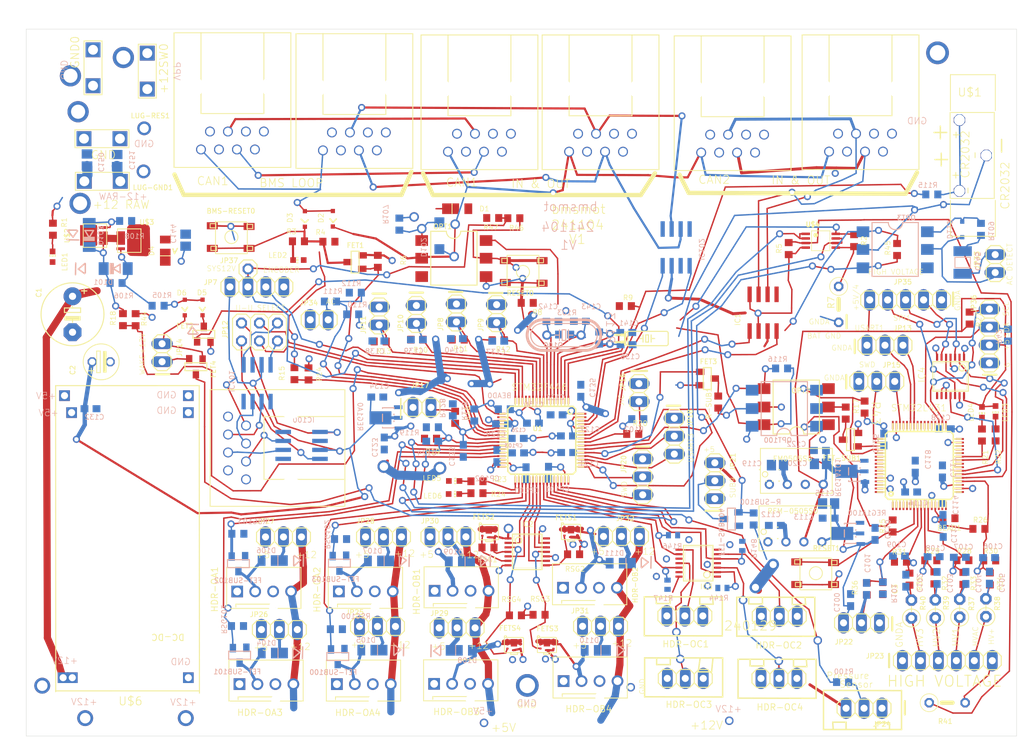
<source format=kicad_pcb>
(kicad_pcb (version 20241229) (generator "pcbnew") (generator_version "9.0")
  (layers (0 "F.Cu" signal) (2 "B.Cu" signal) (13 "F.Paste" user) (15 "B.Paste" user) (5 "F.SilkS" user "F.Silkscreen") (7 "B.SilkS" user "B.Silkscreen") (1 "F.Mask" user) (3 "B.Mask" user) (25 "Edge.Cuts" user))
  (net 0 "")
  (net 1 "GND")
  (net 2 "GNDA")
  (net 3 "LED_BUS_PWR")
  (net 4 "+12V")
  (net 5 "MASTER-RESET-SYS")
  (net 6 "MASTER-RESET-RESISTOR")
  (net 7 "VCC")
  (net 8 "VSS_3")
  (net 9 "PD1_OSC_OUT")
  (net 10 "PD0_OSC_IN_XTAL")
  (net 11 "VSS_1-VCAP_1")
  (net 12 "NRST")
  (net 13 "VDDA1")
  (net 14 "PB11-I2C2-SDA|VCAP1")
  (net 15 "PA13-SWDIO")
  (net 16 "PA14-SWCLK")
  (net 17 "PC14_OSC32IN|XTAL")
  (net 18 "V+")
  (net 19 "PC15-32OSC-OUT")
  (net 20 "LED-EXT-RED-CATHODE")
  (net 21 "LED-EXT-GRN-CATHODE")
  (net 22 "FET103-GATE")
  (net 23 "+5V")
  (net 24 "LED-EXT-RED-CATHODE2")
  (net 25 "CANL2")
  (net 26 "CANH2")
  (net 27 "MASTER_RESET1")
  (net 28 "+5V/4")
  (net 29 "PB8-CAN1-RX")
  (net 30 "PB9-CAN1-TX")
  (net 31 "PB6-CAN2-TX")
  (net 32 "PB5-CAN2-RX")
  (net 33 "PC10-USART3-TX")
  (net 34 "PC11-USART3-RX")
  (net 35 "PD2-UART5-RX")
  (net 36 "PA3-USART2-RX")
  (net 37 "PA2-USART2-TX")
  (net 38 "+10V")
  (net 39 "+5V/3")
  (net 40 "HV1")
  (net 41 "HV1-1")
  (net 42 "HV2")
  (net 43 "PA10-USART1-RX")
  (net 44 "PA9-USART1-TX")
  (net 45 "PC0-ADC1_IN1")
  (net 46 "PC1-ADC1_IN2")
  (net 47 "PC2-ADC1-IN3")
  (net 48 "PC3-ADC1-IN4")
  (net 49 "NRST1")
  (net 50 "+12V-RAW")
  (net 51 "PA5-MASTER-RESET")
  (net 52 "PA7-12V-PROTECT-DIVIDER")
  (net 53 "CHAN1-RX")
  (net 54 "CHAN2-RX")
  (net 55 "CHAN1-TX")
  (net 56 "CHAN2-TX")
  (net 57 "CANH1-FT")
  (net 58 "CANL1-FT")
  (net 59 "CANH1")
  (net 60 "CANL1")
  (net 61 "PA11-HDRX2")
  (net 62 "L431-PC10-USART3-TX2")
  (net 63 "L431-PC11-USART3-RX")
  (net 64 "L431-UART-TX-FET")
  (net 65 "L431-USART-TX-OPTO")
  (net 66 "PC12-UART5-TX")
  (net 67 "UART5-TX")
  (net 68 "VBAT")
  (net 69 "PA0-T2C1")
  (net 70 "PC4-IN14")
  (net 71 "PC5-IN15")
  (net 72 "HV1-4")
  (net 73 "HV1-2")
  (net 74 "HV1-3")
  (net 75 "HV-HALL-SIGNAL")
  (net 76 "PC4-ADC1_IN9")
  (net 77 "L431-LED-GRN-CATHODE")
  (net 78 "L431-LED-RED-CATHODE")
  (net 79 "L431-PB0-LED-GRN")
  (net 80 "L431-PB1-LED-RED")
  (net 81 "PB13-LED3-RED")
  (net 82 "PB12-LED2-GREEN")
  (net 83 "JIC-INPUT")
  (net 84 "PB4")
  (net 85 "PC13-NFET-GATE")
  (net 86 "PFET-SWITCH-GATE")
  (net 87 "VPP")
  (net 88 "DRAIN-SUB5")
  (net 89 "DRAIN-SUB2")
  (net 90 "L431-VDDA")
  (net 91 "FET-SUB9-DRAIN")
  (net 92 "PB3-SUB9")
  (net 93 "PA12-KEYSW-SENSE")
  (net 94 "VCAN2")
  (net 95 "PFET-SWITCH-OR")
  (net 96 "PC0-IN10")
  (net 97 "PC1-IN11")
  (net 98 "PC2-IN12")
  (net 99 "PC3-IN13")
  (net 100 "CHAN-1_CAN-H")
  (net 101 "CHAN1_CAN-L")
  (net 102 "CHAN2_CAN-H")
  (net 103 "CHAN2_CAN-L")
  (net 104 "SUBH5-FET-GATE")
  (net 105 "SUBH1-FET-GATE")
  (net 106 "SUBH2-FET-GATE")
  (net 107 "SUBH6-FET-GATE")
  (net 108 "GATE-SUBH8-PB14")
  (net 109 "GATE-SUBH3-PB15")
  (net 110 "BUFF1-PC8")
  (net 111 "BUFF5-PC9")
  (net 112 "BUFF2-PC7")
  (net 113 "BUFF6-PC6")
  (net 114 "PA9-HDRX1")
  (net 115 "PA8-HDRX3")
  (net 116 "PA10-HDRX4")
  (net 117 "GATE-SUB7-PB2")
  (net 118 "GATE-SUB4-PB10")
  (net 119 "DRAIN-SUB6")
  (net 120 "DRAIN-SUB18")
  (net 121 "DRAIN-SUB13")
  (net 122 "DRAIN-SUB14")
  (net 123 "DRAIN-SUB17")
  (net 124 "HDRXA4")
  (net 125 "HDRXA1")
  (net 126 "HDRXA3")
  (net 127 "HDRXA2")
  (net 128 "DRAIN-SUB1")
  (net 129 "L431-PA13-SWDIO")
  (net 130 "L431-PA14-SWCLK")
  (net 131 "HV-PLUS")
  (net 132 "HV3")
  (net 133 "HV-AC")
  (net 134 "PA15-OPTO-OUT")
  (net 135 "AC-OPTO-IN")
  (net 136 "AC-OPTO-RC")
  (net 137 "AC-OPTO-2")
  (net 138 "AC-OPTO-1")
  (net 139 "PA6")
  (net 140 "AC-12VRMS")
  (net 141 "DSEL-OA3")
  (net 142 "DSEL-OA1")
  (net 143 "DSEL-OA2")
  (net 144 "DSEL-OA4")
  (net 145 "DSEL-OB1")
  (net 146 "DSEL-OB3")
  (net 147 "DSEL-OB4")
  (net 148 "DSEL-OB2")
  (net 149 "JP17-PC4")
  (net 150 "JP24-PC5")
  (net 151 "FET2-DRAIN")
  (net 152 "HV_LEAK_DIV+")
  (net 153 "HV_LEAK-")
  (net 154 "PB1-HV_LEAK-")
  (net 155 "PB0_HVLEAK+")
  (net 156 "FET1-DRAIN-MASTER-RESET")
  (net 157 "FET3-DRAIN-UART5-TX")
  (net 158 "L-PA7-SPI1-MOSI")
  (net 159 "L-PA6-SPI1-MISO")
  (net 160 "L-SPI1-SCK")
  (net 161 "L-SPI1-MOSI")
  (net 162 "L-SPI1-MISO")
  (net 163 "L-PA5-SPI1-SCK")
  (net 164 "L-PB14-I2C2-SDA")
  (net 165 "L-I2C2-SDA")
  (net 166 "COIN+")
  (net 167 "N$1")
  (net 168 "+12V-POLARITY")
  (net 169 "PA4-RSP12V_POLARITY")
  (net 170 "PA1-T2C2|SYS12V")
  (footprint "bmsmot:1X03" (layer "F.Cu") (at 138.1211 126.8236)
    (property "Reference" "JP30")
    (property "Value" "")
  )
  (footprint "bmsmot:R0603" (layer "F.Cu") (at 147.4311 81.7536)
    (property "Reference" "R46")
    (property "Value" "33K")
  )
  (footprint "bmsmot:E-SWITCH2" (layer "F.Cu") (at 107.5111 84.4236)
    (property "Reference" "BMS-RESET0")
    (property "Value" "E-SWITCH2")
  )
  (footprint "bmsmot:VSSOP8" (layer "F.Cu") (at 190.8211 84.9936 -90)
    (property "Reference" "U$4")
    (property "Value" "TVL522")
  )
  (footprint "bmsmot:1X03" (layer "F.Cu") (at 196.5811 138.9936 180)
    (property "Reference" "JP22")
    (property "Value" "HALL-EFFECT")
  )
  (footprint "bmsmot:TSSOP14" (layer "F.Cu") (at 173.5011 130.5536 90)
    (property "Reference" "IC3")
    (property "Value" "74VHCT125")
  )
  (footprint "bmsmot:1X01" (layer "F.Cu") (at 109.8611 88.9336)
    (property "Reference" "JP37")
    (property "Value" "")
  )
  (footprint "bmsmot:1X02" (layer "F.Cu") (at 215.4811 88.1736 90)
    (property "Reference" "JP33")
    (property "Value" "")
  )
  (footprint "bmsmot:1X03" (layer "F.Cu") (at 170.1211 112.5836 -90)
    (property "Reference" "JP18")
    (property "Value" "")
  )
  (footprint "bmsmot:POWERDI123" (layer "F.Cu") (at 140.0011 80.4136)
    (property "Reference" "D1")
    (property "Value" "Siicon diode")
  )
  (footprint "bmsmot:dummyfp4" (layer "F.Cu") (at 215.1011 58.2036)
    (property "Reference" "UNK_HOLE_4" (hide yes))
    (property "Value" "")
  )
  (footprint "bmsmot:R0603" (layer "F.Cu") (at 213.6111 112.4236 -90)
    (property "Reference" "R21")
    (property "Value" "6.8K")
  )
  (footprint "bmsmot:R0603" (layer "F.Cu") (at 206.8811 132.6336 90)
    (property "Reference" "R32")
    (property "Value" "110K")
  )
  (footprint "bmsmot:SPADE_TAB" (layer "F.Cu") (at 89.2611 76.5336)
    (property "Reference" "LUG-GND1")
    (property "Value" "+12V-RAW")
  )
  (footprint "bmsmot:MOD8P8C" (layer "F.Cu") (at 108.2911 72.0336 180)
    (property "Reference" "JP1" (hide yes))
    (property "Value" "" (hide yes))
  )
  (footprint "bmsmot:SOT-23" (layer "F.Cu") (at 195.0311 113.0336 90)
    (property "Reference" "FET-SUB1")
    (property "Value" "NFET")
  )
  (footprint "bmsmot:1X03" (layer "F.Cu") (at 128.1611 139.5036)
    (property "Reference" "JP25")
    (property "Value" "")
  )
  (footprint "bmsmot:R0603" (layer "F.Cu") (at 176.3311 107.7636 -90)
    (property "Reference" "R-SUB1")
    (property "Value" "1.8K")
  )
  (footprint "bmsmot:1X4-MOLEXKK" (layer "F.Cu") (at 126.2311 147.6636 180)
    (property "Reference" "HDR-OA4")
    (property "Value" "PINHD-1X4-MOLEXKK")
  )
  (footprint "bmsmot:R0603" (layer "F.Cu") (at 213.1811 125.7036 180)
    (property "Reference" "R26")
    (property "Value" "10K")
  )
  (footprint "bmsmot:SOD323-R" (layer "F.Cu") (at 121.8511 81.8336 90)
    (property "Reference" "D2")
    (property "Value" "")
  )
  (footprint "bmsmot:SPADE_TAB" (layer "F.Cu") (at 95.6211 60.9536 90)
    (property "Reference" "+12SW0")
    (property "Value" "+12-switched")
  )
  (footprint "bmsmot:ES-2,5L" (layer "F.Cu") (at 87.8311 102.0736)
    (property "Reference" "C2")
    (property "Value" "10@25V")
  )
  (footprint "bmsmot:TSSOP14" (layer "F.Cu") (at 209.1711 104.1336 180)
    (property "Reference" "IC4")
    (property "Value" "74125")
  )
  (footprint "bmsmot:DC-DC" (layer "F.Cu") (at 183.5611 118.1336)
    (property "Reference" "FM0505S0")
    (property "Value" "DC-DC")
  )
  (footprint "bmsmot:RS-2,5" (layer "F.Cu") (at 210.4611 138.1836 90)
    (property "Reference" "R37")
    (property "Value" "1M")
  )
  (footprint "bmsmot:R0603" (layer "F.Cu") (at 116.9911 85.0236)
    (property "Reference" "R3")
    (property "Value" "10K")
  )
  (footprint "bmsmot:1X03" (layer "F.Cu") (at 171.6111 138.0136)
    (property "Reference" "HDR-OC1")
    (property "Value" "SUBX3")
  )
  (footprint "bmsmot:1X4-MOLEXKK" (layer "F.Cu") (at 126.5111 134.5436 180)
    (property "Reference" "HDR-OA2")
    (property "Value" "PINHD-1X4-MOLEXKK")
  )
  (footprint "bmsmot:1X4-MOLEXKK" (layer "F.Cu") (at 140.0511 134.4636 180)
    (property "Reference" "HDR-OB1")
    (property "Value" "PINHD-1X4-MOLEXKK")
  )
  (footprint "bmsmot:DFN2020-6" (layer "F.Cu") (at 147.4511 141.8136)
    (property "Reference" "FETS4")
    (property "Value" "BUK6D")
  )
  (footprint "bmsmot:dummyfp7" (layer "F.Cu") (at 163.5011 151.8036)
    (property "Reference" "UNK_HOLE_7" (hide yes))
    (property "Value" "")
  )
  (footprint "bmsmot:CHIP-LED0603" (layer "F.Cu") (at 138.9711 120.7736 -90)
    (property "Reference" "LED6")
    (property "Value" "")
  )
  (footprint "bmsmot:dummyfp9" (layer "F.Cu") (at 90.4011 66.8336)
    (property "Reference" "UNK_HOLE_9" (hide yes))
    (property "Value" "")
  )
  (footprint "bmsmot:LM2569SW2" (layer "F.Cu") (at 101.4211 146.7536 90)
    (property "Reference" "U$6")
    (property "Value" "LM2596-2")
  )
  (footprint "bmsmot:R0603" (layer "F.Cu") (at 151.0011 137.8536 180)
    (property "Reference" "RSG3")
    (property "Value" "2.2M")
  )
  (footprint "bmsmot:1X02" (layer "F.Cu") (at 134.4511 108.5236 180)
    (property "Reference" "JP17")
    (property "Value" "")
  )
  (footprint "bmsmot:E-SWITCH2" (layer "F.Cu") (at 148.7311 89.3536 180)
    (property "Reference" "RESET0")
    (property "Value" "E-SWITCH2")
  )
  (footprint "bmsmot:R0603" (layer "F.Cu") (at 194.3511 109.3236 90)
    (property "Reference" "R17")
    (property "Value" "1.8K")
  )
  (footprint "bmsmot:R0603" (layer "F.Cu") (at 195.5311 84.9236 90)
    (property "Reference" "R2")
    (property "Value" "100K")
  )
  (footprint "bmsmot:dummyfp2" (layer "F.Cu") (at 81.7011 151.8036)
    (property "Reference" "UNK_HOLE_2" (hide yes))
    (property "Value" "")
  )
  (footprint "bmsmot:1X03" (layer "F.Cu") (at 198.7411 104.8436)
    (property "Reference" "JP15")
    (property "Value" "SWD")
  )
  (footprint "bmsmot:R0603" (layer "F.Cu") (at 164.2411 112.2836)
    (property "Reference" "R20")
    (property "Value" "100K")
  )
  (footprint "bmsmot:R0603" (layer "F.Cu") (at 93.9711 96.1136 90)
    (property "Reference" "R44")
    (property "Value" "33K")
  )
  (footprint "bmsmot:TQFP64" (layer "F.Cu") (at 204.7611 116.7336 90)
    (property "Reference" "STM32L1" (hide yes))
    (property "Value" "STM32L431RXT6")
  )
  (footprint "bmsmot:R0603" (layer "F.Cu") (at 142.2211 120.6536)
    (property "Reference" "R24")
    (property "Value" "3.3K")
  )
  (footprint "bmsmot:R0603" (layer "F.Cu") (at 201.6111 86.1836 90)
    (property "Reference" "R45")
    (property "Value" "5.6K")
  )
  (footprint "bmsmot:R0603" (layer "F.Cu") (at 142.2211 118.9736)
    (property "Reference" "R23")
    (property "Value" "6.8K")
  )
  (footprint "bmsmot:1X04" (layer "F.Cu") (at 214.6611 98.4236 90)
    (property "Reference" "JP36")
    (property "Value" "I2C")
  )
  (footprint "bmsmot:SO-08" (layer "F.Cu") (at 182.6711 95.1236)
    (property "Reference" "IC1")
    (property "Value" "MCP2551")
  )
  (footprint "bmsmot:R0603" (layer "F.Cu") (at 206.3811 130.1536)
    (property "Reference" "R29")
    (property "Value" "10K")
  )
  (footprint "bmsmot:1X02" (layer "F.Cu") (at 133.6611 95.3736 90)
    (property "Reference" "JP10")
    (property "Value" "")
  )
  (footprint "bmsmot:SMD-6" (layer "F.Cu") (at 187.4111 108.4636 90)
    (property "Reference" "OPT2")
    (property "Value" "H11L1S")
  )
  (footprint "bmsmot:dummyfp6" (layer "F.Cu") (at 163.5011 85.0036)
    (property "Reference" "UNK_HOLE_6" (hide yes))
    (property "Value" "")
  )
  (footprint "bmsmot:TQFP64" (layer "F.Cu") (at 151.3911 113.1636 -90)
    (property "Reference" "U1")
    (property "Value" "STM32F10XRXT6")
  )
  (footprint "bmsmot:POWERDI123" (layer "F.Cu") (at 98.1611 85.7736 90)
    (property "Reference" "D4")
    (property "Value" "SBR3U60")
  )
  (footprint "bmsmot:1X03" (layer "F.Cu") (at 162.6511 126.7736)
    (property "Reference" "JP32")
    (property "Value" "")
  )
  (footprint "bmsmot:1X02" (layer "F.Cu") (at 119.9211 96.1236 180)
    (property "Reference" "JP34")
    (property "Value" "")
  )
  (footprint "bmsmot:R0603" (layer "F.Cu") (at 128.2111 87.8536 90)
    (property "Reference" "R6")
    (property "Value" "100K")
  )
  (footprint "bmsmot:R0603" (layer "F.Cu") (at 139.5711 98.9336)
    (property "Reference" "R11")
    (property "Value" "10K")
  )
  (footprint "bmsmot:dummyfp1" (layer "F.Cu") (at 81.3511 77.2936)
    (property "Reference" "UNK_HOLE_1" (hide yes))
    (property "Value" "")
  )
  (footprint "bmsmot:R0603" (layer "F.Cu") (at 139.1411 109.9236 90)
    (property "Reference" "R16")
    (property "Value" "10K")
  )
  (footprint "bmsmot:dummyfp0" (layer "F.Cu") (at 81.3311 72.8536)
    (property "Reference" "UNK_HOLE_0" (hide yes))
    (property "Value" "")
  )
  (footprint "bmsmot:COIN" (layer "F.Cu") (at 214.2311 72.8836 90)
    (property "Reference" "U$1")
    (property "Value" "COIN")
  )
  (footprint "bmsmot:DFN2020-6" (layer "F.Cu") (at 155.5111 125.8136)
    (property "Reference" "FETS1")
    (property "Value" "BUK6D")
  )
  (footprint "bmsmot:SPADE_TAB" (layer "F.Cu") (at 89.2111 70.5036 180)
    (property "Reference" "LUG-RES1")
    (property "Value" "GND")
  )
  (footprint "bmsmot:1X02" (layer "F.Cu") (at 139.3211 95.1636 90)
    (property "Reference" "JP8")
    (property "Value" "")
  )
  (footprint "bmsmot:dummyfp5" (layer "F.Cu") (at 81.7011 58.2036)
    (property "Reference" "UNK_HOLE_5" (hide yes))
    (property "Value" "")
  )
  (footprint "bmsmot:1X03" (layer "F.Cu") (at 165.6511 118.3436 -90)
    (property "Reference" "JP20")
    (property "Value" "SWD")
  )
  (footprint "bmsmot:DC-DC" (layer "F.Cu") (at 183.3611 126.2636)
    (property "Reference" "RFM-0505S0")
    (property "Value" "DC-DC")
  )
  (footprint "bmsmot:R0603" (layer "F.Cu") (at 186.2911 86.0536 -90)
    (property "Reference" "R5")
    (property "Value" "100K")
  )
  (footprint "bmsmot:R0603" (layer "F.Cu") (at 145.2311 99.0136)
    (property "Reference" "R12")
    (property "Value" "10K")
  )
  (footprint "bmsmot:1X02" (layer "F.Cu") (at 145.0011 95.2536 90)
    (property "Reference" "JP9")
    (property "Value" "")
  )
  (footprint "bmsmot:R0603" (layer "F.Cu") (at 163.2011 94.1836 180)
    (property "Reference" "R9")
    (property "Value" "1M")
  )
  (footprint "bmsmot:SPADE_TAB" (layer "F.Cu") (at 87.9511 60.4736 90)
    (property "Reference" "GND0")
    (property "Value" "GND")
  )
  (footprint "bmsmot:1X02" (layer "F.Cu") (at 165.1211 106.4236 -90)
    (property "Reference" "JP16")
    (property "Value" "")
  )
  (footprint "bmsmot:MOD8P8C" (layer "F.Cu") (at 107.0411 114.8936 90)
    (property "Reference" "JP19" (hide yes))
    (property "Value" "" (hide yes))
  )
  (footprint "bmsmot:MOD8P8C" (layer "F.Cu") (at 125.5311 72.1636 180)
    (property "Reference" "JP2" (hide yes))
    (property "Value" "" (hide yes))
  )
  (footprint "bmsmot:SOT-23" (layer "F.Cu") (at 103.6611 98.1736)
    (property "Reference" "FET2")
    (property "Value" "NFET")
  )
  (footprint "bmsmot:R0603" (layer "F.Cu") (at 214.7311 132.7736 90)
    (property "Reference" "R34")
    (property "Value" "110K")
  )
  (footprint "bmsmot:E5-8,5" (layer "F.Cu") (at 85.0511 95.3436 -90)
    (property "Reference" "C1")
    (property "Value" "100u 25v")
  )
  (footprint "bmsmot:CHIP-LED0603" (layer "F.Cu") (at 215.5311 109.0736 180)
    (property "Reference" "LED3")
    (property "Value" "")
  )
  (footprint "bmsmot:1X02" (layer "F.Cu") (at 97.7111 100.7836 90)
    (property "Reference" "JP14")
    (property "Value" "")
  )
  (footprint "bmsmot:0207_5V" (layer "F.Cu") (at 193.3511 93.9436 -90)
    (property "Reference" "R7")
    (property "Value" "22M")
  )
  (footprint "bmsmot:1X03" (layer "F.Cu") (at 171.6711 146.8536)
    (property "Reference" "HDR-OC3")
    (property "Value" "SUBX4")
  )
  (footprint "bmsmot:1X03" (layer "F.Cu") (at 175.8511 118.8936 90)
    (property "Reference" "JP21")
    (property "Value" "")
  )
  (footprint "bmsmot:1X4-MOLEXKK" (layer "F.Cu") (at 158.2011 134.0336 180)
    (property "Reference" "HDR-OB2")
    (property "Value" "PINHD-1X4-MOLEXKK")
  )
  (footprint "bmsmot:1X4-MOLEXKK" (layer "F.Cu") (at 112.1411 134.5536 180)
    (property "Reference" "HDR-OA1")
    (property "Value" "PINHD-1X4-MOLEXKK")
  )
  (footprint "bmsmot:dummyfp3" (layer "F.Cu") (at 215.3011 151.8036)
    (property "Reference" "UNK_HOLE_3" (hide yes))
    (property "Value" "")
  )
  (footprint "bmsmot:R0603" (layer "F.Cu") (at 210.9811 132.7036 90)
    (property "Reference" "R33")
    (property "Value" "110K")
  )
  (footprint "bmsmot:1X03" (layer "F.Cu") (at 159.6911 139.4836)
    (property "Reference" "JP31")
    (property "Value" "")
  )
  (footprint "bmsmot:R0603" (layer "F.Cu") (at 143.7811 128.3336)
    (property "Reference" "RSG1")
    (property "Value" "2.2M")
  )
  (footprint "bmsmot:CHIP-LED0603" (layer "F.Cu") (at 116.9811 87.6736 90)
    (property "Reference" "LED2")
    (property "Value" "")
  )
  (footprint "bmsmot:R0603" (layer "F.Cu") (at 203.3711 132.8136 90)
    (property "Reference" "R35")
    (property "Value" "110K")
  )
  (footprint "bmsmot:1X4-MOLEXKK" (layer "F.Cu") (at 158.2811 147.2336 180)
    (property "Reference" "HDR-OB4")
    (property "Value" "PINHD-1X4-MOLEXKK")
  )
  (footprint "bmsmot:R0603" (layer "F.Cu") (at 211.8611 95.8836 -90)
    (property "Reference" "R27")
    (property "Value" "3.3k")
  )
  (footprint "bmsmot:SOT-23" (layer "F.Cu") (at 125.0011 87.9136 90)
    (property "Reference" "FET1")
    (property "Value" "NFET")
  )
  (footprint "bmsmot:SOD323-R" (layer "F.Cu") (at 103.4311 94.3836 90)
    (property "Reference" "D5")
    (property "Value" "")
  )
  (footprint "bmsmot:E-SWITCH2" (layer "F.Cu") (at 190.1311 131.9736)
    (property "Reference" "RESET1")
    (property "Value" "E-SWITCH2")
  )
  (footprint "bmsmot:MOD8P8C" (layer "F.Cu") (at 179.0011 72.4736 180)
    (property "Reference" "JP6" (hide yes))
    (property "Value" "" (hide yes))
  )
  (footprint "bmsmot:0207_5V" (layer "F.Cu") (at 208.6911 150.2936)
    (property "Reference" "R41")
    (property "Value" "22M")
  )
  (footprint "bmsmot:DFN2020-6" (layer "F.Cu") (at 152.1111 141.8036)
    (property "Reference" "FETS3")
    (property "Value" "BUK6D")
  )
  (footprint "bmsmot:R0603" (layer "F.Cu") (at 197.3311 134.1936 90)
    (property "Reference" "R36")
    (property "Value" "5.6K")
  )
  (footprint "bmsmot:R0603" (layer "F.Cu") (at 133.7411 98.9336)
    (property "Reference" "R10")
    (property "Value" "10K")
  )
  (footprint "bmsmot:1X4-MOLEXKK" (layer "F.Cu") (at 112.4611 147.6636 180)
    (property "Reference" "HDR-OA3")
    (property "Value" "PINHD-1X4-MOLEXKK")
  )
  (footprint "bmsmot:C0603" (layer "F.Cu") (at 199.5911 134.0836 -90)
    (property "Reference" "C3")
    (property "Value" ".33u")
  )
  (footprint "bmsmot:RS-2,5" (layer "F.Cu") (at 207.0211 138.2936 90)
    (property "Reference" "R39")
    (property "Value" "1M")
  )
  (footprint "bmsmot:1X06" (layer "F.Cu") (at 208.7211 144.3436)
    (property "Reference" "JP23")
    (property "Value" "")
  )
  (footprint "bmsmot:1X03" (layer "F.Cu") (at 114.8711 126.8436)
    (property "Reference" "JP27")
    (property "Value" "")
  )
  (footprint "bmsmot:RS-2,5" (layer "F.Cu") (at 203.6411 138.3136 90)
    (property "Reference" "R40")
    (property "Value" "1M")
  )
  (footprint "bmsmot:R0603" (layer "F.Cu") (at 118.4111 103.7836 90)
    (property "Reference" "R14")
    (property "Value" "33K")
  )
  (footprint "bmsmot:1X4-MOLEXKK" (layer "F.Cu") (at 139.9811 147.6236 180)
    (property "Reference" "HDR-OB3")
    (property "Value" "PINHD-1X4-MOLEXKK")
  )
  (footprint "bmsmot:TSSOP14" (layer "F.Cu") (at 149.3311 128.9536 -90)
    (property "Reference" "IC2")
    (property "Value" "74125")
  )
  (footprint "bmsmot:1X03" (layer "F.Cu") (at 129.0111 126.8336)
    (property "Reference" "JP28")
    (property "Value" "")
  )
  (footprint "bmsmot:R0603" (layer "F.Cu") (at 210.9111 130.1436)
    (property "Reference" "R28")
    (property "Value" "10K")
  )
  (footprint "bmsmot:R0603" (layer "F.Cu") (at 92.1811 96.1036 90)
    (property "Reference" "R18")
    (property "Value" "120K")
  )
  (footprint "bmsmot:R0603" (layer "F.Cu") (at 215.5411 112.4136 -90)
    (property "Reference" "R22")
    (property "Value" "27K")
  )
  (footprint "bmsmot:DFN3333-8L" (layer "F.Cu") (at 88.2211 84.2336)
    (property "Reference" "U$2")
    (property "Value" "PJQ4403P")
  )
  (footprint "bmsmot:R0603" (layer "F.Cu") (at 149.3311 93.7336)
    (property "Reference" "R8")
    (property "Value" "10K")
  )
  (footprint "bmsmot:SOT-23" (layer "F.Cu") (at 102.4411 102.7636 180)
    (property "Reference" "FET4")
    (property "Value" "NFET")
  )
  (footprint "bmsmot:R0603" (layer "F.Cu") (at 121.2911 85.0736 180)
    (property "Reference" "R4")
    (property "Value" "10K")
  )
  (footprint "bmsmot:R0603" (layer "F.Cu") (at 202.0911 130.3536 180)
    (property "Reference" "R31")
    (property "Value" "10K")
  )
  (footprint "bmsmot:MOD8P8C" (layer "F.Cu") (at 143.2111 72.3436 180)
    (property "Reference" "JP4" (hide yes))
    (property "Value" "" (hide yes))
  )
  (footprint "bmsmot:1X04" (layer "F.Cu") (at 111.1111 91.4736 180)
    (property "Reference" "JP7")
    (property "Value" "Encoder")
  )
  (footprint "bmsmot:dummyfp8" (layer "F.Cu") (at 81.2011 63.8336)
    (property "Reference" "UNK_HOLE_8" (hide yes))
    (property "Value" "")
  )
  (footprint "bmsmot:2X03" (layer "F.Cu") (at 111.4811 97.8536)
    (property "Reference" "JP12")
    (property "Value" "")
  )
  (footprint "bmsmot:R0603" (layer "F.Cu") (at 135.6611 112.9336)
    (property "Reference" "R19")
    (property "Value" "10K")
  )
  (footprint "bmsmot:R0603" (layer "F.Cu") (at 200.9911 125.2936 -90)
    (property "Reference" "R25")
    (property "Value" "10K")
  )
  (footprint "bmsmot:SOD323-R" (layer "F.Cu") (at 117.9011 81.8636 90)
    (property "Reference" "D3")
    (property "Value" "")
  )
  (footprint "bmsmot:1X03" (layer "F.Cu") (at 196.9411 151.0736 180)
    (property "Reference" "JP24")
    (property "Value" "")
  )
  (footprint "bmsmot:R0603" (layer "F.Cu") (at 116.4211 103.7436 90)
    (property "Reference" "R15")
    (property "Value" "120K")
  )
  (footprint "bmsmot:R0603" (layer "F.Cu") (at 155.8811 129.2936)
    (property "Reference" "RSG2")
    (property "Value" "2.2M")
  )
  (footprint "bmsmot:DFN2020-6" (layer "F.Cu") (at 143.9011 125.8436)
    (property "Reference" "FETS2")
    (property "Value" "BUK6D")
  )
  (footprint "bmsmot:1X05" (layer "F.Cu") (at 202.8211 93.3136 180)
    (property "Reference" "JP35")
    (property "Value" "")
  )
  (footprint "bmsmot:MOD8P8C" (layer "F.Cu") (at 197.0811 72.3336 180)
    (property "Reference" "JP3" (hide yes))
    (property "Value" "" (hide yes))
  )
  (footprint "bmsmot:CHIP-LED0603" (layer "F.Cu") (at 139.0011 118.9236 -90)
    (property "Reference" "LED5")
    (property "Value" "")
  )
  (footprint "bmsmot:dummyfp10" (layer "F.Cu") (at 81.2711 68.6136)
    (property "Reference" "UNK_HOLE_10" (hide yes))
    (property "Value" "")
  )
  (footprint "bmsmot:R0603" (layer "F.Cu") (at 208.9411 124.2036 180)
    (property "Reference" "BEAD1")
    (property "Value" "1")
  )
  (footprint "bmsmot:RS-2,5" (layer "F.Cu") (at 214.1711 138.1236 90)
    (property "Reference" "R38")
    (property "Value" "1M")
  )
  (footprint "bmsmot:CHIP-LED0603" (layer "F.Cu") (at 213.6111 109.2036 180)
    (property "Reference" "LED4")
    (property "Value" "")
  )
  (footprint "bmsmot:1X03" (layer "F.Cu") (at 139.4211 139.7036)
    (property "Reference" "JP29")
    (property "Value" "")
  )
  (footprint "bmsmot:MOD8P8C" (layer "F.Cu") (at 160.3311 72.3436 180)
    (property "Reference" "JP5" (hide yes))
    (property "Value" "" (hide yes))
  )
  (footprint "bmsmot:1X03" (layer "F.Cu") (at 199.9011 99.7236)
    (property "Reference" "JP13")
    (property "Value" "")
  )
  (footprint "bmsmot:R0603" (layer "F.Cu") (at 128.5411 99.1936)
    (property "Reference" "R13")
    (property "Value" "10K")
  )
  (footprint "bmsmot:SOD323-R" (layer "F.Cu") (at 100.9211 94.3936 90)
    (property "Reference" "D6")
    (property "Value" "")
  )
  (footprint "bmsmot:1X03" (layer "F.Cu") (at 184.9111 146.8536)
    (property "Reference" "HDR-OC4")
    (property "Value" "SUBX1")
  )
  (footprint "bmsmot:1X03" (layer "F.Cu") (at 114.2911 139.9436)
    (property "Reference" "JP26")
    (property "Value" "")
  )
  (footprint "bmsmot:R0603" (layer "F.Cu") (at 197.0211 108.4736 -90)
    (property "Reference" "R43")
    (property "Value" "1.8K")
  )
  (footprint "bmsmot:R0603" (layer "F.Cu") (at 82.2811 83.3136 -90)
    (property "Reference" "R1")
    (property "Value" "27K")
  )
  (footprint "bmsmot:SOT-23" (layer "F.Cu") (at 174.7811 104.4836 -90)
    (property "Reference" "FET3")
    (property "Value" "NFET")
  )
  (footprint "bmsmot:R0603" (layer "F.Cu") (at 147.6611 137.9336)
    (property "Reference" "RSG4")
    (property "Value" "2.2M")
  )
  (footprint "bmsmot:1X03" (layer "F.Cu") (at 184.9611 138.0736)
    (property "Reference" "HDR-OC2")
    (property "Value" "SUBX2")
  )
  (footprint "bmsmot:R0603" (layer "F.Cu") (at 144.4511 81.7236 180)
    (property "Reference" "R47")
    (property "Value" "120K")
  )
  (footprint "bmsmot:CHIP-LED0603" (layer "F.Cu") (at 82.2311 87.2036)
    (property "Reference" "LED1")
    (property "Value" "")
  )
  (footprint "bmsmot:DFN3333-8L" (layer "F.Cu") (at 93.0711 84.9136 180)
    (property "Reference" "U$3")
    (property "Value" "PJQ4403P")
  )
  (footprint "bmsmot:32KHZ" (layer "F.Cu") (at 164.1111 98.7736 -90)
    (property "Reference" "UNK32KHZ0" (hide yes))
    (property "Value" "X100")
  )
  (footprint "bmsmot:SMD-6" (layer "F.Cu") (at 138.9111 87.4136 -90)
    (property "Reference" "OPT1")
    (property "Value" "H11L1S")
  )
  (footprint "bmsmot:1X02" (layer "F.Cu") (at 128.4011 95.5836 90)
    (property "Reference" "JP11")
    (property "Value" "")
  )
  (footprint "bmsmot:R0603" (layer "F.Cu") (at 214.7011 130.1736)
    (property "Reference" "R30")
    (property "Value" "10K")
  )
  (footprint "bmsmot:C0603" (layer "B.Cu") (at 154.9411 112.5536)
    (property "Reference" "C127")
    (property "Value" "1u")
  )
  (footprint "bmsmot:R0402" (layer "B.Cu") (at 169.9411 126.5936)
    (property "Reference" "R146")
    (property "Value" "1M")
  )
  (footprint "bmsmot:SOT89" (layer "B.Cu") (at 129.6811 109.9936 -90)
    (property "Reference" "REG1A0")
    (property "Value" "AP7380Y")
  )
  (footprint "bmsmot:SOT-23" (layer "B.Cu") (at 108.7211 143.5736)
    (property "Reference" "FET-SUB101")
    (property "Value" "NFET")
  )
  (footprint "bmsmot:C0603" (layer "B.Cu") (at 198.5011 126.4136 90)
    (property "Reference" "C110")
    (property "Value" "4.7u")
  )
  (footprint "bmsmot:R0603" (layer "B.Cu") (at 122.3511 139.8936)
    (property "Reference" "RSG100")
    (property "Value" "2.2M")
  )
  (footprint "bmsmot:C0603" (layer "B.Cu") (at 129.1211 113.6236 -90)
    (property "Reference" "C123")
    (property "Value" "4.7u")
  )
  (footprint "bmsmot:R0603" (layer "B.Cu") (at 159.5011 98.7036 90)
    (property "Reference" "R113")
    (property "Value" "18M")
  )
  (footprint "bmsmot:SOD80C" (layer "B.Cu") (at 87.4111 84.1236 90)
    (property "Reference" "D103")
    (property "Value" "MMSZ4699")
  )
  (footprint "bmsmot:1210" (layer "B.Cu") (at 210.8811 88.0136 90)
    (property "Reference" "C145")
    (property "Value" "20n 400v")
  )
  (footprint "bmsmot:POWERDI123" (layer "B.Cu") (at 112.8011 143.2636 180)
    (property "Reference" "D104")
    (property "Value" "SBR3U60")
  )
  (footprint "bmsmot:R0603" (layer "B.Cu") (at 131.2511 82.5936 -90)
    (property "Reference" "R107")
    (property "Value" "3.3K")
  )
  (footprint "bmsmot:SOT-23" (layer "B.Cu") (at 178.1911 124.3636 -90)
    (property "Reference" "FET-SUB104")
    (property "Value" "NFET")
  )
  (footprint "bmsmot:C0603" (layer "B.Cu") (at 152.3411 117.7636 -90)
    (property "Reference" "CP101")
    (property "Value" "2.2u")
  )
  (footprint "bmsmot:R0603" (layer "B.Cu") (at 91.2111 90.9236)
    (property "Reference" "R106")
    (property "Value" "1M")
  )
  (footprint "bmsmot:POWERDI123" (layer "B.Cu") (at 139.2411 130.3536 180)
    (property "Reference" "D109")
    (property "Value" "SBR3U60")
  )
  (footprint "bmsmot:C0603" (layer "B.Cu") (at 214.6111 129.7736)
    (property "Reference" "C106")
    (property "Value" ".33u")
  )
  (footprint "bmsmot:R0603" (layer "B.Cu") (at 125.0311 92.2836 180)
    (property "Reference" "R112")
    (property "Value" "10K")
  )
  (footprint "bmsmot:R0603" (layer "B.Cu") (at 108.4211 126.3936)
    (property "Reference" "RSG103")
    (property "Value" "2.2M")
  )
  (footprint "bmsmot:POWERDI123" (layer "B.Cu") (at 112.7811 130.1836 180)
    (property "Reference" "D106")
    (property "Value" "SBR3U60")
  )
  (footprint "bmsmot:C0603" (layer "B.Cu") (at 208.0211 117.5736 90)
    (property "Reference" "C117")
    (property "Value" "100n")
  )
  (footprint "bmsmot:SOT-23" (layer "B.Cu") (at 122.8311 130.5536)
    (property "Reference" "FET-SUB103")
    (property "Value" "NFET")
  )
  (footprint "bmsmot:R0603" (layer "B.Cu") (at 206.5211 78.3936 180)
    (property "Reference" "R115")
    (property "Value" "18K")
  )
  (footprint "bmsmot:C0603" (layer "B.Cu") (at 139.3911 98.7936 180)
    (property "Reference" "C140")
    (property "Value" "100n")
  )
  (footprint "bmsmot:R0603" (layer "B.Cu") (at 97.1511 94.1336)
    (property "Reference" "R105")
    (property "Value" "100K")
  )
  (footprint "bmsmot:R0603" (layer "B.Cu") (at 121.5111 93.5336)
    (property "Reference" "R111")
    (property "Value" "100K")
  )
  (footprint "bmsmot:SOD323-R" (layer "B.Cu") (at 210.8211 83.3436 -90)
    (property "Reference" "D112")
    (property "Value" "")
  )
  (footprint "bmsmot:R0402" (layer "B.Cu") (at 169.1611 133.6036 -90)
    (property "Reference" "R147")
    (property "Value" "1M")
  )
  (footprint "bmsmot:POWERDI123" (layer "B.Cu") (at 158.4511 142.8836 180)
    (property "Reference" "D110")
    (property "Value" "SBR3U60")
  )
  (footprint "bmsmot:R0603" (layer "B.Cu") (at 146.0911 108.7836)
    (property "Reference" "BEAD0")
    (property "Value" "1500")
  )
  (footprint "bmsmot:SO-08" (layer "B.Cu") (at 111.1411 105.0936)
    (property "Reference" "IC101")
    (property "Value" "MCP2551")
  )
  (footprint "bmsmot:POWERDI123" (layer "B.Cu") (at 140.5111 142.8836)
    (property "Reference" "D108")
    (property "Value" "SBR3U60")
  )
  (footprint "bmsmot:POWERDI123" (layer "B.Cu") (at 161.9811 130.5536 180)
    (property "Reference" "D111")
    (property "Value" "SBR3U60")
  )
  (footprint "bmsmot:SOT89" (layer "B.Cu") (at 195.5711 117.5636 -90)
    (property "Reference" "REG1A101")
    (property "Value" "AP7380Y")
  )
  (footprint "bmsmot:R0402" (layer "B.Cu") (at 176.9211 134.0636 180)
    (property "Reference" "R144")
    (property "Value" "1M")
  )
  (footprint "bmsmot:R0603" (layer "B.Cu") (at 124.6611 95.3536)
    (property "Reference" "R110")
    (property "Value" "12K")
  )
  (footprint "bmsmot:C0603" (layer "B.Cu") (at 140.2911 114.6636 -90)
    (property "Reference" "C133")
    (property "Value" "100n")
  )
  (footprint "bmsmot:SMD-6" (layer "B.Cu") (at 185.6211 108.6836 90)
    (property "Reference" "OPT100")
    (property "Value" "H11L1S")
  )
  (footprint "bmsmot:C0805" (layer "B.Cu") (at 87.1011 73.5236 90)
    (property "Reference" "C150")
    (property "Value" "4.7u")
  )
  (footprint "bmsmot:C0603" (layer "B.Cu") (at 128.1311 107.0536)
    (property "Reference" "C134")
    (property "Value" "1u 25v")
  )
  (footprint "bmsmot:C0603" (layer "B.Cu") (at 153.4811 109.5736 180)
    (property "Reference" "C131")
    (property "Value" "100n")
  )
  (footprint "bmsmot:R0603" (layer "B.Cu") (at 141.8411 109.5936 -90)
    (property "Reference" "R118")
    (property "Value" "10K")
  )
  (footprint "bmsmot:C0603" (layer "B.Cu") (at 204.1811 116.8936 90)
    (property "Reference" "C118")
    (property "Value" "100n")
  )
  (footprint "bmsmot:SMD-6" (layer "B.Cu") (at 201.3911 86.1736 -90)
    (property "Reference" "OPT3")
    (property "Value" "H11L1S")
  )
  (footprint "bmsmot:R0603" (layer "B.Cu") (at 135.9211 111.3236)
    (property "Reference" "R119")
    (property "Value" "10K")
  )
  (footprint "bmsmot:SOD80C" (layer "B.Cu") (at 91.1511 88.8836)
    (property "Reference" "D101")
    (property "Value" "MMSZ4699")
  )
  (footprint "bmsmot:C0603" (layer "B.Cu") (at 202.8511 133.0336 90)
    (property "Reference" "C102")
    (property "Value" "50n 50v")
  )
  (footprint "bmsmot:R0603" (layer "B.Cu") (at 199.6011 134.0836 -90)
    (property "Reference" "R101")
    (property "Value" "10K")
  )
  (footprint "bmsmot:R0603" (layer "B.Cu") (at 181.3311 124.3036 -90)
    (property "Reference" "R-SUB100")
    (property "Value" "2.2M")
  )
  (footprint "bmsmot:C0603" (layer "B.Cu") (at 147.9911 112.9036 180)
    (property "Reference" "C126")
    (property "Value" "100n")
  )
  (footprint "bmsmot:C0603" (layer "B.Cu") (at 207.2611 132.6436 90)
    (property "Reference" "C103")
    (property "Value" "50n 50v")
  )
  (footprint "bmsmot:C0603" (layer "B.Cu") (at 203.6011 120.4836)
    (property "Reference" "C116")
    (property "Value" "4.7u")
  )
  (footprint "bmsmot:C0603" (layer "B.Cu") (at 208.3611 111.5536 180)
    (property "Reference" "C128")
    (property "Value" "100n")
  )
  (footprint "bmsmot:C0805" (layer "B.Cu") (at 101.0411 84.8636 90)
    (property "Reference" "C144")
    (property "Value" "4.7u")
  )
  (footprint "bmsmot:C0603" (layer "B.Cu") (at 211.3311 132.6336 90)
    (property "Reference" "C104")
    (property "Value" "50n 50v")
  )
  (footprint "bmsmot:C0603" (layer "B.Cu") (at 163.3711 99.6536)
    (property "Reference" "C136")
    (property "Value" "10p")
  )
  (footprint "bmsmot:C0603" (layer "B.Cu") (at 190.7111 114.6136 180)
    (property "Reference" "C122")
    (property "Value" "0.1u 25v")
  )
  (footprint "bmsmot:SO-08" (layer "B.Cu") (at 117.4311 113.8936 -90)
    (property "Reference" "IC100")
    (property "Value" "MCP2551")
  )
  (footprint "bmsmot:C0603" (layer "B.Cu") (at 210.4811 129.7236)
    (property "Reference" "C107")
    (property "Value" ".33u")
  )
  (footprint "bmsmot:C0603" (layer "B.Cu") (at 163.3311 97.9236)
    (property "Reference" "C141")
    (property "Value" "10p")
  )
  (footprint "bmsmot:R0603" (layer "B.Cu") (at 185.2911 103.0036 180)
    (property "Reference" "R116")
    (property "Value" "1.8K")
  )
  (footprint "bmsmot:C0603" (layer "B.Cu") (at 133.7311 98.9436 180)
    (property "Reference" "C139")
    (property "Value" "100n")
  )
  (footprint "bmsmot:C0603" (layer "B.Cu") (at 150.1411 110.7436)
    (property "Reference" "C130")
    (property "Value" "100n")
  )
  (footprint "bmsmot:C0603" (layer "B.Cu") (at 197.3011 134.1936 90)
    (property "Reference" "C101")
    (property "Value" "0.1u")
  )
  (footprint "bmsmot:R0603" (layer "B.Cu") (at 92.5611 82.1436)
    (property "Reference" "R108")
    (property "Value" "100K")
  )
  (footprint "bmsmot:C0603" (layer "B.Cu") (at 145.2311 99.1436 180)
    (property "Reference" "C137")
    (property "Value" "100n")
  )
  (footprint "bmsmot:C0805" (layer "B.Cu") (at 190.7811 116.5036 180)
    (property "Reference" "C120")
    (property "Value" "4.7u 25v")
  )
  (footprint "bmsmot:C0603" (layer "B.Cu") (at 201.8811 129.5436 180)
    (property "Reference" "C109")
    (property "Value" ".33u")
  )
  (footprint "bmsmot:C0603" (layer "B.Cu") (at 156.9011 106.1636 90)
    (property "Reference" "C135")
    (property "Value" "100n")
  )
  (footprint "bmsmot:POWERDI123" (layer "B.Cu") (at 127.8111 130.2336 180)
    (property "Reference" "D107")
    (property "Value" "SBR3U60")
  )
  (footprint "bmsmot:R0603" (layer "B.Cu") (at 217.2811 98.2936 -90)
    (property "Reference" "R42")
    (property "Value" "3.3k")
  )
  (footprint "bmsmot:R0603" (layer "B.Cu") (at 122.9411 127.1436)
    (property "Reference" "RSG102")
    (property "Value" "2.2M")
  )
  (footprint "bmsmot:C0603" (layer "B.Cu") (at 148.0311 114.9536 180)
    (property "Reference" "CP103")
    (property "Value" "4.7u")
  )
  (footprint "bmsmot:R0402" (layer "B.Cu") (at 179.7311 128.1136 90)
    (property "Reference" "R148")
    (property "Value" "1M")
  )
  (footprint "bmsmot:SOT-23" (layer "B.Cu") (at 108.5511 130.6236)
    (property "Reference" "FET-SUB102")
    (property "Value" "NFET")
  )
  (footprint "bmsmot:R0603" (layer "B.Cu") (at 108.3711 139.4436)
    (property "Reference" "RSG101")
    (property "Value" "2.2M")
  )
  (footprint "bmsmot:C0603" (layer "B.Cu") (at 154.9711 114.9036)
    (property "Reference" "C121")
    (property "Value" "100n")
  )
  (footprint "bmsmot:R0603" (layer "B.Cu") (at 164.9511 110.1736 180)
    (property "Reference" "R102")
    (property "Value" "100K")
  )
  (footprint "bmsmot:R0603" (layer "B.Cu") (at 154.6211 98.2136 180)
    (property "Reference" "R103")
    (property "Value" "470K")
  )
  (footprint "bmsmot:SOT-23" (layer "B.Cu") (at 122.5911 143.7636)
    (property "Reference" "FET-SUB100")
    (property "Value" "NFET")
  )
  (footprint "bmsmot:C0603" (layer "B.Cu") (at 195.0411 135.7736 90)
    (property "Reference" "C100")
    (property "Value" "100n")
  )
  (footprint "bmsmot:HC49_S" (layer "B.Cu") (at 154.5211 98.2936)
    (property "Reference" "Q100")
    (property "Value" "")
  )
  (footprint "bmsmot:C0603" (layer "B.Cu") (at 145.0511 115.4036 90)
    (property "Reference" "CP102")
    (property "Value" "4.7u")
  )
  (footprint "bmsmot:SOT89" (layer "B.Cu") (at 194.9711 126.3436 -90)
    (property "Reference" "REG1A100")
    (property "Value" "AP7380Y")
  )
  (footprint "bmsmot:R0603" (layer "B.Cu") (at 213.4711 83.3336 90)
    (property "Reference" "R109")
    (property "Value" "10K")
  )
  (footprint "bmsmot:C0603" (layer "B.Cu") (at 152.8911 96.3636)
    (property "Reference" "C142")
    (property "Value" "15p")
  )
  (footprint "bmsmot:C0603" (layer "B.Cu") (at 156.7711 96.3436 180)
    (property "Reference" "C143")
    (property "Value" "15p")
  )
  (footprint "bmsmot:C0603" (layer "B.Cu") (at 128.2911 99.1236 180)
    (property "Reference" "C138")
    (property "Value" "100n")
  )
  (footprint "bmsmot:SOD123" (layer "B.Cu") (at 136.9111 84.2336 -90)
    (property "Reference" "D102")
    (property "Value" "1N4448")
  )
  (footprint "bmsmot:POWERDI123" (layer "B.Cu") (at 126.8711 142.8536 180)
    (property "Reference" "D105")
    (property "Value" "SBR3U60")
  )
  (footprint "bmsmot:C0603" (layer "B.Cu") (at 87.5911 108.7036)
    (property "Reference" "C132")
    (property "Value" "4.7u")
  )
  (footprint "bmsmot:R0603" (layer "B.Cu") (at 138.8111 108.8636 -90)
    (property "Reference" "R128")
    (property "Value" "10K")
  )
  (footprint "bmsmot:C0603" (layer "B.Cu") (at 135.9011 113.3036 180)
    (property "Reference" "C124")
    (property "Value" "4.7u 6.3v")
  )
  (footprint "bmsmot:C0603" (layer "B.Cu") (at 208.1311 125.9936 -90)
    (property "Reference" "C111")
    (property "Value" "100n")
  )
  (footprint "bmsmot:C0603" (layer "B.Cu") (at 191.9411 124.1836 180)
    (property "Reference" "C113")
    (property "Value" "0.1u 25v")
  )
  (footprint "bmsmot:C0805" (layer "B.Cu") (at 191.9311 122.1236 180)
    (property "Reference" "C115")
    (property "Value" "4.7u 25v")
  )
  (footprint "bmsmot:C0805" (layer "B.Cu") (at 91.3611 73.5936 90)
    (property "Reference" "C151")
    (property "Value" "4.7u")
  )
  (footprint "bmsmot:C0603" (layer "B.Cu") (at 199.7411 113.0536 -90)
    (property "Reference" "C125")
    (property "Value" "100n")
  )
  (footprint "bmsmot:C0603" (layer "B.Cu") (at 184.3311 125.2136 180)
    (property "Reference" "C112")
    (property "Value" "100n")
  )
  (footprint "bmsmot:C0603" (layer "B.Cu") (at 206.7811 129.6336)
    (property "Reference" "C108")
    (property "Value" ".33u")
  )
  (footprint "bmsmot:R0603" (layer "B.Cu") (at 193.9111 147.3736)
    (property "Reference" "R100")
    (property "Value" "5.6K")
  )
  (footprint "bmsmot:C0603" (layer "B.Cu") (at 208.0911 122.8736 90)
    (property "Reference" "C114")
    (property "Value" "1u")
  )
  (footprint "bmsmot:C0603" (layer "B.Cu") (at 145.7611 110.8536)
    (property "Reference" "C129")
    (property "Value" "100n")
  )
  (footprint "bmsmot:C0805" (layer "B.Cu") (at 184.7011 116.6836 180)
    (property "Reference" "C119")
    (property "Value" "4.7")
  )
  (footprint "bmsmot:SO-08" (layer "B.Cu") (at 170.3811 85.8836 180)
    (property "Reference" "IC102")
    (property "Value" "MCP2551")
  )
  (footprint "bmsmot:C0603" (layer "B.Cu") (at 214.6711 132.6036 90)
    (property "Reference" "C105")
    (property "Value" "50n 50v")
  )
  (footprint "bmsmot:C0603" (layer "B.Cu") (at 149.1611 117.8336 -90)
    (property "Reference" "CP100")
    (property "Value" "2.2u")
  )
  (gr_line (start 188.6811 136.4136) (end 188.6111 135.4536) (stroke (width 0.2032)) (layer "F.SilkS"))
  (gr_line (start 100.7611 78.4536) (end 131.5611 78.4536) (stroke (width 0.6096)) (layer "F.SilkS"))
  (gr_line (start 99.4711 86.7436) (end 99.8711 86.0436) (stroke (width 0.2032)) (layer "F.SilkS"))
  (gr_line (start 135.9911 78.4736) (end 165.3911 78.4736) (stroke (width 0.6096)) (layer "F.SilkS"))
  (gr_line (start 131.4611 107.2636) (end 131.4311 110.0336) (stroke (width 0.2032)) (layer "F.SilkS"))
  (gr_line (start 175.3911 145.9236) (end 175.5811 144.0336) (stroke (width 0.2032)) (layer "F.SilkS"))
  (gr_line (start 194.4211 105.8336) (end 194.4211 103.9436) (stroke (width 0.3048)) (layer "F.SilkS"))
  (gr_line (start 176.9111 140.8436) (end 176.9111 135.3136) (stroke (width 0.2032)) (layer "F.SilkS"))
  (gr_line (start 121.8711 82.3536) (end 121.4911 81.8636) (stroke (width 0.2032)) (layer "F.SilkS"))
  (gr_line (start 122.3411 81.8636) (end 121.8711 82.3536) (stroke (width 0.2032)) (layer "F.SilkS"))
  (gr_line (start 173.7211 136.3536) (end 175.6111 136.3536) (stroke (width 0.2032)) (layer "F.SilkS"))
  (gr_line (start 169.5111 136.2636) (end 169.5111 135.3236) (stroke (width 0.2032)) (layer "F.SilkS"))
  (gr_line (start 191.2111 154.0836) (end 202.2411 154.0836) (stroke (width 0.2032)) (layer "F.SilkS"))
  (gr_line (start 167.5811 135.4336) (end 167.5811 136.2636) (stroke (width 0.2032)) (layer "F.SilkS"))
  (gr_line (start 165.8811 135.3136) (end 165.8811 140.8436) (stroke (width 0.2032)) (layer "F.SilkS"))
  (gr_line (start 169.0611 108.2736) (end 170.9511 108.2736) (stroke (width 0.3048)) (layer "F.SilkS"))
  (gr_line (start 134.6011 75.3936) (end 135.9911 78.4736) (stroke (width 0.6096)) (layer "F.SilkS"))
  (gr_line (start 131.5611 78.4536) (end 132.9511 75.1836) (stroke (width 0.6096)) (layer "F.SilkS"))
  (gr_line (start 200.9211 140.0736) (end 200.9211 138.1836) (stroke (width 0.3048)) (layer "F.SilkS"))
  (gr_line (start 103.4311 94.9136) (end 103.7911 94.3736) (stroke (width 0.2032)) (layer "F.SilkS"))
  (gr_line (start 186.9711 144.2236) (end 186.9711 145.1836) (stroke (width 0.2032)) (layer "F.SilkS"))
  (gr_line (start 200.5411 153.1336) (end 198.6111 153.1336) (stroke (width 0.2032)) (layer "F.SilkS"))
  (gr_line (start 179.1311 144.1436) (end 179.1311 149.6736) (stroke (width 0.2032)) (layer "F.SilkS"))
  (gr_line (start 202.2311 148.5836) (end 191.2111 148.5536) (stroke (width 0.2032)) (layer "F.SilkS"))
  (gr_line (start 121.4311 81.8636) (end 121.4911 81.8636) (stroke (width 0.2032)) (layer "F.SilkS"))
  (gr_line (start 129.3611 92.4236) (end 127.4711 92.4236) (stroke (width 0.3048)) (layer "F.SilkS"))
  (gr_line (start 134.6011 92.2836) (end 132.7111 92.2836) (stroke (width 0.3048)) (layer "F.SilkS"))
  (gr_line (start 174.5311 123.1436) (end 176.7111 123.1436) (stroke (width 0.3048)) (layer "F.SilkS"))
  (gr_line (start 167.6211 144.9036) (end 169.5511 144.9036) (stroke (width 0.2032)) (layer "F.SilkS"))
  (gr_line (start 178.9611 140.8736) (end 189.9811 140.9036) (stroke (width 0.2032)) (layer "F.SilkS"))
  (gr_line (start 164.7011 114.0736) (end 166.5611 114.0736) (stroke (width 0.3048)) (layer "F.SilkS"))
  (gr_line (start 165.9211 143.9536) (end 165.9211 149.4836) (stroke (width 0.2032)) (layer "F.SilkS"))
  (gr_line (start 202.8211 78.2936) (end 204.4311 75.2936) (stroke (width 0.6096)) (layer "F.SilkS"))
  (gr_line (start 170.8511 75.5936) (end 172.1511 78.1736) (stroke (width 0.6096)) (layer "F.SilkS"))
  (gr_line (start 194.4011 153.0436) (end 192.5111 153.0436) (stroke (width 0.2032)) (layer "F.SilkS"))
  (gr_line (start 202.7111 151.9536) (end 202.7111 150.0636) (stroke (width 0.3048)) (layer "F.SilkS"))
  (gr_line (start 215.6611 103.9036) (end 213.7711 103.9036) (stroke (width 0.3048)) (layer "F.SilkS"))
  (gr_line (start 202.2411 154.0836) (end 202.2411 148.5536) (stroke (width 0.2032)) (layer "F.SilkS"))
  (gr_line (start 194.4011 154.0036) (end 194.4011 153.0436) (stroke (width 0.2032)) (layer "F.SilkS"))
  (gr_line (start 194.4811 97.3436) (end 194.4811 95.4536) (stroke (width 0.3048)) (layer "F.SilkS"))
  (gr_line (start 99.2511 86.0936) (end 99.4711 86.7436) (stroke (width 0.2032)) (layer "F.SilkS"))
  (gr_line (start 189.9811 135.3736) (end 178.9511 135.3736) (stroke (width 0.2032)) (layer "F.SilkS"))
  (gr_line (start 176.9511 149.4836) (end 176.9511 143.9536) (stroke (width 0.2032)) (layer "F.SilkS"))
  (gr_line (start 96.8411 103.8336) (end 98.7311 103.8336) (stroke (width 0.3048)) (layer "F.SilkS"))
  (gr_line (start 176.9111 135.3136) (end 165.8811 135.3136) (stroke (width 0.2032)) (layer "F.SilkS"))
  (gr_line (start 169.5511 144.9036) (end 169.5511 143.9636) (stroke (width 0.2032)) (layer "F.SilkS"))
  (gr_line (start 178.9511 135.3736) (end 178.9511 140.9036) (stroke (width 0.2032)) (layer "F.SilkS"))
  (gr_line (start 200.4811 145.2736) (end 200.4811 143.3836) (stroke (width 0.3048)) (layer "F.SilkS"))
  (gr_line (start 173.7211 135.3936) (end 173.7211 136.3536) (stroke (width 0.2032)) (layer "F.SilkS"))
  (gr_line (start 186.7911 135.4536) (end 186.7911 136.4136) (stroke (width 0.2032)) (layer "F.SilkS"))
  (gr_line (start 179.1411 149.6436) (end 190.1611 149.6736) (stroke (width 0.2032)) (layer "F.SilkS"))
  (gr_line (start 195.6311 100.8336) (end 195.6311 98.9436) (stroke (width 0.3048)) (layer "F.SilkS"))
  (gr_line (start 180.8311 145.0936) (end 182.7611 145.0936) (stroke (width 0.2032)) (layer "F.SilkS"))
  (gr_line (start 117.9811 82.3536) (end 118.3611 81.9836) (stroke (width 0.2032)) (layer "F.SilkS"))
  (gr_line (start 99.4711 75.5736) (end 100.7611 78.4536) (stroke (width 0.6096)) (layer "F.SilkS"))
  (gr_line (start 176.9511 143.9536) (end 165.9211 143.9536) (stroke (width 0.2032)) (layer "F.SilkS"))
  (gr_line (start 173.7611 144.0336) (end 173.5011 145.9236) (stroke (width 0.2032)) (layer "F.SilkS"))
  (gr_line (start 100.9511 94.9136) (end 101.3111 94.3536) (stroke (width 0.2032)) (layer "F.SilkS"))
  (gr_line (start 175.6111 136.3536) (end 175.5411 135.3936) (stroke (width 0.2032)) (layer "F.SilkS"))
  (gr_line (start 198.6111 153.1336) (end 198.6111 154.0736) (stroke (width 0.2032)) (layer "F.SilkS"))
  (gr_line (start 140.1711 92.1936) (end 138.2811 92.1936) (stroke (width 0.3048)) (layer "F.SilkS"))
  (gr_line (start 173.5011 145.9236) (end 175.3911 145.9236) (stroke (width 0.2032)) (layer "F.SilkS"))
  (gr_line (start 190.1611 144.1436) (end 179.1311 144.1436) (stroke (width 0.2032)) (layer "F.SilkS"))
  (gr_line (start 188.8611 145.1836) (end 188.7911 144.2236) (stroke (width 0.2032)) (layer "F.SilkS"))
  (gr_line (start 189.9811 140.9036) (end 189.9811 135.3736) (stroke (width 0.2032)) (layer "F.SilkS"))
  (gr_line (start 145.8311 92.3336) (end 143.9411 92.3336) (stroke (width 0.3048)) (layer "F.SilkS"))
  (gr_line (start 102.9811 94.3736) (end 103.4311 94.9136) (stroke (width 0.2032)) (layer "F.SilkS"))
  (gr_line (start 100.5211 94.3936) (end 100.9511 94.9136) (stroke (width 0.2032)) (layer "F.SilkS"))
  (gr_line (start 180.6511 135.4936) (end 180.6511 136.3236) (stroke (width 0.2032)) (layer "F.SilkS"))
  (gr_line (start 164.0311 103.3636) (end 166.2711 103.3636) (stroke (width 0.3048)) (layer "F.SilkS"))
  (gr_line (start 180.8311 144.2636) (end 180.8311 145.0936) (stroke (width 0.2032)) (layer "F.SilkS"))
  (gr_line (start 172.1511 78.1736) (end 202.8211 78.2936) (stroke (width 0.6096)) (layer "F.SilkS"))
  (gr_line (start 182.7611 145.0936) (end 182.7611 144.1536) (stroke (width 0.2032)) (layer "F.SilkS"))
  (gr_line (start 165.8911 140.8136) (end 176.9111 140.8436) (stroke (width 0.2032)) (layer "F.SilkS"))
  (gr_line (start 209.5311 94.1536) (end 209.5311 92.2636) (stroke (width 0.3048)) (layer "F.SilkS"))
  (gr_line (start 117.9011 82.3736) (end 117.3811 81.9036) (stroke (width 0.2032)) (layer "F.SilkS"))
  (gr_line (start 165.9311 149.4536) (end 176.9511 149.4836) (stroke (width 0.2032)) (layer "F.SilkS"))
  (gr_line (start 192.5111 153.0436) (end 192.5811 154.0036) (stroke (width 0.2032)) (layer "F.SilkS"))
  (gr_line (start 186.7911 136.4136) (end 188.6811 136.4136) (stroke (width 0.2032)) (layer "F.SilkS"))
  (gr_line (start 167.6211 144.0736) (end 167.6211 144.9036) (stroke (width 0.2032)) (layer "F.SilkS"))
  (gr_line (start 186.9711 145.1836) (end 188.8611 145.1836) (stroke (width 0.2032)) (layer "F.SilkS"))
  (gr_line (start 165.3911 78.4736) (end 167.3811 75.3936) (stroke (width 0.6096)) (layer "F.SilkS"))
  (gr_line (start 180.6511 136.3236) (end 182.5811 136.3236) (stroke (width 0.2032)) (layer "F.SilkS"))
  (gr_line (start 190.1611 149.6736) (end 190.1611 144.1436) (stroke (width 0.2032)) (layer "F.SilkS"))
  (gr_line (start 191.2111 148.5536) (end 191.2111 154.0836) (stroke (width 0.2032)) (layer "F.SilkS"))
  (gr_line (start 182.5811 136.3236) (end 182.5811 135.3836) (stroke (width 0.2032)) (layer "F.SilkS"))
  (gr_line (start 200.5411 153.9636) (end 200.5411 153.1336) (stroke (width 0.2032)) (layer "F.SilkS"))
  (gr_line (start 167.5811 136.2636) (end 169.5111 136.2636) (stroke (width 0.2032)) (layer "F.SilkS"))
  (gr_line (start 130.5711 142.1536) (end 131.4611 142.7936) (stroke (width 0.2032)) (layer "B.SilkS"))
  (gr_line (start 85.9211 84.8336) (end 84.2811 84.8036) (stroke (width 0.2032)) (layer "B.SilkS"))
  (gr_line (start 130.4711 142.2736) (end 130.4711 143.5436) (stroke (width 0.2032)) (layer "B.SilkS"))
  (gr_line (start 142.8311 129.4836) (end 143.7211 130.1236) (stroke (width 0.2032)) (layer "B.SilkS"))
  (gr_line (start 132.6511 129.3636) (end 132.6211 131.0036) (stroke (width 0.2032)) (layer "B.SilkS"))
  (gr_line (start 85.1311 84.4336) (end 84.3311 83.4936) (stroke (width 0.2032)) (layer "B.SilkS"))
  (gr_line (start 85.6511 83.4436) (end 84.3811 83.4436) (stroke (width 0.2032)) (layer "B.SilkS"))
  (gr_line (start 86.8611 89.4736) (end 86.8611 88.2036) (stroke (width 0.2032)) (layer "B.SilkS"))
  (gr_line (start 143.7211 130.1236) (end 142.7811 130.9236) (stroke (width 0.2032)) (layer "B.SilkS"))
  (gr_line (start 101.3511 98.0436) (end 101.9911 97.1536) (stroke (width 0.2032)) (layer "B.SilkS"))
  (gr_line (start 162.0711 142.3236) (end 162.0711 143.5936) (stroke (width 0.2032)) (layer "B.SilkS"))
  (gr_line (start 85.8711 88.9536) (end 86.8111 88.1536) (stroke (width 0.2032)) (layer "B.SilkS"))
  (gr_line (start 101.9911 97.1536) (end 102.7911 98.0936) (stroke (width 0.2032)) (layer "B.SilkS"))
  (gr_line (start 101.2011 96.7536) (end 102.8411 96.7836) (stroke (width 0.2032)) (layer "B.SilkS"))
  (gr_line (start 136.1111 142.9836) (end 137.0511 142.1836) (stroke (width 0.2032)) (layer "B.SilkS"))
  (gr_line (start 131.3611 129.5136) (end 132.2511 130.1536) (stroke (width 0.2032)) (layer "B.SilkS"))
  (gr_line (start 137.0011 143.6236) (end 136.1111 142.9836) (stroke (width 0.2032)) (layer "B.SilkS"))
  (gr_line (start 142.7311 129.6036) (end 142.7311 130.8736) (stroke (width 0.2032)) (layer "B.SilkS"))
  (gr_line (start 116.1911 142.6636) (end 116.1911 143.9336) (stroke (width 0.2032)) (layer "B.SilkS"))
  (gr_line (start 116.2911 142.5436) (end 117.1811 143.1836) (stroke (width 0.2032)) (layer "B.SilkS"))
  (gr_line (start 137.1011 143.5036) (end 137.1011 142.2336) (stroke (width 0.2032)) (layer "B.SilkS"))
  (gr_line (start 131.2611 129.6336) (end 131.2611 130.9036) (stroke (width 0.2032)) (layer "B.SilkS"))
  (gr_line (start 131.8611 142.0036) (end 131.8311 143.6436) (stroke (width 0.2032)) (layer "B.SilkS"))
  (gr_line (start 131.4611 142.7936) (end 130.5211 143.5936) (stroke (width 0.2032)) (layer "B.SilkS"))
  (gr_line (start 117.7011 129.3336) (end 117.6711 130.9736) (stroke (width 0.2032)) (layer "B.SilkS"))
  (gr_line (start 116.4111 129.4836) (end 117.3011 130.1236) (stroke (width 0.2032)) (layer "B.SilkS"))
  (gr_line (start 166.4411 130.4036) (end 165.5011 131.2036) (stroke (width 0.2032)) (layer "B.SilkS"))
  (gr_line (start 135.7111 143.7736) (end 135.7411 142.1336) (stroke (width 0.2032)) (layer "B.SilkS"))
  (gr_line (start 165.4511 129.8836) (end 165.4511 131.1536) (stroke (width 0.2032)) (layer "B.SilkS"))
  (gr_line (start 101.4711 98.1436) (end 102.7411 98.1436) (stroke (width 0.2032)) (layer "B.SilkS"))
  (gr_line (start 163.4611 142.0536) (end 163.4311 143.6936) (stroke (width 0.2032)) (layer "B.SilkS"))
  (gr_line (start 163.0611 142.8436) (end 162.1211 143.6436) (stroke (width 0.2032)) (layer "B.SilkS"))
  (gr_line (start 166.8411 129.6136) (end 166.8111 131.2536) (stroke (width 0.2032)) (layer "B.SilkS"))
  (gr_line (start 117.3011 130.1236) (end 116.3611 130.9236) (stroke (width 0.2032)) (layer "B.SilkS"))
  (gr_line (start 144.1211 129.3336) (end 144.0911 130.9736) (stroke (width 0.2032)) (layer "B.SilkS"))
  (gr_line (start 116.3111 129.6036) (end 116.3111 130.8736) (stroke (width 0.2032)) (layer "B.SilkS"))
  (gr_line (start 117.5811 142.3936) (end 117.5511 144.0336) (stroke (width 0.2032)) (layer "B.SilkS"))
  (gr_line (start 86.7611 89.5936) (end 85.8711 88.9536) (stroke (width 0.2032)) (layer "B.SilkS"))
  (gr_line (start 162.1711 142.2036) (end 163.0611 142.8436) (stroke (width 0.2032)) (layer "B.SilkS"))
  (gr_line (start 165.5511 129.7636) (end 166.4411 130.4036) (stroke (width 0.2032)) (layer "B.SilkS"))
  (gr_line (start 85.4711 89.7436) (end 85.5011 88.1036) (stroke (width 0.2032)) (layer "B.SilkS"))
  (gr_line (start 132.2511 130.1536) (end 131.3111 130.9536) (stroke (width 0.2032)) (layer "B.SilkS"))
  (gr_line (start 85.7711 83.5436) (end 85.1311 84.4336) (stroke (width 0.2032)) (layer "B.SilkS"))
  (gr_line (start 117.1811 143.1836) (end 116.2411 143.9836) (stroke (width 0.2032)) (layer "B.SilkS"))
  (gr_line (start 78.5011 155.0036) (end 78.5011 55.0036) (stroke (width 0.05)) (layer "Edge.Cuts"))
  (gr_line (start 218.5011 55.0036) (end 218.5011 155.0036) (stroke (width 0.05)) (layer "Edge.Cuts"))
  (gr_line (start 218.5011 155.0036) (end 78.5011 155.0036) (stroke (width 0.05)) (layer "Edge.Cuts"))
  (gr_line (start 78.5011 55.0036) (end 218.5011 55.0036) (stroke (width 0.05)) (layer "Edge.Cuts"))
  (gr_text "+5" (at 110.5811 143.0136 0) (layer "F.SilkS") (effects (font (size 0.93472 0.93472) (thickness 0.08128)) (justify left bottom)))
  (gr_text "+12" (at 164.4111 129.4336 0) (layer "F.SilkS") (effects (font (size 0.93472 0.93472) (thickness 0.08128)) (justify left bottom)))
  (gr_text "-" (at 217.5711 73.0836 90) (layer "F.SilkS") (effects (font (size 2.3368 2.3368) (thickness 0.2032)) (justify left bottom)))
  (gr_text "+" (at 206.1511 70.8136 0) (layer "F.SilkS") (effects (font (size 2.3368 2.3368) (thickness 0.2032)) (justify left bottom)))
  (gr_text "IN & OUT" (at 183.7711 77.0736 0) (layer "F.SilkS") (effects (font (size 1.1684 1.1684) (thickness 0.1016)) (justify left bottom)))
  (gr_text "+5" (at 134.0111 129.8736 0) (layer "F.SilkS") (effects (font (size 0.93472 0.93472) (thickness 0.08128)) (justify left bottom)))
  (gr_text "CAN1" (at 137.7711 77.3736 0) (layer "F.SilkS") (effects (font (size 1.1684 1.1684) (thickness 0.1016)) (justify left bottom)))
  (gr_text "AC DETECT" (at 217.9711 91.2736 90) (layer "F.SilkS") (effects (font (size 0.747776 0.747776) (thickness 0.065024)) (justify left bottom)))
  (gr_text "HIGH VOLTAGE" (at 197.4511 89.7936 0) (layer "F.SilkS") (effects (font (size 0.747776 0.747776) (thickness 0.065024)) (justify left bottom)))
  (gr_text "GND" (at 166.044232 149.178053 90) (layer "F.SilkS") (effects (font (size 0.747776 0.747776) (thickness 0.065024)) (justify left bottom)))
  (gr_text "ENCODER" (at 111.9411 89.5136 0) (layer "F.SilkS") (effects (font (size 0.747776 0.747776) (thickness 0.065024)) (justify left bottom)))
  (gr_text "+12" (at 116.6011 129.9136 0) (layer "F.SilkS") (effects (font (size 0.93472 0.93472) (thickness 0.08128)) (justify left bottom)))
  (gr_text "+" (at 206.2811 74.6436 0) (layer "F.SilkS") (effects (font (size 2.3368 2.3368) (thickness 0.2032)) (justify left bottom)))
  (gr_text "JIC" (at 163.0511 108.3636 90) (layer "F.SilkS") (effects (font (size 0.747776 0.747776) (thickness 0.065024)) (justify left bottom)))
  (gr_text "+12" (at 161.1711 142.4136 0) (layer "F.SilkS") (effects (font (size 0.93472 0.93472) (thickness 0.08128)) (justify left bottom)))
  (gr_text "+5" (at 110.8811 129.9236 0) (layer "F.SilkS") (effects (font (size 0.93472 0.93472) (thickness 0.08128)) (justify left bottom)))
  (gr_text "+12 RAW" (at 87.8311 80.5236 0) (layer "F.SilkS") (effects (font (size 1.1684 1.1684) (thickness 0.1016)) (justify left bottom)))
  (gr_text "CAN1" (at 102.5511 77.1736 0) (layer "F.SilkS") (effects (font (size 1.1684 1.1684) (thickness 0.1016)) (justify left bottom)))
  (gr_text "CR2032" (at 217.5711 80.6036 90) (layer "F.SilkS") (effects (font (size 1.1684 1.1684) (thickness 0.1016)) (justify left bottom)))
  (gr_text "GND" (at 147.7911 151.1336 0) (layer "F.SilkS") (effects (font (size 0.93472 0.93472) (thickness 0.08128)) (justify left bottom)))
  (gr_text "HV3" (at 205.3711 142.4836 90) (layer "F.SilkS") (effects (font (size 0.93472 0.93472) (thickness 0.08128)) (justify left bottom)))
  (gr_text "BMS LOOP" (at 111.3911 77.4636 0) (layer "F.SilkS") (effects (font (size 1.1684 1.1684) (thickness 0.1016)) (justify left bottom)))
  (gr_text "+12" (at 139.5311 129.9136 0) (layer "F.SilkS") (effects (font (size 0.93472 0.93472) (thickness 0.08128)) (justify left bottom)))
  (gr_text "+5" (at 124.9111 129.8736 0) (layer "F.SilkS") (effects (font (size 0.93472 0.93472) (thickness 0.08128)) (justify left bottom)))
  (gr_text "SWD" (at 163.4911 121.2936 90) (layer "F.SilkS") (effects (font (size 0.747776 0.747776) (thickness 0.065024)) (justify left bottom)))
  (gr_text "SDA" (at 217.5211 98.6536 90) (layer "F.SilkS") (effects (font (size 0.747776 0.747776) (thickness 0.065024)) (justify left bottom)))
  (gr_text "CAN2" (at 173.4411 76.9836 0) (layer "F.SilkS") (effects (font (size 1.1684 1.1684) (thickness 0.1016)) (justify left bottom)))
  (gr_text "HIGH VOLTAGE" (at 200.0811 148.1536 0) (layer "F.SilkS") (effects (font (size 1.542288 1.542288) (thickness 0.134112)) (justify left bottom)))
  (gr_text "G" (at 217.6011 102.9336 90) (layer "F.SilkS") (effects (font (size 0.747776 0.747776) (thickness 0.065024)) (justify left bottom)))
  (gr_text "GNDA" (at 192.295696 100.536732 0) (layer "F.SilkS") (effects (font (size 0.747776 0.747776) (thickness 0.065024)) (justify left bottom)))
  (gr_text "+5" (at 217.5211 100.5636 90) (layer "F.SilkS") (effects (font (size 0.747776 0.747776) (thickness 0.065024)) (justify left bottom)))
  (gr_text "+5" (at 158.1811 129.4236 0) (layer "F.SilkS") (effects (font (size 0.93472 0.93472) (thickness 0.08128)) (justify left bottom)))
  (gr_text "+5" (at 174.1711 114.9036 0) (layer "F.SilkS") (effects (font (size 0.747776 0.747776) (thickness 0.065024)) (justify left bottom)))
  (gr_text "+12" (at 129.8311 142.6636 0) (layer "F.SilkS") (effects (font (size 0.93472 0.93472) (thickness 0.08128)) (justify left bottom)))
  (gr_text "SCL" (at 217.4511 95.6636 90) (layer "F.SilkS") (effects (font (size 0.747776 0.747776) (thickness 0.065024)) (justify left bottom)))
  (gr_text "WAKE+12V" (at 95.374232 103.970109 90) (layer "F.SilkS") (effects (font (size 0.747776 0.747776) (thickness 0.065024)) (justify left bottom)))
  (gr_text "+5" (at 155.6511 142.7136 0) (layer "F.SilkS") (effects (font (size 0.93472 0.93472) (thickness 0.08128)) (justify left bottom)))
  (gr_text "BAT GND" (at 188.8511 98.8436 0) (layer "F.SilkS") (effects (font (size 0.747776 0.747776) (thickness 0.065024)) (justify left bottom)))
  (gr_text "GNDA" (at 210.6111 94.9136 90) (layer "F.SilkS") (effects (font (size 0.747776 0.747776) (thickness 0.065024)) (justify left bottom)))
  (gr_text "SYS12V" (at 103.9711 89.3136 0) (layer "F.SilkS") (effects (font (size 0.747776 0.747776) (thickness 0.065024)) (justify left bottom)))
  (gr_text "bmsmot" (at 152.6711 81.2536 0) (layer "F.SilkS") (effects (font (size 1.308608 1.308608) (thickness 0.113792)) (justify left bottom)))
  (gr_text "HV2" (at 207.7411 142.4836 90) (layer "F.SilkS") (effects (font (size 0.93472 0.93472) (thickness 0.08128)) (justify left bottom)))
  (gr_text "U-U SELECT" (at 108.0211 94.8836 0) (layer "F.SilkS") (effects (font (size 0.747776 0.747776) (thickness 0.065024)) (justify left bottom)))
  (gr_text "+5V" (at 144.1411 154.5136 0) (layer "F.SilkS") (effects (font (size 1.1684 1.1684) (thickness 0.1016)) (justify left bottom)))
  (gr_text "+12" (at 140.9211 142.7636 0) (layer "F.SilkS") (effects (font (size 0.93472 0.93472) (thickness 0.08128)) (justify left bottom)))
  (gr_text "AC" (at 120.8311 93.9936 0) (layer "F.SilkS") (effects (font (size 0.747776 0.747776) (thickness 0.065024)) (justify left bottom)))
  (gr_text "STM32L431" (at 200.7011 109.1436 0) (layer "F.SilkS") (effects (font (size 0.93472 0.93472) (thickness 0.08128)) (justify left bottom)))
  (gr_text "+5" (at 135.7011 142.8636 0) (layer "F.SilkS") (effects (font (size 0.93472 0.93472) (thickness 0.08128)) (justify left bottom)))
  (gr_text "SWD" (at 196.1911 102.9136 0) (layer "F.SilkS") (effects (font (size 0.747776 0.747776) (thickness 0.065024)) (justify left bottom)))
  (gr_text "240129" (at 177.0811 140.1836 0) (layer "F.SilkS") (effects (font (size 1.308608 1.308608) (thickness 0.113792)) (justify left bottom)))
  (gr_text "HV+" (at 215.3811 142.1436 90) (layer "F.SilkS") (effects (font (size 0.747776 0.747776) (thickness 0.065024)) (justify left bottom)))
  (gr_text "USART3" (at 172.8911 116.3736 90) (layer "F.SilkS") (effects (font (size 0.747776 0.747776) (thickness 0.065024)) (justify left bottom)))
  (gr_text "+5" (at 124.3111 142.6136 0) (layer "F.SilkS") (effects (font (size 0.93472 0.93472) (thickness 0.08128)) (justify left bottom)))
  (gr_text "+12V" (at 172.2811 154.1736 0) (layer "F.SilkS") (effects (font (size 1.1684 1.1684) (thickness 0.1016)) (justify left bottom)))
  (gr_text "HVAC" (at 213.1311 142.3436 90) (layer "F.SilkS") (effects (font (size 0.747776 0.747776) (thickness 0.065024)) (justify left bottom)))
  (gr_text "Sensor" (at 193.4211 148.2436 0) (layer "F.SilkS") (effects (font (size 0.93472 0.93472) (thickness 0.08128)) (justify left bottom)))
  (gr_text "STM32F446" (at 147.0711 106.2136 0) (layer "F.SilkS") (effects (font (size 0.93472 0.93472) (thickness 0.08128)) (justify left bottom)))
  (gr_text "SPI1" (at 201.0111 96.3136 0) (layer "F.SilkS") (effects (font (size 0.747776 0.747776) (thickness 0.065024)) (justify left bottom)))
  (gr_text "Pressure" (at 191.5811 147.0036 0) (layer "F.SilkS") (effects (font (size 0.93472 0.93472) (thickness 0.08128)) (justify left bottom)))
  (gr_text "GNDA" (at 191.225696 104.766732 0) (layer "F.SilkS") (effects (font (size 0.747776 0.747776) (thickness 0.065024)) (justify left bottom)))
  (gr_text "GNDA" (at 202.4811 142.5636 90) (layer "F.SilkS") (effects (font (size 0.93472 0.93472) (thickness 0.08128)) (justify left bottom)))
  (gr_text "241104" (at 152.6311 83.4936 0) (layer "F.SilkS") (effects (font (size 1.308608 1.308608) (thickness 0.113792)) (justify left bottom)))
  (gr_text "V1" (at 155.1511 85.5036 0) (layer "F.SilkS") (effects (font (size 1.308608 1.308608) (thickness 0.113792)) (justify left bottom)))
  (gr_text "+5V/4" (at 196.2411 94.9236 90) (layer "F.SilkS") (effects (font (size 0.747776 0.747776) (thickness 0.065024)) (justify left bottom)))
  (gr_text "IN & OUT" (at 147.0111 77.5736 0) (layer "F.SilkS") (effects (font (size 1.1684 1.1684) (thickness 0.1016)) (justify left bottom)))
  (gr_text "GNDA" (at 189.095696 96.836732 0) (layer "F.SilkS") (effects (font (size 0.747776 0.747776) (thickness 0.065024)) (justify left bottom)))
  (gr_text "SUB9" (at 178.8311 121.3936 90) (layer "F.SilkS") (effects (font (size 0.747776 0.747776) (thickness 0.065024)) (justify left bottom)))
  (gr_text "USART1" (at 195.5611 97.7136 0) (layer "F.SilkS") (effects (font (size 0.747776 0.747776) (thickness 0.065024)) (justify left bottom)))
  (gr_text "HV1" (at 210.4611 142.3936 90) (layer "F.SilkS") (effects (font (size 0.93472 0.93472) (thickness 0.08128)) (justify left bottom)))
  (gr_text "GND" (at 87.5711 73.4936 0) (layer "F.SilkS") (effects (font (size 1.1684 1.1684) (thickness 0.1016)) (justify left bottom)))
  (gr_text "+12" (at 130.4811 129.7236 0) (layer "F.SilkS") (effects (font (size 0.93472 0.93472) (thickness 0.08128)) (justify left bottom)))
  (gr_text "+12" (at 115.7111 142.9136 0) (layer "F.SilkS") (effects (font (size 0.93472 0.93472) (thickness 0.08128)) (justify left bottom)))
  (gr_text "241104" (at 158.8711 83.7736 -0) (layer "B.SilkS") (effects (font (size 1.308608 1.308608) (thickness 0.113792)) (justify left bottom mirror)))
  (gr_text "V1" (at 156.4111 86.3236 -0) (layer "B.SilkS") (effects (font (size 1.308608 1.308608) (thickness 0.113792)) (justify left bottom mirror)))
  (gr_text "GND" (at 96.6411 71.7736 -0) (layer "B.SilkS") (effects (font (size 0.93472 0.93472) (thickness 0.08128)) (justify left bottom mirror)))
  (gr_text "+5V" (at 144.5811 152.0036 -0) (layer "B.SilkS") (effects (font (size 0.93472 0.93472) (thickness 0.08128)) (justify left bottom mirror)))
  (gr_text "+12V" (at 102.6511 150.7736 -0) (layer "B.SilkS") (effects (font (size 0.93472 0.93472) (thickness 0.08128)) (justify left bottom mirror)))
  (gr_text "+12V" (at 85.8811 144.8736 -0) (layer "B.SilkS") (effects (font (size 0.93472 0.93472) (thickness 0.08128)) (justify left bottom mirror)))
  (gr_text "+12V" (at 179.7311 151.7236 -0) (layer "B.SilkS") (effects (font (size 0.93472 0.93472) (thickness 0.08128)) (justify left bottom mirror)))
  (gr_text "VPP" (at 100.3211 59.5536 -90) (layer "B.SilkS") (effects (font (size 0.93472 0.93472) (thickness 0.08128)) (justify right top mirror)))
  (gr_text "+12-RAW" (at 95.7111 79.2236 -0) (layer "B.SilkS") (effects (font (size 0.93472 0.93472) (thickness 0.08128)) (justify left bottom mirror)))
  (gr_text "+12V" (at 88.6311 150.7136 -0) (layer "B.SilkS") (effects (font (size 0.93472 0.93472) (thickness 0.08128)) (justify left bottom mirror)))
  (gr_text "+5V" (at 83.1411 109.8336 -0) (layer "B.SilkS") (effects (font (size 0.93472 0.93472) (thickness 0.08128)) (justify left bottom mirror)))
  (gr_text "GND" (at 99.8211 107.3136 -0) (layer "B.SilkS") (effects (font (size 0.93472 0.93472) (thickness 0.08128)) (justify left bottom mirror)))
  (gr_text "GND" (at 84.3811 59.3036 -90) (layer "B.SilkS") (effects (font (size 0.93472 0.93472) (thickness 0.08128)) (justify right top mirror)))
  (gr_text "GND" (at 101.8211 145.0536 -0) (layer "B.SilkS") (effects (font (size 0.93472 0.93472) (thickness 0.08128)) (justify left bottom mirror)))
  (gr_text "GND" (at 99.8211 109.5036 -0) (layer "B.SilkS") (effects (font (size 0.93472 0.93472) (thickness 0.08128)) (justify left bottom mirror)))
  (gr_text "bmsmot" (at 159.3811 80.8736 -0) (layer "B.SilkS") (effects (font (size 1.308608 1.308608) (thickness 0.113792)) (justify left bottom mirror)))
  (gr_text "GND" (at 205.9211 68.5436 -0) (layer "B.SilkS") (effects (font (size 0.93472 0.93472) (thickness 0.08128)) (justify left bottom mirror)))
  (gr_text "+5V" (at 82.7911 107.4336 -0) (layer "B.SilkS") (effects (font (size 0.93472 0.93472) (thickness 0.08128)) (justify left bottom mirror)))
  (gr_text "GND" (at 150.7511 150.9036 -0) (layer "B.SilkS") (effects (font (size 0.93472 0.93472) (thickness 0.08128)) (justify left bottom mirror)))
  (segment (start 186.7411 91.8436) (end 186.2311 90.5536) (width 0.2032) (layer "F.Cu") (net 1))
  (segment (start 157.4111 127.8836) (end 156.9211 127.6036) (width 0.2032) (layer "F.Cu") (net 1))
  (segment (start 144.6311 128.3336) (end 144.6511 128.9736) (width 0.2032) (layer "F.Cu") (net 1))
  (segment (start 146.1411 87.5336) (end 147.7511 88.7136) (width 0.2032) (layer "F.Cu") (net 1))
  (segment (start 186.5211 86.7336) (end 187.2611 86.7536) (width 0.2032) (layer "F.Cu") (net 1))
  (segment (start 93.9711 95.2636) (end 95.5211 95.2536) (width 0.2032) (layer "F.Cu") (net 1))
  (segment (start 82.2811 82.4636) (end 82.2211 81.6136) (width 0.2032) (layer "F.Cu") (net 1))
  (segment (start 151.0311 126.0936) (end 151.5111 125.6836) (width 0.2032) (layer "F.Cu") (net 1))
  (segment (start 144.6511 128.9736) (end 145.0111 129.1436) (width 0.2032) (layer "F.Cu") (net 1))
  (segment (start 147.3811 142.8736) (end 148.3761 142.6636) (width 0.3048) (layer "F.Cu") (net 1))
  (segment (start 118.4111 102.9336) (end 118.4911 101.6436) (width 0.2032) (layer "F.Cu") (net 1))
  (segment (start 149.6111 108.4736) (end 149.6411 107.4636) (width 0.2032) (layer "F.Cu") (net 1))
  (segment (start 145.9111 127.0236) (end 146.5411 127.0536) (width 0.2032) (layer "F.Cu") (net 1))
  (segment (start 153.0211 142.8836) (end 153.0361 142.6536) (width 0.2032) (layer "F.Cu") (net 1))
  (segment (start 181.9611 95.1836) (end 182.0111 95.1336) (width 0.2032) (layer "F.Cu") (net 1))
  (segment (start 145.6911 109.9136) (end 146.8311 109.9336) (width 0.2032) (layer "F.Cu") (net 1))
  (segment (start 155.5511 110.6236) (end 155.9211 109.9036) (width 0.2032) (layer "F.Cu") (net 1))
  (segment (start 152.1111 142.8536) (end 153.2911 144.1436) (width 0.3048) (layer "F.Cu") (net 1))
  (segment (start 186.2311 90.5536) (end 186.3311 87.8336) (width 0.2032) (layer "F.Cu") (net 1))
  (segment (start 144.8261 126.6936) (end 144.6911 126.8836) (width 0.2032) (layer "F.Cu") (net 1))
  (segment (start 146.2311 87.7536) (end 146.1411 87.5336) (width 0.4064) (layer "F.Cu") (net 1))
  (segment (start 152.1111 142.8536) (end 153.0211 142.8836) (width 0.3048) (layer "F.Cu") (net 1))
  (segment (start 141.7211 87.2736) (end 141.7011 83.4636) (width 0.2032) (layer "F.Cu") (net 1))
  (segment (start 141.7211 87.2736) (end 143.5811 87.4536) (width 0.2032) (layer "F.Cu") (net 1))
  (segment (start 146.6133 130.8586) (end 145.8211 130.8936) (width 0.2032) (layer "F.Cu") (net 1))
  (segment (start 145.8411 128.9336) (end 146.6133 128.9536) (width 0.2032) (layer "F.Cu") (net 1))
  (segment (start 95.5211 95.2536) (end 96.3011 95.7736) (width 0.2032) (layer "F.Cu") (net 1))
  (segment (start 144.8261 126.6936) (end 144.8311 126.6936) (width 0.2032) (layer "F.Cu") (net 1))
  (segment (start 170.9911 105.3736) (end 173.7251 105.3836) (width 0.2032) (layer "F.Cu") (net 1))
  (segment (start 143.9011 126.8936) (end 144.7711 126.9236) (width 0.3048) (layer "F.Cu") (net 1))
  (segment (start 82.2111 81.3836) (end 82.2611 80.7336) (width 0.3048) (layer "F.Cu") (net 1))
  (segment (start 150.9811 127.7036) (end 151.0311 126.0936) (width 0.2032) (layer "F.Cu") (net 1))
  (segment (start 146.2311 87.7536) (end 151.5111 87.7436) (width 0.4064) (layer "F.Cu") (net 1))
  (segment (start 156.9811 127.6636) (end 156.4211 126.6236) (width 0.4064) (layer "F.Cu") (net 1))
  (segment (start 129.0711 87.0236) (end 130.3411 87.8236) (width 0.3048) (layer "F.Cu") (net 1))
  (segment (start 181.9611 95.1836) (end 186.7011 95.1836) (width 0.2032) (layer "F.Cu") (net 1))
  (segment (start 82.2611 80.7336) (end 82.8611 80.0536) (width 0.2032) (layer "F.Cu") (net 1))
  (segment (start 147.4511 142.8636) (end 147.3811 142.8736) (width 0.2032) (layer "F.Cu") (net 1))
  (segment (start 156.7911 128.2336) (end 157.4111 127.8836) (width 0.3048) (layer "F.Cu") (net 1))
  (segment (start 130.3411 87.8236) (end 130.2411 87.7436) (width 0.3048) (layer "F.Cu") (net 1))
  (segment (start 144.7511 127.5736) (end 144.7011 128.3736) (width 0.2032) (layer "F.Cu") (net 1))
  (segment (start 97.7111 102.0536) (end 97.7911 102.1336) (width 0.2032) (layer "F.Cu") (net 1))
  (segment (start 145.8211 130.8936) (end 145.3611 131.6236) (width 0.2032) (layer "F.Cu") (net 1))
  (segment (start 144.7011 128.3736) (end 144.6311 128.3336) (width 0.2032) (layer "F.Cu") (net 1))
  (segment (start 145.0111 129.1436) (end 145.8411 128.9336) (width 0.2032) (layer "F.Cu") (net 1))
  (segment (start 186.3311 87.8336) (end 186.2911 86.9036) (width 0.2032) (layer "F.Cu") (net 1))
  (segment (start 95.1811 69.0436) (end 95.1211 68.9636) (width 0.4064) (layer "F.Cu") (net 1))
  (segment (start 128.2111 87.0036) (end 129.0711 87.0236) (width 0.3048) (layer "F.Cu") (net 1))
  (segment (start 144.8201 126.7476) (end 145.3006 126.8452) (width 0.2032) (layer "F.Cu") (net 1))
  (segment (start 155.9211 109.9036) (end 157.0911 109.9136) (width 0.2032) (layer "F.Cu") (net 1))
  (segment (start 143.5111 87.4136) (end 145.0511 87.4536) (width 0.2032) (layer "F.Cu") (net 1))
  (segment (start 182.8111 108.4636) (end 185.2511 108.4736) (width 0.2032) (layer "F.Cu") (net 1))
  (segment (start 145.0511 87.4536) (end 146.3211 87.8036) (width 0.2032) (layer "F.Cu") (net 1))
  (segment (start 187.2611 86.7536) (end 187.9511 85.9136) (width 0.2032) (layer "F.Cu") (net 1))
  (segment (start 152.0489 127.6836) (end 150.9811 127.7036) (width 0.2032) (layer "F.Cu") (net 1))
  (segment (start 126.0911 86.9236) (end 128.2111 87.0036) (width 0.3048) (layer "F.Cu") (net 1))
  (segment (start 148.2911 83.4336) (end 148.2811 81.7536) (width 0.2032) (layer "F.Cu") (net 1))
  (segment (start 110.1811 82.9036) (end 110.0111 82.9236) (width 0.2032) (layer "F.Cu") (net 1))
  (segment (start 97.7011 102.1236) (end 99.8311 101.6336) (width 0.2032) (layer "F.Cu") (net 1))
  (segment (start 146.5411 127.0536) (end 146.6133 127.0486) (width 0.2032) (layer "F.Cu") (net 1))
  (segment (start 180.8411 94.5936) (end 180.7661 92.5236) (width 0.2032) (layer "F.Cu") (net 1))
  (segment (start 181.9611 95.1836) (end 181.8611 95.1836) (width 0.2032) (layer "F.Cu") (net 1))
  (segment (start 146.6133 127.0486) (end 146.6811 125.6536) (width 0.3048) (layer "F.Cu") (net 1))
  (segment (start 156.4361 126.6636) (end 156.4411 126.9036) (width 0.2032) (layer "F.Cu") (net 1))
  (segment (start 82.2211 81.6136) (end 82.2111 81.3836) (width 0.2032) (layer "F.Cu") (net 1))
  (segment (start 186.7011 94.4636) (end 186.7411 91.8436) (width 0.2032) (layer "F.Cu") (net 1))
  (segment (start 157.4111 127.8836) (end 156.9811 127.6636) (width 0.2032) (layer "F.Cu") (net 1))
  (segment (start 156.7311 129.2936) (end 156.7911 128.2336) (width 0.2032) (layer "F.Cu") (net 1))
  (segment (start 97.7111 102.0536) (end 97.7011 102.1236) (width 0.2032) (layer "F.Cu") (net 1))
  (segment (start 144.6911 126.8836) (end 144.7511 127.5736) (width 0.3048) (layer "F.Cu") (net 1))
  (segment (start 144.8311 126.6936) (end 144.8201 126.7476) (width 0.2032) (layer "F.Cu") (net 1))
  (segment (start 146.3211 87.8036) (end 146.2311 87.7536) (width 0.2032) (layer "F.Cu") (net 1))
  (segment (start 146.8311 109.9336) (end 147.5811 110.7736) (width 0.2032) (layer "F.Cu") (net 1))
  (segment (start 155.4511 110.7836) (end 156.1211 111.4736) (width 0.2032) (layer "F.Cu") (net 1))
  (segment (start 152.9511 129.5836) (end 153.3211 129.7636) (width 0.2032) (layer "F.Cu") (net 1))
  (segment (start 156.4411 126.9036) (end 155.5111 126.8636) (width 0.4064) (layer "F.Cu") (net 1))
  (segment (start 145.3006 126.8452) (end 145.3011 126.8436) (width 0.2032) (layer "F.Cu") (net 1))
  (segment (start 144.8201 126.7476) (end 144.7511 126.7336) (width 0.2032) (layer "F.Cu") (net 1))
  (segment (start 99.8311 101.6336) (end 101.5411 101.7076) (width 0.2032) (layer "F.Cu") (net 1))
  (segment (start 187.9511 85.9136) (end 188.6961 85.9186) (width 0.2032) (layer "F.Cu") (net 1))
  (segment (start 144.7711 126.9236) (end 144.8261 126.6936) (width 0.2032) (layer "F.Cu") (net 1))
  (segment (start 148.5111 137.9336) (end 149.3811 136.6336) (width 0.2032) (layer "F.Cu") (net 1))
  (segment (start 141.7011 83.4636) (end 148.2911 83.4336) (width 0.2032) (layer "F.Cu") (net 1))
  (segment (start 104.8111 82.8236) (end 107.4311 82.9036) (width 0.2032) (layer "F.Cu") (net 1))
  (segment (start 182.0361 97.7236) (end 181.9611 95.1836) (width 0.2032) (layer "F.Cu") (net 1))
  (segment (start 126.0571 87.0136) (end 126.0911 86.9236) (width 0.3048) (layer "F.Cu") (net 1))
  (segment (start 152.0489 129.5886) (end 152.9511 129.5836) (width 0.2032) (layer "F.Cu") (net 1))
  (segment (start 150.7911 109.1036) (end 149.6111 108.4736) (width 0.2032) (layer "F.Cu") (net 1))
  (segment (start 156.1211 111.4736) (end 157.0911 111.4136) (width 0.2032) (layer "F.Cu") (net 1))
  (segment (start 104.8111 82.8236) (end 110.1811 82.9036) (width 0.2032) (layer "F.Cu") (net 1))
  (segment (start 182.0111 95.1336) (end 180.8411 94.5936) (width 0.2032) (layer "F.Cu") (net 1))
  (segment (start 150.1511 137.8736) (end 150.1511 137.8536) (width 0.2032) (layer "F.Cu") (net 1))
  (segment (start 147.5811 110.7736) (end 147.6011 110.7736) (width 0.2032) (layer "F.Cu") (net 1))
  (segment (start 148.3761 142.6636) (end 148.7311 144.1736) (width 0.3048) (layer "F.Cu") (net 1))
  (segment (start 148.5111 137.9336) (end 150.1511 137.8736) (width 0.2032) (layer "F.Cu") (net 1))
  (segment (start 186.7011 95.1836) (end 186.7011 94.4636) (width 0.2032) (layer "F.Cu") (net 1))
  (segment (start 156.4211 126.6236) (end 156.4361 126.6636) (width 0.2032) (layer "F.Cu") (net 1))
  (segment (start 143.5811 87.4536) (end 143.5111 87.4136) (width 0.2032) (layer "F.Cu") (net 1))
  (segment (start 151.5111 87.7436) (end 151.4311 87.7536) (width 0.4064) (layer "F.Cu") (net 1))
  (segment (start 104.5611 99.2296) (end 104.5911 100.5936) (width 0.2032) (layer "F.Cu") (net 1))
  (segment (start 145.3006 126.8452) (end 145.9111 127.0236) (width 0.3048) (layer "F.Cu") (net 1))
  (segment (start 155.4511 110.7836) (end 155.5511 110.6236) (width 0.2032) (layer "F.Cu") (net 1))
  (segment (start 186.2911 86.9036) (end 186.5211 86.7336) (width 0.2032) (layer "F.Cu") (net 1))
  (via (at 185.2511 108.4736) (size 1.0064) (drill 0.6) (layers "F.Cu" "B.Cu") (net 1))
  (via (at 174.7811 130.7336) (size 1.0064) (drill 0.6) (layers "F.Cu" "B.Cu") (net 1))
  (via (at 155.7911 127.8936) (size 1.0064) (drill 0.6) (layers "F.Cu" "B.Cu") (net 1))
  (via (at 153.3211 129.7636) (size 1.0064) (drill 0.6) (layers "F.Cu" "B.Cu") (net 1))
  (via (at 146.6811 125.6536) (size 1.35) (drill 0.9) (layers "F.Cu" "B.Cu") (net 1))
  (via (at 84.7611 61.6136) (size 3) (drill 2) (layers "F.Cu" "B.Cu") (net 1))
  (via (at 149.3411 147.8436) (size 3.216) (drill 2.2) (layers "F.Cu" "B.Cu") (net 1))
  (via (at 174.8311 133.7636) (size 1.0064) (drill 0.6) (layers "F.Cu" "B.Cu") (net 1))
  (via (at 82.8611 80.0536) (size 1.0064) (drill 0.6) (layers "F.Cu" "B.Cu") (net 1))
  (via (at 148.7311 144.1736) (size 1.0064) (drill 0.6) (layers "F.Cu" "B.Cu") (net 1))
  (via (at 95.1811 69.0436) (size 1.95) (drill 1.3) (layers "F.Cu" "B.Cu") (net 1))
  (via (at 145.3611 131.6236) (size 1.0064) (drill 0.6) (layers "F.Cu" "B.Cu") (net 1))
  (via (at 149.3811 136.6336) (size 1.0064) (drill 0.6) (layers "F.Cu" "B.Cu") (net 1))
  (via (at 208.1711 79.8236) (size 1.0064) (drill 0.6) (layers "F.Cu" "B.Cu") (net 1))
  (via (at 151.9111 144.1136) (size 1.0064) (drill 0.6) (layers "F.Cu" "B.Cu") (net 1))
  (via (at 154.8011 94.8336) (size 1.0064) (drill 0.6) (layers "F.Cu" "B.Cu") (net 1))
  (via (at 85.8411 66.6936) (size 3) (drill 2) (layers "F.Cu" "B.Cu") (net 1))
  (via (at 151.5111 125.6836) (size 1.0064) (drill 0.6) (layers "F.Cu" "B.Cu") (net 1))
  (via (at 169.0111 129.9536) (size 1.0064) (drill 0.6) (layers "F.Cu" "B.Cu") (net 1))
  (via (at 163.9611 148.1036) (size 1.2064) (drill 0.8) (layers "F.Cu" "B.Cu") (net 1))
  (via (at 147.5811 110.7736) (size 1.0064) (drill 0.6) (layers "F.Cu" "B.Cu") (net 1))
  (via (at 150.7911 109.1036) (size 1.0064) (drill 0.6) (layers "F.Cu" "B.Cu") (net 1))
  (via (at 107.4311 82.9036) (size 1.0064) (drill 0.6) (layers "F.Cu" "B.Cu") (net 1))
  (via (at 96.3011 95.7736) (size 1.0064) (drill 0.6) (layers "F.Cu" "B.Cu") (net 1))
  (via (at 130.2411 87.7436) (size 1.0064) (drill 0.6) (layers "F.Cu" "B.Cu") (net 1))
  (via (at 118.4911 101.6436) (size 1.0064) (drill 0.6) (layers "F.Cu" "B.Cu") (net 1))
  (via (at 177.9711 127.9336) (size 1.0064) (drill 0.6) (layers "F.Cu" "B.Cu") (net 1))
  (via (at 167.5911 132.4236) (size 1.0064) (drill 0.6) (layers "F.Cu" "B.Cu") (net 1))
  (via (at 104.5911 100.5936) (size 1.0064) (drill 0.6) (layers "F.Cu" "B.Cu") (net 1))
  (via (at 172.1811 127.2336) (size 1.0064) (drill 0.6) (layers "F.Cu" "B.Cu") (net 1))
  (via (at 170.9911 105.3736) (size 1.0064) (drill 0.6) (layers "F.Cu" "B.Cu") (net 1))
  (via (at 157.4111 127.8836) (size 1.0064) (drill 0.6) (layers "F.Cu" "B.Cu") (net 1))
  (via (at 204.0911 80.5836) (size 1.0064) (drill 0.6) (layers "F.Cu" "B.Cu") (net 1))
  (via (at 181.9611 95.1836) (size 1.0064) (drill 0.6) (layers "F.Cu" "B.Cu") (net 1))
  (via (at 147.2511 144.2036) (size 1.0064) (drill 0.6) (layers "F.Cu" "B.Cu") (net 1))
  (via (at 155.4511 110.7836) (size 1.0064) (drill 0.6) (layers "F.Cu" "B.Cu") (net 1))
  (via (at 153.2911 144.1436) (size 1.0064) (drill 0.6) (layers "F.Cu" "B.Cu") (net 1))
  (via (at 147.7511 88.7136) (size 1.0064) (drill 0.6) (layers "F.Cu" "B.Cu") (net 1))
  (via (at 207.3311 58.3636) (size 3.216) (drill 2.2) (layers "F.Cu" "B.Cu") (net 1))
  (segment (start 198.9711 86.2636) (end 196.7911 86.1736) (width 0.2032) (layer "B.Cu") (net 1))
  (segment (start 107.4311 82.9036) (end 107.9711 84.8236) (width 0.2032) (layer "B.Cu") (net 1))
  (segment (start 204.0911 80.5836) (end 204.1811 80.5436) (width 0.2032) (layer "B.Cu") (net 1))
  (segment (start 151.1911 110.5036) (end 151.1611 109.8036) (width 0.2032) (layer "B.Cu") (net 1))
  (segment (start 183.1711 130.0036) (end 181.3311 125.1536) (width 0.2032) (layer "B.Cu") (net 1))
  (segment (start 170.9911 105.3736) (end 170.3411 105.3536) (width 0.2032) (layer "B.Cu") (net 1))
  (segment (start 198.9181 86.2145) (end 198.9711 86.2636) (width 0.2032) (layer "B.Cu") (net 1))
  (segment (start 204.1811 80.5436) (end 198.9181 86.2145) (width 0.2032) (layer "B.Cu") (net 1))
  (segment (start 96.3011 95.7736) (end 96.1911 95.8536) (width 0.2032) (layer "B.Cu") (net 1))
  (segment (start 185.3011 108.5836) (end 185.2411 108.4936) (width 0.2032) (layer "B.Cu") (net 1))
  (segment (start 145.3611 131.6236) (end 145.3211 131.7236) (width 0.2032) (layer "B.Cu") (net 1))
  (segment (start 185.2511 108.4736) (end 185.2611 108.5736) (width 0.2032) (layer "B.Cu") (net 1))
  (segment (start 203.7606 80.021) (end 204.3511 80.5936) (width 0.2032) (layer "B.Cu") (net 1))
  (segment (start 146.6811 125.6536) (end 146.5411 125.8336) (width 0.2032) (layer "B.Cu") (net 1))
  (segment (start 208.0055 79.7392) (end 207.8811 80.2336) (width 0.2032) (layer "B.Cu") (net 1))
  (segment (start 211.8011 79.8336) (end 214.2311 72.8736) (width 0.2032) (layer "B.Cu") (net 1))
  (segment (start 147.5811 110.7736) (end 147.1211 111.8536) (width 0.2032) (layer "B.Cu") (net 1))
  (segment (start 208.0055 79.7392) (end 211.8011 79.8336) (width 0.2032) (layer "B.Cu") (net 1))
  (segment (start 198.9181 86.2145) (end 198.8911 86.2436) (width 0.2032) (layer "B.Cu") (net 1))
  (segment (start 151.5111 125.6836) (end 151.5711 125.7336) (width 0.2032) (layer "B.Cu") (net 1))
  (segment (start 204.3511 80.5936) (end 207.8911 79.8236) (width 0.2032) (layer "B.Cu") (net 1))
  (segment (start 104.5911 100.5936) (end 104.6311 100.6536) (width 0.2032) (layer "B.Cu") (net 1))
  (segment (start 148.7311 144.1736) (end 148.4111 143.9736) (width 0.2032) (layer "B.Cu") (net 1))
  (segment (start 185.2611 108.5736) (end 185.3011 108.5836) (width 0.2032) (layer "B.Cu") (net 1))
  (segment (start 207.8811 80.2336) (end 208.1711 79.8236) (width 0.2032) (layer "B.Cu") (net 1))
  (segment (start 172.5711 92.5436) (end 174.5011 88.9336) (width 0.2032) (layer "B.Cu") (net 1))
  (segment (start 178.6411 81.3636) (end 203.7606 80.021) (width 0.2032) (layer "B.Cu") (net 1))
  (segment (start 82.8611 80.0536) (end 83.6211 78.8336) (width 0.2032) (layer "B.Cu") (net 1))
  (segment (start 155.7211 112.1636) (end 155.4511 110.7836) (width 0.2032) (layer "B.Cu") (net 1))
  (segment (start 153.2911 144.1436) (end 152.6711 143.9136) (width 0.2032) (layer "B.Cu") (net 1))
  (segment (start 149.3811 136.6336) (end 149.5011 136.6036) (width 0.2032) (layer "B.Cu") (net 1))
  (segment (start 150.9911 110.7436) (end 151.1911 110.5036) (width 0.2032) (layer "B.Cu") (net 1))
  (segment (start 174.5011 88.9336) (end 178.6411 81.3636) (width 0.2032) (layer "B.Cu") (net 1))
  (segment (start 153.3211 129.7636) (end 153.3911 129.7836) (width 0.2032) (layer "B.Cu") (net 1))
  (segment (start 151.1611 109.8036) (end 150.7911 109.1036) (width 0.2032) (layer "B.Cu") (net 1))
  (segment (start 147.7511 88.7136) (end 147.7511 88.7636) (width 0.2032) (layer "B.Cu") (net 1))
  (segment (start 157.4111 127.8836) (end 156.8511 127.5336) (width 0.2032) (layer "B.Cu") (net 1))
  (segment (start 170.7511 98.4636) (end 172.5711 92.5436) (width 0.2032) (layer "B.Cu") (net 1))
  (segment (start 207.8911 79.8236) (end 208.0055 79.7392) (width 0.2032) (layer "B.Cu") (net 1))
  (segment (start 204.4511 80.2536) (end 204.0911 80.5836) (width 0.2032) (layer "B.Cu") (net 1))
  (segment (start 203.7606 80.021) (end 204.4511 80.2536) (width 0.2032) (layer "B.Cu") (net 1))
  (segment (start 181.9611 95.1836) (end 181.9011 95.0536) (width 0.2032) (layer "B.Cu") (net 1))
  (segment (start 200.0311 118.4836) (end 200.7011 118.5136) (width 0.2032) (layer "F.Cu") (net 2))
  (segment (start 201.5011 112.0436) (end 201.5111 111.0336) (width 0.2032) (layer "F.Cu") (net 2))
  (segment (start 199.0611 119.9836) (end 199.9111 119.9736) (width 0.2032) (layer "F.Cu") (net 2))
  (segment (start 210.4611 113.4836) (end 208.8111 113.4836) (width 0.2032) (layer "F.Cu") (net 2))
  (segment (start 207.9011 106.8514) (end 207.9111 105.9436) (width 0.2032) (layer "F.Cu") (net 2))
  (segment (start 200.6711 118.5236) (end 200.6711 118.4936) (width 0.2032) (layer "F.Cu") (net 2))
  (segment (start 210.4611 119.9836) (end 209.5811 119.9936) (width 0.2032) (layer "F.Cu") (net 2))
  (segment (start 196.1111 110.8136) (end 196.1111 110.8636) (width 0.2032) (layer "F.Cu") (net 2))
  (segment (start 207.9111 105.9436) (end 208.5811 105.3536) (width 0.2032) (layer "F.Cu") (net 2))
  (segment (start 201.5111 112.7936) (end 201.5011 112.0436) (width 0.2032) (layer "F.Cu") (net 2))
  (segment (start 191.0311 133.5936) (end 192.6311 133.5736) (width 0.2032) (layer "F.Cu") (net 2))
  (segment (start 187.4311 133.5736) (end 191.0311 133.5936) (width 0.2032) (layer "F.Cu") (net 2))
  (segment (start 211.0411 100.7936) (end 211.1711 100.1636) (width 0.2032) (layer "F.Cu") (net 2))
  (segment (start 200.7011 118.5136) (end 200.6711 118.5236) (width 0.2032) (layer "F.Cu") (net 2))
  (segment (start 208.5711 105.3736) (end 208.5361 106.8514) (width 0.2032) (layer "F.Cu") (net 2))
  (segment (start 196.0871 112.1336) (end 196.1111 110.8136) (width 0.2032) (layer "F.Cu") (net 2))
  (segment (start 208.5811 105.3536) (end 208.5711 105.3736) (width 0.2032) (layer "F.Cu") (net 2))
  (segment (start 199.0611 118.4836) (end 200.0311 118.4836) (width 0.2032) (layer "F.Cu") (net 2))
  (segment (start 209.5811 119.9936) (end 212.2911 119.9836) (width 0.2032) (layer "F.Cu") (net 2))
  (segment (start 192.6311 133.5736) (end 193.3911 132.0636) (width 0.2032) (layer "F.Cu") (net 2))
  (segment (start 209.1611 102.6336) (end 209.1711 101.4158) (width 0.2032) (layer "F.Cu") (net 2))
  (segment (start 210.4411 106.8514) (end 210.4411 108.2036) (width 0.2032) (layer "F.Cu") (net 2))
  (segment (start 207.2661 101.4158) (end 207.0911 100.1236) (width 0.2032) (layer "F.Cu") (net 2))
  (segment (start 211.0761 101.4158) (end 211.0411 100.7936) (width 0.2032) (layer "F.Cu") (net 2))
  (segment (start 199.9111 119.9736) (end 200.6411 120.0436) (width 0.2032) (layer "F.Cu") (net 2))
  (segment (start 209.7311 103.0436) (end 209.1611 102.6336) (width 0.2032) (layer "F.Cu") (net 2))
  (segment (start 206.5111 122.4336) (end 206.5211 120.9836) (width 0.2032) (layer "F.Cu") (net 2))
  (via (at 191.1011 113.0836) (size 1.0064) (drill 0.6) (layers "F.Cu" "B.Cu") (net 2))
  (via (at 207.0911 100.1236) (size 1.0064) (drill 0.6) (layers "F.Cu" "B.Cu") (net 2))
  (via (at 201.5111 112.7936) (size 1.0064) (drill 0.6) (layers "F.Cu" "B.Cu") (net 2))
  (via (at 208.8111 113.4836) (size 1.0064) (drill 0.6) (layers "F.Cu" "B.Cu") (net 2))
  (via (at 211.1711 100.1636) (size 1.0064) (drill 0.6) (layers "F.Cu" "B.Cu") (net 2))
  (via (at 200.6411 120.0436) (size 1.0064) (drill 0.6) (layers "F.Cu" "B.Cu") (net 2))
  (via (at 210.4411 108.2036) (size 1.0064) (drill 0.6) (layers "F.Cu" "B.Cu") (net 2))
  (via (at 209.7311 103.0436) (size 1.0064) (drill 0.6) (layers "F.Cu" "B.Cu") (net 2))
  (via (at 212.2911 119.9836) (size 1.0064) (drill 0.6) (layers "F.Cu" "B.Cu") (net 2))
  (via (at 193.3911 132.0636) (size 1.0064) (drill 0.6) (layers "F.Cu" "B.Cu") (net 2))
  (via (at 196.1111 110.8636) (size 1.0064) (drill 0.6) (layers "F.Cu" "B.Cu") (net 2))
  (via (at 208.5711 105.3736) (size 1.0064) (drill 0.6) (layers "F.Cu" "B.Cu") (net 2))
  (via (at 206.5211 120.9836) (size 1.0064) (drill 0.6) (layers "F.Cu" "B.Cu") (net 2))
  (via (at 200.6711 118.5236) (size 1.0064) (drill 0.6) (layers "F.Cu" "B.Cu") (net 2))
  (segment (start 208.8111 113.4836) (end 208.8011 113.4836) (width 0.2032) (layer "B.Cu") (net 2))
  (segment (start 211.1711 100.1636) (end 211.6511 100.2136) (width 0.2032) (layer "B.Cu") (net 2))
  (segment (start 201.5111 112.7936) (end 201.5211 112.8536) (width 0.2032) (layer "B.Cu") (net 2))
  (segment (start 208.5711 105.3736) (end 208.5711 105.2636) (width 0.2032) (layer "B.Cu") (net 2))
  (segment (start 190.7811 95.6536) (end 193.3511 96.4836) (width 0.2032) (layer "B.Cu") (net 2))
  (segment (start 193.3911 132.0636) (end 193.4711 132.0936) (width 0.2032) (layer "B.Cu") (net 2))
  (segment (start 210.4411 108.2036) (end 210.4111 108.0336) (width 0.2032) (layer "B.Cu") (net 2))
  (segment (start 207.0911 100.1236) (end 207.3211 100.3436) (width 0.2032) (layer "B.Cu") (net 2))
  (segment (start 209.7311 103.0436) (end 209.1511 103.0736) (width 0.2032) (layer "B.Cu") (net 2))
  (segment (start 206.5211 120.9836) (end 206.5211 120.9936) (width 0.2032) (layer "B.Cu") (net 2))
  (segment (start 82.2511 85.5736) (end 82.1911 85.3136) (width 0.2032) (layer "F.Cu") (net 3))
  (segment (start 82.2311 86.4536) (end 82.2511 85.5736) (width 0.2032) (layer "F.Cu") (net 3))
  (segment (start 82.1911 85.3136) (end 82.2811 84.1636) (width 0.2032) (layer "F.Cu") (net 3))
  (segment (start 142.1411 141.9736) (end 142.0011 139.7236) (width 1.016) (layer "F.Cu") (net 4))
  (segment (start 83.6911 146.7836) (end 83.7511 146.7636) (width 1.016) (layer "F.Cu") (net 4))
  (segment (start 130.7111 139.5936) (end 130.7011 139.5036) (width 1.016) (layer "F.Cu") (net 4))
  (segment (start 162.5011 138.4836) (end 162.5111 138.4536) (width 1.016) (layer "F.Cu") (net 4))
  (segment (start 130.4611 134.3436) (end 131.5211 126.7436) (width 1.016) (layer "F.Cu") (net 4))
  (segment (start 130.0411 147.6636) (end 130.1211 147.3336) (width 1.016) (layer "F.Cu") (net 4))
  (segment (start 162.4711 140.7136) (end 162.3111 139.5236) (width 1.016) (layer "F.Cu") (net 4))
  (segment (start 143.4911 137.7436) (end 143.6711 137.0236) (width 1.016) (layer "F.Cu") (net 4))
  (segment (start 165.1311 128.9436) (end 165.2311 126.8236) (width 1.016) (layer "F.Cu") (net 4))
  (segment (start 131.5211 126.7436) (end 131.5511 126.8336) (width 1.016) (layer "F.Cu") (net 4))
  (segment (start 116.4211 102.8936) (end 116.4211 100.9636) (width 0.2032) (layer "F.Cu") (net 4))
  (segment (start 83.1211 144.8536) (end 81.5011 141.1136) (width 1.016) (layer "F.Cu") (net 4))
  (segment (start 162.0111 134.0336) (end 161.9511 133.9936) (width 1.016) (layer "F.Cu") (net 4))
  (segment (start 143.8611 147.6236) (end 143.8411 144.7236) (width 1.016) (layer "F.Cu") (net 4))
  (segment (start 140.6911 126.8736) (end 140.6611 126.8236) (width 1.016) (layer "F.Cu") (net 4))
  (segment (start 140.8711 129.3036) (end 140.6911 126.8736) (width 1.016) (layer "F.Cu") (net 4))
  (segment (start 136.4411 80.4136) (end 138.5011 80.4136) (width 0.2032) (layer "F.Cu") (net 4))
  (segment (start 141.9611 139.7036) (end 142.0011 139.6136) (width 1.016) (layer "F.Cu") (net 4))
  (segment (start 116.2711 147.6636) (end 116.7511 143.1136) (width 1.016) (layer "F.Cu") (net 4))
  (segment (start 81.3511 98.6136) (end 85.3211 92.4836) (width 1.016) (layer "F.Cu") (net 4))
  (segment (start 142.8811 130.5336) (end 140.8711 129.3036) (width 1.016) (layer "F.Cu") (net 4))
  (segment (start 130.0411 147.6636) (end 129.8111 147.8736) (width 1.016) (layer "F.Cu") (net 4))
  (segment (start 81.5011 141.1136) (end 81.3511 98.6136) (width 1.016) (layer "F.Cu") (net 4))
  (segment (start 143.7911 147.6236) (end 143.8611 147.6236) (width 1.016) (layer "F.Cu") (net 4))
  (segment (start 116.4411 98.5336) (end 115.6011 97.4236) (width 0.2032) (layer "F.Cu") (net 4))
  (segment (start 130.6886 140.4734) (end 130.6911 140.4436) (width 1.016) (layer "F.Cu") (net 4))
  (segment (start 115.6011 97.4236) (end 115.6411 95.6136) (width 0.2032) (layer "F.Cu") (net 4))
  (segment (start 88.5111 92.0236) (end 85.0511 92.8036) (width 1.016) (layer "F.Cu") (net 4))
  (segment (start 83.1211 144.8536) (end 83.6911 146.7836) (width 1.016) (layer "F.Cu") (net 4))
  (segment (start 162.0011 134.1136) (end 162.0111 134.0336) (width 1.016) (layer "F.Cu") (net 4))
  (segment (start 119.5311 91.9536) (end 120.7311 91.3136) (width 0.2032) (layer "F.Cu") (net 4))
  (segment (start 165.2311 126.8236) (end 165.1911 126.7736) (width 1.016) (layer "F.Cu") (net 4))
  (segment (start 143.8411 144.7236) (end 142.1411 141.9736) (width 1.016) (layer "F.Cu") (net 4))
  (segment (start 117.6811 131.1436) (end 117.6911 131.1236) (width 1.016) (layer "F.Cu") (net 4))
  (segment (start 130.6886 140.4734) (end 130.6911 140.4736) (width 1.016) (layer "F.Cu") (net 4))
  (segment (start 130.3211 134.5436) (end 130.4611 134.3436) (width 1.016) (layer "F.Cu") (net 4))
  (segment (start 116.8811 139.9336) (end 116.8311 139.9436) (width 1.016) (layer "F.Cu") (net 4))
  (segment (start 143.5411 132.5736) (end 142.8811 130.5336) (width 1.016) (layer "F.Cu") (net 4))
  (segment (start 162.2311 139.4836) (end 162.5011 138.4836) (width 1.016) (layer "F.Cu") (net 4))
  (segment (start 116.7511 143.1136) (end 116.8811 139.9336) (width 1.016) (layer "F.Cu") (net 4))
  (segment (start 133.3411 81.5736) (end 133.5911 81.5736) (width 0.2032) (layer "F.Cu") (net 4))
  (segment (start 143.8911 134.4736) (end 143.8611 134.4636) (width 1.016) (layer "F.Cu") (net 4))
  (segment (start 143.6711 137.0236) (end 143.8911 134.4736) (width 1.016) (layer "F.Cu") (net 4))
  (segment (start 162.3111 139.5236) (end 162.2311 139.4836) (width 1.016) (layer "F.Cu") (net 4))
  (segment (start 130.1211 147.3336) (end 130.6886 140.4734) (width 1.016) (layer "F.Cu") (net 4))
  (segment (start 120.6811 90.0236) (end 120.1411 88.6836) (width 0.2032) (layer "F.Cu") (net 4))
  (segment (start 115.6411 95.6136) (end 119.5311 91.9536) (width 0.2032) (layer "F.Cu") (net 4))
  (segment (start 83.7511 146.7636) (end 83.7211 146.7536) (width 1.016) (layer "F.Cu") (net 4))
  (segment (start 162.4311 144.8736) (end 162.4711 140.7136) (width 1.016) (layer "F.Cu") (net 4))
  (segment (start 143.8811 134.5336) (end 143.5411 132.5736) (width 1.016) (layer "F.Cu") (net 4))
  (segment (start 130.7011 139.5036) (end 130.4211 134.3736) (width 1.016) (layer "F.Cu") (net 4))
  (segment (start 117.6911 133.3036) (end 117.6811 131.1436) (width 1.016) (layer "F.Cu") (net 4))
  (segment (start 100.4211 87.8436) (end 100.3811 87.8636) (width 0.2032) (layer "F.Cu") (net 4))
  (segment (start 115.9511 134.5536) (end 117.6911 133.3036) (width 1.016) (layer "F.Cu") (net 4))
  (segment (start 130.4211 134.3736) (end 130.3211 134.5436) (width 1.016) (layer "F.Cu") (net 4))
  (segment (start 85.3211 92.4836) (end 88.5111 92.0236) (width 1.016) (layer "F.Cu") (net 4))
  (segment (start 130.6911 140.4736) (end 130.7111 139.5936) (width 1.016) (layer "F.Cu") (net 4))
  (segment (start 120.1411 88.6836) (end 119.9411 86.5436) (width 0.2032) (layer "F.Cu") (net 4))
  (segment (start 142.0011 139.6136) (end 143.4911 137.7436) (width 1.016) (layer "F.Cu") (net 4))
  (segment (start 162.5111 138.4536) (end 163.8111 136.5936) (width 1.016) (layer "F.Cu") (net 4))
  (segment (start 143.8611 134.4636) (end 143.8811 134.5336) (width 1.016) (layer "F.Cu") (net 4))
  (segment (start 162.0911 147.2336) (end 162.4311 144.8736) (width 1.016) (layer "F.Cu") (net 4))
  (segment (start 162.0111 134.0336) (end 165.1311 128.9436) (width 1.016) (layer "F.Cu") (net 4))
  (segment (start 142.0011 139.7236) (end 141.9611 139.7036) (width 1.016) (layer "F.Cu") (net 4))
  (segment (start 115.9511 134.5536) (end 115.8711 134.5836) (width 1.016) (layer "F.Cu") (net 4))
  (segment (start 163.8111 136.5936) (end 162.0011 134.1136) (width 1.016) (layer "F.Cu") (net 4))
  (segment (start 117.6911 131.1236) (end 117.4111 126.8436) (width 1.016) (layer "F.Cu") (net 4))
  (segment (start 120.7311 91.3136) (end 120.6811 90.0236) (width 0.2032) (layer "F.Cu") (net 4))
  (via (at 116.4211 100.9636) (size 1.0064) (drill 0.6) (layers "F.Cu" "B.Cu") (net 4))
  (via (at 177.8911 152.8436) (size 1.2064) (drill 0.8) (layers "F.Cu" "B.Cu") (net 4))
  (via (at 80.7711 147.8836) (size 2.25) (drill 1.5) (layers "F.Cu" "B.Cu") (net 4))
  (via (at 100.4211 87.8436) (size 1.0064) (drill 0.6) (layers "F.Cu" "B.Cu") (net 4))
  (via (at 101.0611 152.4736) (size 2.25) (drill 1.5) (layers "F.Cu" "B.Cu") (net 4))
  (via (at 86.8411 152.4736) (size 2.25) (drill 1.5) (layers "F.Cu" "B.Cu") (net 4))
  (via (at 133.3411 81.5736) (size 1.35) (drill 0.9) (layers "F.Cu" "B.Cu") (net 4))
  (via (at 116.4411 98.5336) (size 1.0064) (drill 0.6) (layers "F.Cu" "B.Cu") (net 4))
  (segment (start 131.2511 81.7436) (end 133.3411 81.5736) (width 0.2032) (layer "B.Cu") (net 4))
  (segment (start 115.9111 134.5136) (end 115.9511 134.5536) (width 1.016) (layer "B.Cu") (net 4))
  (segment (start 116.3211 151.0136) (end 116.2711 147.6636) (width 1.016) (layer "B.Cu") (net 4))
  (segment (start 100.4211 87.8436) (end 101.0411 85.7136) (width 0.2032) (layer "B.Cu") (net 4))
  (segment (start 116.8311 139.9436) (end 115.9111 134.5136) (width 1.016) (layer "B.Cu") (net 4))
  (segment (start 161.7511 149.4136) (end 162.0911 147.2336) (width 1.016) (layer "B.Cu") (net 4))
  (segment (start 144.3011 151.6936) (end 143.7911 147.6236) (width 1.016) (layer "B.Cu") (net 4))
  (segment (start 130.0511 151.5736) (end 130.0411 147.6636) (width 1.016) (layer "B.Cu") (net 4))
  (segment (start 116.4211 100.9636) (end 116.4411 98.5336) (width 0.2032) (layer "B.Cu") (net 4))
  (segment (start 159.7311 152.7636) (end 161.7511 149.4136) (width 1.016) (layer "B.Cu") (net 4))
  (segment (start 139.0011 87.1836) (end 139.0211 87.1636) (width 0.2032) (layer "F.Cu") (net 5))
  (segment (start 132.4111 87.4436) (end 134.7511 87.2336) (width 0.3048) (layer "F.Cu") (net 5))
  (segment (start 173.8711 72.4236) (end 173.9211 72.4736) (width 0.3048) (layer "F.Cu") (net 5))
  (segment (start 156.3811 75.6236) (end 166.4311 75.6636) (width 0.3048) (layer "F.Cu") (net 5))
  (segment (start 134.7511 87.2336) (end 139.0011 87.1836) (width 0.3048) (layer "F.Cu") (net 5))
  (segment (start 127.9311 84.6336) (end 132.4111 87.4436) (width 0.3048) (layer "F.Cu") (net 5))
  (segment (start 134.7511 87.2336) (end 134.4111 87.4136) (width 0.3048) (layer "F.Cu") (net 5))
  (segment (start 155.2511 72.3436) (end 156.3811 75.6236) (width 0.3048) (layer "F.Cu") (net 5))
  (segment (start 166.4311 75.6636) (end 170.1811 75.9736) (width 0.3048) (layer "F.Cu") (net 5))
  (segment (start 121.8511 82.9336) (end 121.8711 82.9836) (width 0.2032) (layer "F.Cu") (net 5))
  (segment (start 139.0211 87.1636) (end 139.1411 82.6036) (width 0.2032) (layer "F.Cu") (net 5))
  (segment (start 154.3395 77.7817) (end 155.2511 72.3436) (width 0.3048) (layer "F.Cu") (net 5))
  (segment (start 172.0111 75.9836) (end 173.8711 72.4236) (width 0.3048) (layer "F.Cu") (net 5))
  (segment (start 170.1811 75.9736) (end 172.0111 75.9836) (width 0.3048) (layer "F.Cu") (net 5))
  (segment (start 154.3511 77.7836) (end 154.3395 77.7817) (width 0.3048) (layer "F.Cu") (net 5))
  (segment (start 124.7311 83.9836) (end 127.9311 84.6336) (width 0.3048) (layer "F.Cu") (net 5))
  (segment (start 121.8711 82.9836) (end 124.7311 83.9836) (width 0.2032) (layer "F.Cu") (net 5))
  (segment (start 152.9911 78.1736) (end 154.3511 77.7836) (width 0.3048) (layer "F.Cu") (net 5))
  (via (at 139.1411 82.6036) (size 1.35) (drill 0.9) (layers "F.Cu" "B.Cu") (net 5))
  (via (at 152.9911 78.1736) (size 1.0064) (drill 0.6) (layers "F.Cu" "B.Cu") (net 5))
  (via (at 139.0011 87.1836) (size 1.35) (drill 0.9) (layers "F.Cu" "B.Cu") (net 5))
  (segment (start 140.8611 77.3236) (end 138.1311 72.3436) (width 0.3048) (layer "B.Cu") (net 5))
  (segment (start 173.9211 72.4736) (end 173.8311 72.4636) (width 0.3048) (layer "B.Cu") (net 5))
  (segment (start 140.8611 77.3236) (end 152.9911 78.1736) (width 0.3048) (layer "B.Cu") (net 5))
  (segment (start 173.8311 72.4636) (end 174.5611 75.6136) (width 0.3048) (layer "B.Cu") (net 5))
  (segment (start 174.5611 75.6136) (end 179.4811 75.7836) (width 0.3048) (layer "B.Cu") (net 5))
  (segment (start 179.4811 75.7836) (end 190.9311 75.9836) (width 0.3048) (layer "B.Cu") (net 5))
  (segment (start 139.0011 87.1836) (end 136.9511 86.1136) (width 0.2032) (layer "B.Cu") (net 5))
  (segment (start 139.1411 82.6036) (end 140.8611 77.3236) (width 0.2032) (layer "B.Cu") (net 5))
  (segment (start 190.9311 75.9836) (end 192.0011 72.3336) (width 0.3048) (layer "B.Cu") (net 5))
  (segment (start 136.9511 86.1136) (end 136.9111 86.1336) (width 0.2032) (layer "B.Cu") (net 5))
  (segment (start 134.4211 83.2336) (end 134.4811 84.9236) (width 0.2032) (layer "F.Cu") (net 6))
  (segment (start 134.4811 84.9236) (end 134.4111 84.9136) (width 0.2032) (layer "F.Cu") (net 6))
  (via (at 134.4211 83.2336) (size 1.35) (drill 0.9) (layers "F.Cu" "B.Cu") (net 6))
  (segment (start 131.2511 83.4436) (end 132.6711 83.7136) (width 0.2032) (layer "B.Cu") (net 6))
  (segment (start 132.6711 83.7136) (end 134.4211 83.2336) (width 0.2032) (layer "B.Cu") (net 6))
  (segment (start 134.4811 83.2936) (end 135.2511 82.3736) (width 0.2032) (layer "B.Cu") (net 6))
  (segment (start 134.4211 83.2336) (end 134.4811 83.2936) (width 0.2032) (layer "B.Cu") (net 6))
  (segment (start 136.9111 82.3336) (end 136.9211 82.3436) (width 0.2032) (layer "B.Cu") (net 6))
  (segment (start 135.2511 82.3736) (end 136.9111 82.3336) (width 0.2032) (layer "B.Cu") (net 6))
  (segment (start 155.6011 108.9936) (end 155.7711 109.4236) (width 0.2032) (layer "F.Cu") (net 7))
  (segment (start 155.7711 109.4236) (end 157.0911 109.4136) (width 0.2032) (layer "F.Cu") (net 7))
  (segment (start 176.2911 98.2636) (end 170.4611 97.2836) (width 0.2032) (layer "F.Cu") (net 7))
  (segment (start 129.5711 116.0836) (end 129.5611 116.1136) (width 0.4064) (layer "F.Cu") (net 7))
  (segment (start 129.0611 116.8836) (end 129.2411 116.7936) (width 0.4064) (layer "F.Cu") (net 7))
  (segment (start 150.1511 112.8836) (end 152.8511 112.5636) (width 0.2032) (layer "F.Cu") (net 7))
  (segment (start 144.8111 84.8936) (end 146.3611 86.1736) (width 0.2032) (layer "F.Cu") (net 7))
  (segment (start 178.7811 108.8336) (end 177.6211 106.5036) (width 0.2032) (layer "F.Cu") (net 7))
  (segment (start 142.4511 98.8936) (end 144.3811 99.0136) (width 0.2032) (layer "F.Cu") (net 7))
  (segment (start 150.1411 114.8736) (end 151.4711 114.8636) (width 0.2032) (layer "F.Cu") (net 7))
  (segment (start 179.2311 110.7136) (end 178.7811 108.8336) (width 0.2032) (layer "F.Cu") (net 7))
  (segment (start 144.0211 105.2036) (end 145.6011 104.5336) (width 0.2032) (layer "F.Cu") (net 7))
  (segment (start 146.3611 86.1736) (end 152.5611 86.1836) (width 0.2032) (layer "F.Cu") (net 7))
  (segment (start 177.1511 103.9636) (end 176.2911 98.2636) (width 0.2032) (layer "F.Cu") (net 7))
  (segment (start 177.6211 106.5036) (end 177.1511 103.9636) (width 0.2032) (layer "F.Cu") (net 7))
  (segment (start 152.5611 86.1836) (end 153.6111 87.4436) (width 0.2032) (layer "F.Cu") (net 7))
  (segment (start 144.8011 84.8836) (end 144.8111 84.8936) (width 0.2032) (layer "F.Cu") (net 7))
  (segment (start 146.1911 110.4236) (end 144.6511 110.4236) (width 0.2032) (layer "F.Cu") (net 7))
  (segment (start 143.8711 110.2736) (end 143.8811 110.3136) (width 0.2032) (layer "F.Cu") (net 7))
  (segment (start 143.5111 84.9136) (end 144.8011 84.8836) (width 0.2032) (layer "F.Cu") (net 7))
  (segment (start 153.6111 87.4436) (end 153.6711 89.6336) (width 0.2032) (layer "F.Cu") (net 7))
  (segment (start 170.9611 96.1536) (end 173.1811 94.2136) (width 0.2032) (layer "F.Cu") (net 7))
  (segment (start 179.2311 110.7136) (end 182.8111 110.9636) (width 0.2032) (layer "F.Cu") (net 7))
  (segment (start 157.6611 108.4636) (end 157.1811 108.4436) (width 0.2032) (layer "F.Cu") (net 7))
  (segment (start 193.7711 83.9836) (end 195.0311 83.9936) (width 0.2032) (layer "F.Cu") (net 7))
  (segment (start 193.0111 83.0236) (end 192.9461 83.9686) (width 0.2032) (layer "F.Cu") (net 7))
  (segment (start 195.0311 83.9936) (end 195.5311 84.0736) (width 0.2032) (layer "F.Cu") (net 7))
  (segment (start 182.8411 110.9936) (end 185.2111 110.8336) (width 0.2032) (layer "F.Cu") (net 7))
  (segment (start 145.6911 110.4136) (end 144.6711 110.4136) (width 0.2032) (layer "F.Cu") (net 7))
  (segment (start 150.2411 95.4936) (end 149.9411 95.3736) (width 1.016) (layer "F.Cu") (net 7))
  (segment (start 153.6711 89.6336) (end 153.6711 93.8936) (width 0.2032) (layer "F.Cu") (net 7))
  (segment (start 125.6011 96.8836) (end 125.6011 96.9136) (width 0.2032) (layer "F.Cu") (net 7))
  (segment (start 151.4711 114.8636) (end 152.7011 114.9536) (width 0.2032) (layer "F.Cu") (net 7))
  (segment (start 192.9461 83.9686) (end 193.7711 83.9836) (width 0.2032) (layer "F.Cu") (net 7))
  (segment (start 182.8111 110.9636) (end 182.8411 110.9936) (width 0.2032) (layer "F.Cu") (net 7))
  (via (at 130.6011 112.5736) (size 1.0064) (drill 0.6) (layers "F.Cu" "B.Cu") (net 7))
  (via (at 144.0211 105.2036) (size 1.0064) (drill 0.6) (layers "F.Cu" "B.Cu") (net 7))
  (via (at 150.2411 95.4936) (size 1.0064) (drill 0.6) (layers "F.Cu" "B.Cu") (net 7))
  (via (at 131.1511 106.4436) (size 1.0064) (drill 0.6) (layers "F.Cu" "B.Cu") (net 7))
  (via (at 160.3911 109.4036) (size 1.0064) (drill 0.6) (layers "F.Cu" "B.Cu") (net 7))
  (via (at 193.0111 83.0236) (size 1.0064) (drill 0.6) (layers "F.Cu" "B.Cu") (net 7))
  (via (at 132.8711 111.1636) (size 1.0064) (drill 0.6) (layers "F.Cu" "B.Cu") (net 7))
  (via (at 138.0311 104.4536) (size 1.0064) (drill 0.6) (layers "F.Cu" "B.Cu") (net 7))
  (via (at 147.9711 97.6036) (size 1.0064) (drill 0.6) (layers "F.Cu" "B.Cu") (net 7))
  (via (at 136.9911 117.1036) (size 1.8) (drill 1.2) (layers "F.Cu" "B.Cu") (net 7))
  (via (at 129.0611 116.8836) (size 1.8) (drill 1.2) (layers "F.Cu" "B.Cu") (net 7))
  (via (at 150.1411 114.8736) (size 1.0064) (drill 0.6) (layers "F.Cu" "B.Cu") (net 7))
  (via (at 144.2111 107.9236) (size 1.0064) (drill 0.6) (layers "F.Cu" "B.Cu") (net 7))
  (via (at 136.3811 98.8636) (size 1.0064) (drill 0.6) (layers "F.Cu" "B.Cu") (net 7))
  (via (at 155.6011 108.9936) (size 1.0064) (drill 0.6) (layers "F.Cu" "B.Cu") (net 7))
  (via (at 152.8511 112.5636) (size 1.0064) (drill 0.6) (layers "F.Cu" "B.Cu") (net 7))
  (via (at 143.8711 110.2736) (size 1.0064) (drill 0.6) (layers "F.Cu" "B.Cu") (net 7))
  (via (at 142.4511 98.8936) (size 1.0064) (drill 0.6) (layers "F.Cu" "B.Cu") (net 7))
  (via (at 150.1511 112.8836) (size 1.0064) (drill 0.6) (layers "F.Cu" "B.Cu") (net 7))
  (via (at 125.6011 96.8836) (size 1.0064) (drill 0.6) (layers "F.Cu" "B.Cu") (net 7))
  (via (at 185.2111 110.8336) (size 1.0064) (drill 0.6) (layers "F.Cu" "B.Cu") (net 7))
  (via (at 141.4511 105.1736) (size 1.0064) (drill 0.6) (layers "F.Cu" "B.Cu") (net 7))
  (via (at 173.1811 94.2136) (size 1.0064) (drill 0.6) (layers "F.Cu" "B.Cu") (net 7))
  (via (at 152.7011 114.9536) (size 1.0064) (drill 0.6) (layers "F.Cu" "B.Cu") (net 7))
  (via (at 157.6611 108.4636) (size 1.0064) (drill 0.6) (layers "F.Cu" "B.Cu") (net 7))
  (segment (start 160.3611 109.4036) (end 160.3911 109.4036) (width 0.6096) (layer "B.Cu") (net 7))
  (segment (start 186.9711 103.8336) (end 186.9511 102.9636) (width 0.2032) (layer "B.Cu") (net 7))
  (segment (start 129.0611 116.8836) (end 130.9311 118.0936) (width 1.27) (layer "B.Cu") (net 7))
  (segment (start 130.6711 112.2636) (end 130.6011 112.5736) (width 0.4064) (layer "B.Cu") (net 7))
  (segment (start 137.2111 104.7436) (end 136.3811 98.8636) (width 1.016) (layer "B.Cu") (net 7))
  (segment (start 141.3011 105.1336) (end 141.7211 105.1936) (width 0.4064) (layer "B.Cu") (net 7))
  (segment (start 141.4511 105.1736) (end 141.3011 105.1336) (width 0.4064) (layer "B.Cu") (net 7))
  (segment (start 135.4911 118.2536) (end 137.1811 117.1736) (width 1.27) (layer "B.Cu") (net 7))
  (segment (start 156.9011 107.0136) (end 157.6611 108.4636) (width 0.2032) (layer "B.Cu") (net 7))
  (segment (start 144.0211 105.2036) (end 142.4511 98.8936) (width 1.016) (layer "B.Cu") (net 7))
  (segment (start 137.5311 104.6736) (end 138.0311 104.4536) (width 0.4064) (layer "B.Cu") (net 7))
  (segment (start 141.7211 105.1936) (end 144.0211 105.2036) (width 0.2032) (layer "B.Cu") (net 7))
  (segment (start 143.9911 107.8136) (end 144.2111 107.9236) (width 0.2032) (layer "B.Cu") (net 7))
  (segment (start 132.7111 106.1736) (end 134.1811 106.2636) (width 1.016) (layer "B.Cu") (net 7))
  (segment (start 132.9511 111.1736) (end 132.8711 111.1636) (width 0.4064) (layer "B.Cu") (net 7))
  (segment (start 141.8411 108.7436) (end 143.9911 107.8136) (width 0.2032) (layer "B.Cu") (net 7))
  (segment (start 125.6011 96.8836) (end 125.5111 95.3536) (width 0.2032) (layer "B.Cu") (net 7))
  (segment (start 148.8411 112.9036) (end 150.1511 112.8836) (width 0.2032) (layer "B.Cu") (net 7))
  (segment (start 131.4311 111.5536) (end 133.0111 111.0536) (width 0.4064) (layer "B.Cu") (net 7))
  (segment (start 134.1811 106.2636) (end 137.6411 104.1736) (width 1.016) (layer "B.Cu") (net 7))
  (segment (start 186.6011 110.8536) (end 186.5811 104.8136) (width 0.2032) (layer "B.Cu") (net 7))
  (segment (start 144.2111 107.9236) (end 144.9811 108.7736) (width 0.2032) (layer "B.Cu") (net 7))
  (segment (start 131.1811 111.4936) (end 130.6711 112.2636) (width 0.4064) (layer "B.Cu") (net 7))
  (segment (start 144.9811 108.7736) (end 145.2411 108.7836) (width 0.2032) (layer "B.Cu") (net 7))
  (segment (start 186.9511 102.9636) (end 186.1411 103.0036) (width 0.2032) (layer "B.Cu") (net 7))
  (segment (start 143.8711 110.2736) (end 144.9111 110.8536) (width 0.2032) (layer "B.Cu") (net 7))
  (segment (start 130.5111 112.6936) (end 131.1811 111.4936) (width 0.2032) (layer "B.Cu") (net 7))
  (segment (start 147.9711 97.6036) (end 150.1511 95.4936) (width 1.016) (layer "B.Cu") (net 7))
  (segment (start 152.8511 112.5636) (end 153.4411 112.5236) (width 0.2032) (layer "B.Cu") (net 7))
  (segment (start 173.1811 94.2136) (end 180.2911 82.9836) (width 0.2032) (layer "B.Cu") (net 7))
  (segment (start 141.7211 105.1936) (end 143.9011 105.1336) (width 0.2032) (layer "B.Cu") (net 7))
  (segment (start 131.1511 106.4436) (end 132.7111 106.1736) (width 1.016) (layer "B.Cu") (net 7))
  (segment (start 152.7011 114.9536) (end 153.2911 114.8236) (width 0.2032) (layer "B.Cu") (net 7))
  (segment (start 153.4411 112.5236) (end 154.0911 112.5536) (width 0.2032) (layer "B.Cu") (net 7))
  (segment (start 148.8811 114.9536) (end 150.1411 114.8736) (width 0.2032) (layer "B.Cu") (net 7))
  (segment (start 154.7211 109.5036) (end 155.6011 108.9936) (width 0.2032) (layer "B.Cu") (net 7))
  (segment (start 186.5811 104.8136) (end 186.9711 103.8336) (width 0.2032) (layer "B.Cu") (net 7))
  (segment (start 185.2111 110.8336) (end 186.6011 110.8536) (width 0.2032) (layer "B.Cu") (net 7))
  (segment (start 129.1211 112.7736) (end 130.5111 112.6936) (width 0.4064) (layer "B.Cu") (net 7))
  (segment (start 130.9311 118.0936) (end 135.4911 118.2536) (width 1.27) (layer "B.Cu") (net 7))
  (segment (start 150.1511 95.4936) (end 150.2411 95.4936) (width 1.016) (layer "B.Cu") (net 7))
  (segment (start 143.9011 105.1336) (end 141.3911 105.1536) (width 1.016) (layer "B.Cu") (net 7))
  (segment (start 137.6411 104.1736) (end 137.5311 104.6736) (width 0.4064) (layer "B.Cu") (net 7))
  (segment (start 133.0111 111.0536) (end 132.9511 111.1736) (width 0.4064) (layer "B.Cu") (net 7))
  (segment (start 157.6611 108.4636) (end 160.3611 109.4036) (width 1.016) (layer "B.Cu") (net 7))
  (segment (start 154.3311 109.5736) (end 154.7211 109.5036) (width 0.2032) (layer "B.Cu") (net 7))
  (segment (start 153.2911 114.8236) (end 154.1211 114.9036) (width 0.2032) (layer "B.Cu") (net 7))
  (segment (start 180.2911 82.9836) (end 193.0111 83.0236) (width 0.2032) (layer "B.Cu") (net 7))
  (segment (start 154.6411 117.6636) (end 154.6411 118.8636) (width 0.2032) (layer "F.Cu") (net 8))
  (segment (start 154.0511 116.9536) (end 154.6411 117.6636) (width 0.2032) (layer "F.Cu") (net 8))
  (via (at 154.0511 116.9536) (size 1.0064) (drill 0.6) (layers "F.Cu" "B.Cu") (net 8))
  (segment (start 154.0211 116.9736) (end 154.0511 116.9536) (width 0.2032) (layer "B.Cu") (net 8))
  (segment (start 152.3411 116.9136) (end 154.0211 116.9736) (width 0.2032) (layer "B.Cu") (net 8))
  (segment (start 152.6411 107.4636) (end 152.6411 102.5036) (width 0.2032) (layer "F.Cu") (net 9))
  (segment (start 152.6411 102.5036) (end 152.6811 98.6036) (width 0.2032) (layer "F.Cu") (net 9))
  (segment (start 152.6811 98.6036) (end 152.1081 98.2936) (width 0.2032) (layer "F.Cu") (net 9))
  (segment (start 152.1081 98.2936) (end 152.4611 98.3236) (width 0.2032) (layer "B.Cu") (net 9))
  (segment (start 152.1081 98.2936) (end 152.6911 98.3036) (width 0.2032) (layer "B.Cu") (net 9))
  (segment (start 152.6911 98.3036) (end 153.7711 98.2136) (width 0.2032) (layer "B.Cu") (net 9))
  (segment (start 152.4611 98.3236) (end 152.0411 96.3636) (width 0.2032) (layer "B.Cu") (net 9))
  (segment (start 153.1411 107.4636) (end 153.1411 102.4036) (width 0.2032) (layer "F.Cu") (net 10))
  (segment (start 153.1411 102.4036) (end 153.1711 100.4936) (width 0.2032) (layer "F.Cu") (net 10))
  (segment (start 153.1711 100.4936) (end 155.4311 98.8236) (width 0.2032) (layer "F.Cu") (net 10))
  (segment (start 155.4311 98.8236) (end 156.9341 98.2936) (width 0.2032) (layer "F.Cu") (net 10))
  (segment (start 157.5411 98.6036) (end 155.4711 98.2136) (width 0.2032) (layer "B.Cu") (net 10))
  (segment (start 156.9341 98.2936) (end 157.3011 98.0936) (width 0.2032) (layer "B.Cu") (net 10))
  (segment (start 157.3011 98.0936) (end 157.6211 96.3436) (width 0.2032) (layer "B.Cu") (net 10))
  (segment (start 156.9341 98.2936) (end 157.5411 98.6036) (width 0.2032) (layer "B.Cu") (net 10))
  (segment (start 147.3511 117.1036) (end 146.8811 116.4136) (width 0.2032) (layer "F.Cu") (net 11))
  (segment (start 146.8811 116.4136) (end 145.6911 116.4136) (width 0.2032) (layer "F.Cu") (net 11))
  (via (at 147.3511 117.1036) (size 1.0064) (drill 0.6) (layers "F.Cu" "B.Cu") (net 11))
  (segment (start 149.1611 116.9836) (end 148.3311 116.9836) (width 0.2032) (layer "B.Cu") (net 11))
  (segment (start 148.3311 116.9836) (end 147.3511 117.1036) (width 0.2032) (layer "B.Cu") (net 11))
  (segment (start 150.9811 98.6736) (end 148.9511 96.7036) (width 0.2032) (layer "F.Cu") (net 12))
  (segment (start 143.5311 91.3836) (end 143.5111 90.0136) (width 0.2032) (layer "F.Cu") (net 12))
  (segment (start 148.4811 93.7336) (end 148.6423 91.0413) (width 0.4064) (layer "F.Cu") (net 12))
  (segment (start 152.1311 102.1636) (end 152.1111 100.0136) (width 0.2032) (layer "F.Cu") (net 12))
  (segment (start 148.6423 91.0413) (end 148.6811 91.0436) (width 0.2032) (layer "F.Cu") (net 12))
  (segment (start 148.6423 91.0413) (end 148.6511 90.8936) (width 0.4064) (layer "F.Cu") (net 12))
  (segment (start 148.9511 96.7036) (end 148.4811 93.7336) (width 0.2032) (layer "F.Cu") (net 12))
  (segment (start 152.1111 100.0136) (end 150.9811 98.6736) (width 0.2032) (layer "F.Cu") (net 12))
  (segment (start 149.1011 90.8736) (end 151.4311 90.9536) (width 0.2032) (layer "F.Cu") (net 12))
  (segment (start 148.6513 90.8705) (end 146.2311 90.8536) (width 0.2032) (layer "F.Cu") (net 12))
  (segment (start 148.6511 90.8936) (end 148.6513 90.8705) (width 0.4064) (layer "F.Cu") (net 12))
  (segment (start 152.1411 107.4636) (end 152.1311 102.1636) (width 0.2032) (layer "F.Cu") (net 12))
  (segment (start 148.6513 90.8705) (end 149.1011 90.8736) (width 0.2032) (layer "F.Cu") (net 12))
  (segment (start 148.6811 91.0436) (end 148.6811 90.2636) (width 0.2032) (layer "F.Cu") (net 12))
  (via (at 148.6811 90.2636) (size 1.0064) (drill 0.6) (layers "F.Cu" "B.Cu") (net 12))
  (via (at 143.5311 91.3836) (size 1.0064) (drill 0.6) (layers "F.Cu" "B.Cu") (net 12))
  (segment (start 148.6811 90.2636) (end 143.5311 91.3836) (width 0.2032) (layer "B.Cu") (net 12))
  (segment (start 149.1411 108.4436) (end 149.1411 107.4636) (width 0.2032) (layer "F.Cu") (net 13))
  (segment (start 148.1911 109.2636) (end 149.1411 108.4436) (width 0.2032) (layer "F.Cu") (net 13))
  (via (at 148.1911 109.2636) (size 1.0064) (drill 0.6) (layers "F.Cu" "B.Cu") (net 13))
  (segment (start 149.2911 110.7436) (end 148.3111 109.4636) (width 0.2032) (layer "B.Cu") (net 13))
  (segment (start 148.1911 109.4536) (end 148.1911 109.2636) (width 0.2032) (layer "B.Cu") (net 13))
  (segment (start 148.3111 109.4636) (end 146.9411 108.7836) (width 0.2032) (layer "B.Cu") (net 13))
  (segment (start 149.2911 110.7436) (end 148.1911 109.4536) (width 0.2032) (layer "B.Cu") (net 13))
  (segment (start 144.1611 117.3536) (end 144.8711 115.9236) (width 0.2032) (layer "F.Cu") (net 14))
  (segment (start 144.8711 115.9236) (end 145.6911 115.9136) (width 0.2032) (layer "F.Cu") (net 14))
  (via (at 144.1611 117.3536) (size 1.0064) (drill 0.6) (layers "F.Cu" "B.Cu") (net 14))
  (segment (start 144.7811 116.9436) (end 145.0511 116.2536) (width 0.2032) (layer "B.Cu") (net 14))
  (segment (start 144.1611 117.3536) (end 144.7811 116.9436) (width 0.2032) (layer "B.Cu") (net 14))
  (segment (start 165.5711 120.9436) (end 165.6911 120.8736) (width 0.2032) (layer "F.Cu") (net 15))
  (segment (start 165.7811 120.8336) (end 165.6611 120.9536) (width 0.2032) (layer "F.Cu") (net 15))
  (segment (start 154.1511 119.8236) (end 158.1211 120.1136) (width 0.2032) (layer "F.Cu") (net 15))
  (segment (start 158.1211 120.1136) (end 164.0711 121.3636) (width 0.2032) (layer "F.Cu") (net 15))
  (segment (start 165.6911 120.8736) (end 165.6511 120.8836) (width 0.2032) (layer "F.Cu") (net 15))
  (segment (start 165.6611 120.9536) (end 165.5711 120.9436) (width 0.2032) (layer "F.Cu") (net 15))
  (segment (start 164.0711 121.3636) (end 165.7811 120.8336) (width 0.2032) (layer "F.Cu") (net 15))
  (segment (start 154.1511 119.8236) (end 154.1411 118.8636) (width 0.2032) (layer "F.Cu") (net 15))
  (segment (start 165.3711 118.4536) (end 165.8611 118.3236) (width 0.2032) (layer "F.Cu") (net 16))
  (segment (start 157.0911 116.9136) (end 158.0011 116.9236) (width 0.2032) (layer "F.Cu") (net 16))
  (segment (start 165.6511 118.3536) (end 165.6511 118.3436) (width 0.2032) (layer "F.Cu") (net 16))
  (segment (start 158.0011 116.9236) (end 158.8411 118.4536) (width 0.2032) (layer "F.Cu") (net 16))
  (segment (start 165.8211 118.6236) (end 165.6511 118.3536) (width 0.2032) (layer "F.Cu") (net 16))
  (segment (start 158.8411 118.4536) (end 165.3711 118.4536) (width 0.2032) (layer "F.Cu") (net 16))
  (segment (start 165.8611 118.3236) (end 165.8211 118.6236) (width 0.2032) (layer "F.Cu") (net 16))
  (segment (start 154.1211 101.5636) (end 154.1911 101.3836) (width 0.2032) (layer "F.Cu") (net 17))
  (segment (start 155.0311 101.0836) (end 160.0811 99.8136) (width 0.2032) (layer "F.Cu") (net 17))
  (segment (start 161.0011 99.5436) (end 161.0111 99.5436) (width 0.2032) (layer "F.Cu") (net 17))
  (segment (start 160.0811 99.8136) (end 161.0011 99.5436) (width 0.2032) (layer "F.Cu") (net 17))
  (segment (start 154.1211 106.8436) (end 154.1211 101.5636) (width 0.2032) (layer "F.Cu") (net 17))
  (segment (start 154.1411 107.4636) (end 154.1211 106.8436) (width 0.2032) (layer "F.Cu") (net 17))
  (segment (start 154.1911 101.3836) (end 155.0311 101.0836) (width 0.2032) (layer "F.Cu") (net 17))
  (segment (start 161.0111 99.5436) (end 161.0011 99.5536) (width 0.2032) (layer "B.Cu") (net 17))
  (segment (start 161.0111 99.5436) (end 161.0011 99.5636) (width 0.2032) (layer "B.Cu") (net 17))
  (segment (start 161.0111 99.5436) (end 161.0111 99.5536) (width 0.2032) (layer "B.Cu") (net 17))
  (segment (start 161.0111 99.5536) (end 162.5211 99.6536) (width 0.2032) (layer "B.Cu") (net 17))
  (segment (start 161.0011 99.5536) (end 159.5011 99.5536) (width 0.2032) (layer "B.Cu") (net 17))
  (segment (start 208.2111 119.6836) (end 209.4811 119.4836) (width 0.2032) (layer "F.Cu") (net 18))
  (segment (start 197.1011 110.0436) (end 197.3811 110.5136) (width 0.2032) (layer "F.Cu") (net 18))
  (segment (start 192.6811 112.4936) (end 193.4111 111.9136) (width 0.2032) (layer "F.Cu") (net 18))
  (segment (start 209.7911 124.2036) (end 209.8211 124.1536) (width 0.2032) (layer "F.Cu") (net 18))
  (segment (start 192.7011 113.6336) (end 192.6811 112.4936) (width 0.2032) (layer "F.Cu") (net 18))
  (segment (start 195.9911 117.4236) (end 192.7011 113.6336) (width 0.2032) (layer "F.Cu") (net 18))
  (segment (start 197.0211 109.3236) (end 197.1011 110.0436) (width 0.2032) (layer "F.Cu") (net 18))
  (segment (start 201.0311 124.3936) (end 200.9911 124.4436) (width 0.2032) (layer "F.Cu") (net 18))
  (segment (start 189.8911 109.8336) (end 188.4911 111.2936) (width 0.2032) (layer "F.Cu") (net 18))
  (segment (start 199.7311 111.1436) (end 199.7311 111.1736) (width 0.2032) (layer "F.Cu") (net 18))
  (segment (start 193.4111 111.9136) (end 193.3811 109.8336) (width 0.2032) (layer "F.Cu") (net 18))
  (segment (start 197.7611 125.2536) (end 196.0511 121.3936) (width 0.2032) (layer "F.Cu") (net 18))
  (segment (start 196.0511 121.3936) (end 195.9911 117.4236) (width 0.2032) (layer "F.Cu") (net 18))
  (segment (start 199.9911 125.3336) (end 201.0311 124.3936) (width 0.2032) (layer "F.Cu") (net 18))
  (segment (start 210.4411 111.5836) (end 210.4511 111.5836) (width 0.2032) (layer "F.Cu") (net 18))
  (segment (start 197.7611 125.2536) (end 199.9911 125.3336) (width 0.2032) (layer "F.Cu") (net 18))
  (segment (start 193.3811 109.8336) (end 189.8911 109.8336) (width 0.2032) (layer "F.Cu") (net 18))
  (segment (start 209.4811 119.4836) (end 210.4611 119.4836) (width 0.2032) (layer "F.Cu") (net 18))
  (via (at 208.2111 119.6836) (size 1.0064) (drill 0.6) (layers "F.Cu" "B.Cu") (net 18))
  (via (at 202.5311 119.0436) (size 1.0064) (drill 0.6) (layers "F.Cu" "B.Cu") (net 18))
  (via (at 199.7311 111.1436) (size 1.0064) (drill 0.6) (layers "F.Cu" "B.Cu") (net 18))
  (via (at 210.4411 111.5836) (size 1.0064) (drill 0.6) (layers "F.Cu" "B.Cu") (net 18))
  (via (at 204.2011 119.0236) (size 1.0064) (drill 0.6) (layers "F.Cu" "B.Cu") (net 18))
  (via (at 197.3811 110.5136) (size 1.0064) (drill 0.6) (layers "F.Cu" "B.Cu") (net 18))
  (via (at 197.0811 120.1836) (size 1.0064) (drill 0.6) (layers "F.Cu" "B.Cu") (net 18))
  (via (at 188.4911 111.2936) (size 1.0064) (drill 0.6) (layers "F.Cu" "B.Cu") (net 18))
  (segment (start 202.7511 120.4836) (end 202.5311 119.0436) (width 0.4064) (layer "B.Cu") (net 18))
  (segment (start 204.2211 119.0236) (end 204.2011 119.0236) (width 0.8128) (layer "B.Cu") (net 18))
  (segment (start 188.4911 111.2936) (end 190.2211 111.1836) (width 0.2032) (layer "B.Cu") (net 18))
  (segment (start 197.0811 120.1636) (end 197.0711 119.0636) (width 0.8128) (layer "B.Cu") (net 18))
  (segment (start 199.7411 111.1336) (end 199.7311 111.1436) (width 0.2032) (layer "B.Cu") (net 18))
  (segment (start 197.0811 120.1836) (end 197.0811 120.1636) (width 0.8128) (layer "B.Cu") (net 18))
  (segment (start 209.2111 111.5536) (end 210.4411 111.5836) (width 0.2032) (layer "B.Cu") (net 18))
  (segment (start 208.0011 119.0036) (end 208.2111 119.6836) (width 0.6096) (layer "B.Cu") (net 18))
  (segment (start 197.3811 110.5136) (end 199.7411 111.1336) (width 0.2032) (layer "B.Cu") (net 18))
  (segment (start 208.0211 118.4236) (end 208.0011 119.0036) (width 0.4064) (layer "B.Cu") (net 18))
  (segment (start 204.1811 117.7436) (end 204.2211 119.0236) (width 0.8128) (layer "B.Cu") (net 18))
  (segment (start 199.7311 111.1436) (end 199.7411 112.2036) (width 0.2032) (layer "B.Cu") (net 18))
  (segment (start 161.0611 98.0836) (end 160.9111 98.0436) (width 0.2032) (layer "F.Cu") (net 19))
  (segment (start 154.1311 100.6536) (end 154.5811 100.5036) (width 0.2032) (layer "F.Cu") (net 19))
  (segment (start 153.6411 107.4636) (end 153.6411 102.4836) (width 0.2032) (layer "F.Cu") (net 19))
  (segment (start 153.6411 102.4836) (end 153.6611 100.9436) (width 0.2032) (layer "F.Cu") (net 19))
  (segment (start 153.6611 100.9436) (end 154.1311 100.6536) (width 0.2032) (layer "F.Cu") (net 19))
  (segment (start 154.5811 100.5036) (end 159.3411 99.2236) (width 0.2032) (layer "F.Cu") (net 19))
  (segment (start 159.3411 99.2236) (end 160.5811 98.7236) (width 0.2032) (layer "F.Cu") (net 19))
  (segment (start 160.5811 98.7236) (end 161.0611 98.0836) (width 0.2032) (layer "F.Cu") (net 19))
  (segment (start 160.9111 98.0436) (end 161.0111 98.1036) (width 0.2032) (layer "F.Cu") (net 19))
  (segment (start 160.9411 98.0736) (end 162.4811 97.9236) (width 0.2032) (layer "B.Cu") (net 19))
  (segment (start 161.0311 98.1036) (end 159.5011 97.8536) (width 0.2032) (layer "B.Cu") (net 19))
  (segment (start 161.0111 98.1036) (end 161.0311 98.1036) (width 0.2032) (layer "B.Cu") (net 19))
  (segment (start 161.0111 98.1036) (end 160.9411 98.0736) (width 0.2032) (layer "B.Cu") (net 19))
  (segment (start 139.7211 120.7736) (end 139.9911 120.7136) (width 0.2032) (layer "F.Cu") (net 20))
  (segment (start 139.9911 120.7136) (end 141.3711 120.6536) (width 0.2032) (layer "F.Cu") (net 20))
  (segment (start 139.7511 118.9236) (end 140.5611 118.9736) (width 0.2032) (layer "F.Cu") (net 21))
  (segment (start 140.5611 118.9736) (end 141.3711 118.9736) (width 0.2032) (layer "F.Cu") (net 21))
  (segment (start 90.5611 82.2836) (end 90.4811 82.5236) (width 0.2032) (layer "F.Cu") (net 22))
  (segment (start 90.3411 83.0536) (end 89.4279 83.0736) (width 0.2032) (layer "F.Cu") (net 22))
  (segment (start 90.4811 82.5236) (end 90.3411 83.0536) (width 0.2032) (layer "F.Cu") (net 22))
  (via (at 90.5611 82.2836) (size 1.0064) (drill 0.6) (layers "F.Cu" "B.Cu") (net 22))
  (segment (start 90.5911 82.2836) (end 90.5611 82.2836) (width 0.2032) (layer "B.Cu") (net 22))
  (segment (start 87.4111 82.4236) (end 90.5911 82.2836) (width 0.2032) (layer "B.Cu") (net 22))
  (segment (start 90.5611 82.2836) (end 91.7111 82.1436) (width 0.2032) (layer "B.Cu") (net 22))
  (segment (start 120.7711 122.5336) (end 121.757 122.2862) (width 0.3048) (layer "F.Cu") (net 23))
  (segment (start 181.5911 133.9736) (end 182.0011 134.3736) (width 1.016) (layer "F.Cu") (net 23))
  (segment (start 106.8211 105.3236) (end 109.5811 111.0836) (width 0.2032) (layer "F.Cu") (net 23))
  (segment (start 183.3011 99.1436) (end 183.3011 97.7036) (width 0.3048) (layer "F.Cu") (net 23))
  (segment (start 107.5111 123.3936) (end 108.8911 123.6536) (width 0.3048) (layer "F.Cu") (net 23))
  (segment (start 121.6726 114.3966) (end 121.6811 114.3636) (width 0.2032) (layer "F.Cu") (net 23))
  (segment (start 85.6011 113.0336) (end 102.7311 123.4836) (width 0.3048) (layer "F.Cu") (net 23))
  (segment (start 116.9811 113.1836) (end 113.5711 111.1736) (width 0.2032) (layer "F.Cu") (net 23))
  (segment (start 121.757 122.2862) (end 126.3511 121.1336) (width 0.3048) (layer "F.Cu") (net 23))
  (segment (start 102.7311 123.4836) (end 107.5111 123.3936) (width 0.3048) (layer "F.Cu") (net 23))
  (segment (start 185.7611 97.6336) (end 186.9311 96.3236) (width 0.2032) (layer "F.Cu") (net 23))
  (segment (start 108.8911 123.6536) (end 120.7711 122.5336) (width 0.3048) (layer "F.Cu") (net 23))
  (segment (start 122.8211 114.6936) (end 121.6726 114.3966) (width 0.2032) (layer "F.Cu") (net 23))
  (segment (start 113.5711 111.1736) (end 110.5811 105.0936) (width 0.2032) (layer "F.Cu") (net 23))
  (segment (start 189.2811 147.7436) (end 194.4011 151.0736) (width 0.4064) (layer "F.Cu") (net 23))
  (segment (start 183.3011 97.7036) (end 183.3061 97.7236) (width 0.3048) (layer "F.Cu") (net 23))
  (segment (start 178.4011 95.2636) (end 180.1511 95.1536) (width 0.4064) (layer "F.Cu") (net 23))
  (segment (start 177.3711 117.6636) (end 175.8511 116.3536) (width 0.4064) (layer "F.Cu") (net 23))
  (segment (start 177.3711 117.6636) (end 178.6211 118.9036) (width 0.4064) (layer "F.Cu") (net 23))
  (segment (start 201.6911 84.2036) (end 201.6111 85.3336) (width 0.2032) (layer "F.Cu") (net 23))
  (segment (start 173.6911 93.2136) (end 178.4011 95.2636) (width 0.4064) (layer "F.Cu") (net 23))
  (segment (start 169.2811 93.0436) (end 173.6911 93.2136) (width 0.4064) (layer "F.Cu") (net 23))
  (segment (start 126.3511 121.1336) (end 126.3711 121.1136) (width 0.2032) (layer "F.Cu") (net 23))
  (segment (start 198.9911 83.4736) (end 201.6911 84.2036) (width 0.2032) (layer "F.Cu") (net 23))
  (segment (start 121.6726 114.3966) (end 116.9811 113.1836) (width 0.2032) (layer "F.Cu") (net 23))
  (segment (start 169.8811 134.6536) (end 170.7833 132.4586) (width 0.2032) (layer "F.Cu") (net 23))
  (segment (start 183.3011 99.1436) (end 182.8611 99.8736) (width 0.3048) (layer "F.Cu") (net 23))
  (via (at 184.0911 130.7436) (size 1.5) (drill 1) (layers "F.Cu" "B.Cu") (net 23))
  (via (at 186.9311 96.3236) (size 1.0064) (drill 0.6) (layers "F.Cu" "B.Cu") (net 23))
  (via (at 110.5811 105.0936) (size 1.0064) (drill 0.6) (layers "F.Cu" "B.Cu") (net 23))
  (via (at 181.5911 133.9736) (size 1.5) (drill 1) (layers "F.Cu" "B.Cu") (net 23))
  (via (at 169.2811 93.0436) (size 1.0064) (drill 0.6) (layers "F.Cu" "B.Cu") (net 23))
  (via (at 180.3511 113.0136) (size 1.0064) (drill 0.6) (layers "F.Cu" "B.Cu") (net 23))
  (via (at 198.9911 83.4736) (size 1.0064) (drill 0.6) (layers "F.Cu" "B.Cu") (net 23))
  (via (at 126.3511 121.1336) (size 1.0064) (drill 0.6) (layers "F.Cu" "B.Cu") (net 23))
  (via (at 143.2211 153.1436) (size 1.2064) (drill 0.8) (layers "F.Cu" "B.Cu") (net 23))
  (via (at 106.8211 105.3236) (size 1.0064) (drill 0.6) (layers "F.Cu" "B.Cu") (net 23))
  (via (at 122.8211 114.6936) (size 1.0064) (drill 0.6) (layers "F.Cu" "B.Cu") (net 23))
  (via (at 85.6011 113.0336) (size 1.0064) (drill 0.6) (layers "F.Cu" "B.Cu") (net 23))
  (segment (start 196.7911 83.6736) (end 196.8711 83.7236) (width 0.2032) (layer "B.Cu") (net 23))
  (segment (start 180.3511 113.0136) (end 180.3811 113.0436) (width 0.2032) (layer "B.Cu") (net 23))
  (segment (start 124.2411 114.2836) (end 123.111 114.5871) (width 0.2032) (layer "B.Cu") (net 23))
  (segment (start 85.6011 113.0336) (end 85.6511 113.0936) (width 0.2032) (layer "B.Cu") (net 23))
  (segment (start 194.6811 83.6536) (end 196.7911 83.6736) (width 0.2032) (layer "B.Cu") (net 23))
  (segment (start 185.9211 127.4936) (end 185.7311 125.2036) (width 0.6096) (layer "B.Cu") (net 23))
  (segment (start 186.1111 119.3736) (end 185.5611 117.9436) (width 0.6096) (layer "B.Cu") (net 23))
  (segment (start 174.1511 138.0136) (end 174.1311 138.0636) (width 0.2032) (layer "B.Cu") (net 23))
  (segment (start 126.3511 121.1336) (end 125.4011 119.9336) (width 0.2032) (layer "B.Cu") (net 23))
  (segment (start 110.5811 105.0936) (end 111.7411 104.3136) (width 0.2032) (layer "B.Cu") (net 23))
  (segment (start 108.2311 104.2936) (end 106.8211 105.3236) (width 0.2032) (layer "B.Cu") (net 23))
  (segment (start 110.5811 105.0936) (end 108.4311 105.0036) (width 0.2032) (layer "B.Cu") (net 23))
  (segment (start 191.3311 88.2136) (end 194.6811 83.6536) (width 0.2032) (layer "B.Cu") (net 23))
  (segment (start 123.1111 114.5836) (end 122.8211 114.6936) (width 0.2032) (layer "B.Cu") (net 23))
  (segment (start 185.5611 117.9436) (end 185.5511 116.6836) (width 0.6096) (layer "B.Cu") (net 23))
  (segment (start 86.7811 110.9736) (end 86.7811 108.6836) (width 0.6096) (layer "B.Cu") (net 23))
  (segment (start 107.1311 96.1436) (end 107.3011 91.4736) (width 0.2032) (layer "B.Cu") (net 23))
  (segment (start 128.6511 109.9936) (end 128.5811 109.9936) (width 0.2032) (layer "B.Cu") (net 23))
  (segment (start 125.4011 119.9336) (end 125.3711 119.8636) (width 0.2032) (layer "B.Cu") (net 23))
  (segment (start 128.5811 109.9736) (end 131.0811 109.9936) (width 0.4064) (layer "B.Cu") (net 23))
  (segment (start 186.1011 119.4036) (end 186.1111 119.3736) (width 0.6096) (layer "B.Cu") (net 23))
  (segment (start 169.7611 90.3236) (end 169.7461 88.4836) (width 0.3048) (layer "B.Cu") (net 23))
  (segment (start 108.4311 105.0036) (end 108.1786 104.3128) (width 0.2032) (layer "B.Cu") (net 23))
  (segment (start 125.3711 119.8636) (end 124.2411 114.2836) (width 0.2032) (layer "B.Cu") (net 23))
  (segment (start 124.2411 114.2836) (end 128.6511 109.9936) (width 0.2032) (layer "B.Cu") (net 23))
  (segment (start 127.1511 109.2136) (end 127.2511 107.0436) (width 0.2032) (layer "B.Cu") (net 23))
  (segment (start 107.2211 101.6936) (end 107.1311 96.1436) (width 0.2032) (layer "B.Cu") (net 23))
  (segment (start 128.5811 109.9936) (end 128.5811 109.9736) (width 0.4064) (layer "B.Cu") (net 23))
  (segment (start 87.8011 102.0836) (end 87.8311 102.0736) (width 0.6096) (layer "B.Cu") (net 23))
  (segment (start 111.7411 104.3136) (end 111.7761 102.4936) (width 0.2032) (layer "B.Cu") (net 23))
  (segment (start 128.5811 109.9736) (end 127.1511 109.2136) (width 0.2032) (layer "B.Cu") (net 23))
  (segment (start 186.9311 96.3236) (end 191.3311 88.2136) (width 0.2032) (layer "B.Cu") (net 23))
  (segment (start 180.3811 113.0436) (end 181.1211 111.1836) (width 0.2032) (layer "B.Cu") (net 23))
  (segment (start 123.111 114.5871) (end 123.1111 114.5836) (width 0.2032) (layer "B.Cu") (net 23))
  (segment (start 128.5811 109.9936) (end 128.6111 110.0036) (width 0.2032) (layer "B.Cu") (net 23))
  (segment (start 86.7411 108.7036) (end 86.7911 108.7036) (width 0.6096) (layer "B.Cu") (net 23))
  (segment (start 185.7311 125.2036) (end 185.1811 125.2136) (width 0.6096) (layer "B.Cu") (net 23))
  (segment (start 86.7411 108.7036) (end 87.8011 102.0836) (width 0.6096) (layer "B.Cu") (net 23))
  (segment (start 85.6011 113.0336) (end 86.7811 110.9736) (width 0.6096) (layer "B.Cu") (net 23))
  (segment (start 185.9011 127.5336) (end 185.9211 127.4936) (width 0.6096) (layer "B.Cu") (net 23))
  (segment (start 127.2511 107.0436) (end 127.2811 107.0536) (width 0.2032) (layer "B.Cu") (net 23))
  (segment (start 108.1786 104.3128) (end 107.2211 101.6936) (width 0.2032) (layer "B.Cu") (net 23))
  (segment (start 108.1786 104.3128) (end 108.2311 104.2936) (width 0.2032) (layer "B.Cu") (net 23))
  (segment (start 123.111 114.5871) (end 120.0311 114.5286) (width 0.2032) (layer "B.Cu") (net 23))
  (segment (start 169.2811 93.0436) (end 169.7611 90.3236) (width 0.4064) (layer "B.Cu") (net 23))
  (segment (start 196.8711 83.7236) (end 198.9911 83.4736) (width 0.2032) (layer "B.Cu") (net 23))
  (segment (start 181.5911 133.9736) (end 184.0911 130.7436) (width 1.6764) (layer "B.Cu") (net 23))
  (segment (start 116.2111 85.0236) (end 116.1411 85.0236) (width 0.3048) (layer "F.Cu") (net 24))
  (segment (start 116.2311 87.6736) (end 116.2111 85.0236) (width 0.3048) (layer "F.Cu") (net 24))
  (segment (start 183.3061 92.5236) (end 183.3411 92.4136) (width 0.2032) (layer "F.Cu") (net 25))
  (segment (start 183.3411 92.4136) (end 183.2411 80.3836) (width 0.2032) (layer "F.Cu") (net 25))
  (segment (start 183.2411 80.3836) (end 188.9411 78.6936) (width 0.2032) (layer "F.Cu") (net 25))
  (via (at 188.9411 78.6936) (size 1.0064) (drill 0.6) (layers "F.Cu" "B.Cu") (net 25))
  (segment (start 177.6811 70.0036) (end 177.7311 69.9336) (width 0.4064) (layer "B.Cu") (net 25))
  (segment (start 189.3311 78.4636) (end 190.1011 77.7936) (width 0.2032) (layer "B.Cu") (net 25))
  (segment (start 195.0011 75.8136) (end 195.8211 75.3936) (width 0.2032) (layer "B.Cu") (net 25))
  (segment (start 188.9411 78.6936) (end 189.3311 78.4636) (width 0.2032) (layer "B.Cu") (net 25))
  (segment (start 195.8211 75.3936) (end 195.8111 69.7936) (width 0.2032) (layer "B.Cu") (net 25))
  (segment (start 195.0211 67.6936) (end 178.7611 67.7636) (width 0.4064) (layer "B.Cu") (net 25))
  (segment (start 178.7611 67.7636) (end 177.6811 70.0036) (width 0.4064) (layer "B.Cu") (net 25))
  (segment (start 193.8211 76.3636) (end 195.0011 75.8136) (width 0.2032) (layer "B.Cu") (net 25))
  (segment (start 195.8111 69.7936) (end 195.0211 67.6936) (width 0.4064) (layer "B.Cu") (net 25))
  (segment (start 190.1011 77.7936) (end 193.8211 76.3636) (width 0.2032) (layer "B.Cu") (net 25))
  (segment (start 193.0509 74.6541) (end 190.2211 74.604) (width 0.4064) (layer "F.Cu") (net 26))
  (segment (start 182.0311 79.3036) (end 186.7611 78.0836) (width 0.2032) (layer "F.Cu") (net 26))
  (segment (start 195.8511 74.7036) (end 193.0509 74.6541) (width 0.4064) (layer "F.Cu") (net 26))
  (segment (start 197.0811 72.3336) (end 195.8511 74.7036) (width 0.4064) (layer "F.Cu") (net 26))
  (segment (start 190.2211 74.604) (end 179.6211 75.3436) (width 0.4064) (layer "F.Cu") (net 26))
  (segment (start 179.6211 75.3436) (end 179.0111 72.3536) (width 0.4064) (layer "F.Cu") (net 26))
  (segment (start 193.0511 74.6436) (end 192.8711 75.4036) (width 0.2032) (layer "F.Cu") (net 26))
  (segment (start 193.0509 74.6541) (end 193.0511 74.6436) (width 0.2032) (layer "F.Cu") (net 26))
  (segment (start 190.2211 74.604) (end 190.2211 74.6036) (width 0.2032) (layer "F.Cu") (net 26))
  (segment (start 182.0361 92.5236) (end 182.0311 79.3036) (width 0.2032) (layer "F.Cu") (net 26))
  (segment (start 179.0111 72.3536) (end 179.0011 72.4736) (width 0.4064) (layer "F.Cu") (net 26))
  (via (at 192.8711 75.4036) (size 1.0064) (drill 0.6) (layers "F.Cu" "B.Cu") (net 26))
  (via (at 186.7611 78.0836) (size 1.0064) (drill 0.6) (layers "F.Cu" "B.Cu") (net 26))
  (segment (start 197.1211 72.3036) (end 197.0811 72.3336) (width 0.2032) (layer "B.Cu") (net 26))
  (segment (start 196.7611 76.5436) (end 197.1211 72.3036) (width 0.2032) (layer "B.Cu") (net 26))
  (segment (start 189.9011 79.7036) (end 196.7611 76.5436) (width 0.2032) (layer "B.Cu") (net 26))
  (segment (start 188.1111 79.7736) (end 189.9011 79.7036) (width 0.2032) (layer "B.Cu") (net 26))
  (segment (start 186.7611 78.0836) (end 188.1111 79.7736) (width 0.2032) (layer "B.Cu") (net 26))
  (segment (start 121.9611 80.6936) (end 121.8511 80.7336) (width 0.2032) (layer "F.Cu") (net 27))
  (segment (start 116.8211 79.5336) (end 117.9011 80.7636) (width 0.2032) (layer "F.Cu") (net 27))
  (segment (start 117.9011 80.7636) (end 121.9611 80.6936) (width 0.2032) (layer "F.Cu") (net 27))
  (via (at 116.8211 79.5336) (size 1.0064) (drill 0.6) (layers "F.Cu" "B.Cu") (net 27))
  (segment (start 120.1011 77.6936) (end 116.8211 79.5336) (width 0.2032) (layer "B.Cu") (net 27))
  (segment (start 103.2111 72.0336) (end 103.1811 72.0236) (width 0.6096) (layer "B.Cu") (net 27))
  (segment (start 103.1811 72.0236) (end 108.5011 77.6136) (width 0.2032) (layer "B.Cu") (net 27))
  (segment (start 108.5011 77.6136) (end 120.0611 77.6536) (width 0.2032) (layer "B.Cu") (net 27))
  (segment (start 120.0611 77.6536) (end 120.1011 77.6936) (width 0.2032) (layer "B.Cu") (net 27))
  (segment (start 120.0611 77.6536) (end 120.4511 72.1636) (width 0.2032) (layer "B.Cu") (net 27))
  (segment (start 210.7511 97.7536) (end 210.7711 97.7436) (width 0.2032) (layer "F.Cu") (net 28))
  (segment (start 216.1711 93.1236) (end 216.5611 93.5936) (width 0.2032) (layer "F.Cu") (net 28))
  (segment (start 187.2311 105.5436) (end 188.2911 97.7636) (width 0.2032) (layer "F.Cu") (net 28))
  (segment (start 216.9111 94.3236) (end 216.9519 95.5127) (width 0.2032) (layer "F.Cu") (net 28))
  (segment (start 197.5611 97.7236) (end 197.7411 93.3136) (width 0.2032) (layer "F.Cu") (net 28))
  (segment (start 213.6211 108.3536) (end 212.6311 107.9736) (width 0.2032) (layer "F.Cu") (net 28))
  (segment (start 191.2211 119.4636) (end 187.7311 117.5136) (width 0.2032) (layer "F.Cu") (net 28))
  (segment (start 197.5611 97.768) (end 197.5611 97.7236) (width 0.2032) (layer "F.Cu") (net 28))
  (segment (start 214.1611 106.8936) (end 213.6211 108.4236) (width 0.2032) (layer "F.Cu") (net 28))
  (segment (start 190.0211 122.8536) (end 191.2111 119.4336) (width 0.3048) (layer "F.Cu") (net 28))
  (segment (start 210.7511 93.1336) (end 216.1711 93.1236) (width 0.2032) (layer "F.Cu") (net 28))
  (segment (start 214.6411 99.6936) (end 214.6611 99.6936) (width 0.2032) (layer "F.Cu") (net 28))
  (segment (start 187.7311 117.5136) (end 187.4811 111.4036) (width 0.2032) (layer "F.Cu") (net 28))
  (segment (start 216.8998 99.7119) (end 216.9511 103.2036) (width 0.2032) (layer "F.Cu") (net 28))
  (segment (start 191.1811 119.4036) (end 191.2211 119.4636) (width 0.2032) (layer "F.Cu") (net 28))
  (segment (start 213.6111 108.4536) (end 213.6211 108.3536) (width 0.2032) (layer "F.Cu") (net 28))
  (segment (start 197.5611 97.768) (end 210.7511 97.7536) (width 0.2032) (layer "F.Cu") (net 28))
  (segment (start 210.7511 97.7536) (end 210.7511 93.1336) (width 0.2032) (layer "F.Cu") (net 28))
  (segment (start 216.9511 103.2036) (end 214.1611 106.8936) (width 0.2032) (layer "F.Cu") (net 28))
  (segment (start 213.6211 108.4236) (end 215.5311 108.3236) (width 0.2032) (layer "F.Cu") (net 28))
  (segment (start 212.6311 107.9736) (end 211.0411 107.5036) (width 0.2032) (layer "F.Cu") (net 28))
  (segment (start 188.2911 97.7636) (end 197.5611 97.768) (width 0.2032) (layer "F.Cu") (net 28))
  (segment (start 216.9519 95.5127) (end 216.9011 97.9136) (width 0.2032) (layer "F.Cu") (net 28))
  (segment (start 211.0411 107.5036) (end 211.0761 106.8514) (width 0.2032) (layer "F.Cu") (net 28))
  (segment (start 216.8998 99.7119) (end 216.5611 99.6736) (width 0.2032) (layer "F.Cu") (net 28))
  (segment (start 216.9011 97.9136) (end 216.9011 97.9636) (width 0.2032) (layer "F.Cu") (net 28))
  (segment (start 191.2111 119.4336) (end 191.1811 119.4036) (width 0.3048) (layer "F.Cu") (net 28))
  (segment (start 213.6211 108.4236) (end 213.6111 108.4536) (width 0.2032) (layer "F.Cu") (net 28))
  (segment (start 216.5611 93.5936) (end 216.9111 94.3236) (width 0.2032) (layer "F.Cu") (net 28))
  (segment (start 188.4411 127.5336) (end 190.0211 122.8536) (width 0.3048) (layer "F.Cu") (net 28))
  (segment (start 216.5611 99.6736) (end 214.6411 99.6936) (width 0.2032) (layer "F.Cu") (net 28))
  (segment (start 187.4811 111.4036) (end 187.2311 105.5436) (width 0.2032) (layer "F.Cu") (net 28))
  (segment (start 210.7711 97.7436) (end 211.8611 96.7336) (width 0.2032) (layer "F.Cu") (net 28))
  (segment (start 216.9011 97.9636) (end 216.8998 99.7119) (width 0.2032) (layer "F.Cu") (net 28))
  (segment (start 194.4711 117.5636) (end 196.9711 117.5636) (width 0.4064) (layer "B.Cu") (net 28))
  (segment (start 191.5511 118.5736) (end 191.5811 117.2036) (width 0.3048) (layer "B.Cu") (net 28))
  (segment (start 214.6611 99.6936) (end 214.7011 99.7236) (width 0.2032) (layer "B.Cu") (net 28))
  (segment (start 191.6311 116.5036) (end 192.7211 117.5036) (width 0.8128) (layer "B.Cu") (net 28))
  (segment (start 214.7011 99.7236) (end 217.2811 99.1436) (width 0.2032) (layer "B.Cu") (net 28))
  (segment (start 191.6511 116.5236) (end 191.5611 114.6136) (width 0.4064) (layer "B.Cu") (net 28))
  (segment (start 194.5611 117.5536) (end 194.4711 117.5636) (width 0.8128) (layer "B.Cu") (net 28))
  (segment (start 194.4711 117.5636) (end 194.4611 117.5036) (width 0.3048) (layer "B.Cu") (net 28))
  (segment (start 191.6311 116.5036) (end 191.6511 116.5236) (width 0.4064) (layer "B.Cu") (net 28))
  (segment (start 191.5811 117.2036) (end 191.6311 116.5036) (width 0.3048) (layer "B.Cu") (net 28))
  (segment (start 192.7211 117.5036) (end 194.5611 117.5536) (width 0.8128) (layer "B.Cu") (net 28))
  (segment (start 191.1811 119.4036) (end 191.5511 118.5736) (width 0.3048) (layer "B.Cu") (net 28))
  (segment (start 163.5511 101.1936) (end 165.8911 97.3236) (width 0.2032) (layer "F.Cu") (net 29))
  (segment (start 157.0911 110.9136) (end 158.1411 110.8836) (width 0.2032) (layer "F.Cu") (net 29))
  (segment (start 158.1411 110.8836) (end 159.1511 109.8636) (width 0.2032) (layer "F.Cu") (net 29))
  (segment (start 160.3711 102.2536) (end 163.5511 101.1936) (width 0.2032) (layer "F.Cu") (net 29))
  (segment (start 159.1511 109.8636) (end 160.3711 102.2536) (width 0.2032) (layer "F.Cu") (net 29))
  (via (at 165.8911 97.3236) (size 1.0064) (drill 0.6) (layers "F.Cu" "B.Cu") (net 29))
  (segment (start 168.4411 89.9836) (end 168.4761 88.4836) (width 0.2032) (layer "B.Cu") (net 29))
  (segment (start 165.8911 97.3236) (end 168.4411 89.9836) (width 0.2032) (layer "B.Cu") (net 29))
  (segment (start 157.0911 110.4136) (end 157.8711 110.4136) (width 0.2032) (layer "F.Cu") (net 30))
  (segment (start 158.7011 109.5936) (end 160.0011 101.7336) (width 0.2032) (layer "F.Cu") (net 30))
  (segment (start 157.8711 110.4136) (end 158.7011 109.5936) (width 0.2032) (layer "F.Cu") (net 30))
  (segment (start 163.1111 100.8636) (end 165.0111 96.6536) (width 0.2032) (layer "F.Cu") (net 30))
  (segment (start 165.0111 96.6536) (end 168.6811 95.1136) (width 0.2032) (layer "F.Cu") (net 30))
  (segment (start 160.0011 101.7336) (end 163.1111 100.8636) (width 0.2032) (layer "F.Cu") (net 30))
  (via (at 168.6811 95.1136) (size 1.0064) (drill 0.6) (layers "F.Cu" "B.Cu") (net 30))
  (segment (start 171.2511 93.8336) (end 172.4711 89.6236) (width 0.2032) (layer "B.Cu") (net 30))
  (segment (start 168.6811 95.1136) (end 171.2511 93.8336) (width 0.2032) (layer "B.Cu") (net 30))
  (segment (start 172.4711 89.6236) (end 172.2861 88.4836) (width 0.2032) (layer "B.Cu") (net 30))
  (segment (start 162.6111 103.3636) (end 172.3411 99.7436) (width 0.2032) (layer "F.Cu") (net 31))
  (segment (start 180.6811 99.3436) (end 180.7661 97.7236) (width 0.2032) (layer "F.Cu") (net 31))
  (segment (start 178.2811 99.5636) (end 180.6811 99.3436) (width 0.2032) (layer "F.Cu") (net 31))
  (segment (start 172.3411 99.7436) (end 174.4111 98.8736) (width 0.2032) (layer "F.Cu") (net 31))
  (segment (start 157.0911 112.4136) (end 157.1611 112.4036) (width 0.2032) (layer "F.Cu") (net 31))
  (segment (start 157.1611 112.4036) (end 158.1511 112.4036) (width 0.2032) (layer "F.Cu") (net 31))
  (segment (start 161.7111 110.1636) (end 162.6111 103.3636) (width 0.2032) (layer "F.Cu") (net 31))
  (segment (start 158.1511 112.4036) (end 161.7111 110.1636) (width 0.2032) (layer "F.Cu") (net 31))
  (via (at 178.2811 99.5636) (size 1.0064) (drill 0.6) (layers "F.Cu" "B.Cu") (net 31))
  (via (at 174.4111 98.8736) (size 1.0064) (drill 0.6) (layers "F.Cu" "B.Cu") (net 31))
  (segment (start 174.4111 98.8736) (end 176.8011 99.7936) (width 0.2032) (layer "B.Cu") (net 31))
  (segment (start 176.8011 99.7936) (end 178.2811 99.5636) (width 0.2032) (layer "B.Cu") (net 31))
  (segment (start 163.1011 103.6436) (end 174.4711 100.3636) (width 0.2032) (layer "F.Cu") (net 32))
  (segment (start 177.6811 101.0636) (end 181.6111 101.0436) (width 0.2032) (layer "F.Cu") (net 32))
  (segment (start 157.0911 112.9136) (end 158.1911 112.9036) (width 0.2032) (layer "F.Cu") (net 32))
  (segment (start 181.6111 101.0436) (end 184.6311 99.6036) (width 0.2032) (layer "F.Cu") (net 32))
  (segment (start 184.6311 99.6036) (end 184.5711 97.9036) (width 0.2032) (layer "F.Cu") (net 32))
  (segment (start 162.1111 110.5136) (end 163.1011 103.6436) (width 0.2032) (layer "F.Cu") (net 32))
  (segment (start 184.5711 97.9036) (end 184.5761 97.7236) (width 0.2032) (layer "F.Cu") (net 32))
  (segment (start 158.1911 112.9036) (end 162.1111 110.5136) (width 0.2032) (layer "F.Cu") (net 32))
  (via (at 177.6811 101.0636) (size 1.0064) (drill 0.6) (layers "F.Cu" "B.Cu") (net 32))
  (via (at 174.4711 100.3636) (size 1.0064) (drill 0.6) (layers "F.Cu" "B.Cu") (net 32))
  (segment (start 174.4711 100.3636) (end 177.6811 101.0636) (width 0.2032) (layer "B.Cu") (net 32))
  (segment (start 164.8711 117.0536) (end 166.9111 117.0536) (width 0.2032) (layer "F.Cu") (net 33))
  (segment (start 170.1211 115.1436) (end 170.1211 115.1236) (width 0.2032) (layer "F.Cu") (net 33))
  (segment (start 157.8611 115.9136) (end 160.3911 116.3936) (width 0.2032) (layer "F.Cu") (net 33))
  (segment (start 157.0911 115.9136) (end 157.8611 115.9136) (width 0.2032) (layer "F.Cu") (net 33))
  (segment (start 160.3911 116.3936) (end 164.8711 117.0536) (width 0.2032) (layer "F.Cu") (net 33))
  (segment (start 168.3511 116.2236) (end 170.1211 115.1436) (width 0.2032) (layer "F.Cu") (net 33))
  (segment (start 166.9111 117.0536) (end 168.3511 116.2236) (width 0.2032) (layer "F.Cu") (net 33))
  (segment (start 157.0911 115.4136) (end 157.1211 115.3936) (width 0.2032) (layer "F.Cu") (net 34))
  (segment (start 160.3311 115.8936) (end 160.6711 115.8436) (width 0.2032) (layer "F.Cu") (net 34))
  (segment (start 160.0611 115.8436) (end 160.3311 115.8936) (width 0.2032) (layer "F.Cu") (net 34))
  (segment (start 157.1211 115.3936) (end 157.9011 115.4036) (width 0.2032) (layer "F.Cu") (net 34))
  (segment (start 160.6711 115.8436) (end 161.0111 115.6636) (width 0.2032) (layer "F.Cu") (net 34))
  (segment (start 166.8011 114.2836) (end 168.7711 112.7636) (width 0.2032) (layer "F.Cu") (net 34))
  (segment (start 157.9011 115.4036) (end 160.0611 115.8436) (width 0.2032) (layer "F.Cu") (net 34))
  (segment (start 161.0111 115.6636) (end 164.3811 114.3136) (width 0.2032) (layer "F.Cu") (net 34))
  (segment (start 169.2111 112.6636) (end 170.1411 112.6136) (width 0.2032) (layer "F.Cu") (net 34))
  (segment (start 170.1411 112.6136) (end 170.1211 112.5836) (width 0.2032) (layer "F.Cu") (net 34))
  (segment (start 164.3811 114.3136) (end 166.8011 114.2836) (width 0.2032) (layer "F.Cu") (net 34))
  (segment (start 168.7711 112.7636) (end 169.2111 112.6636) (width 0.2032) (layer "F.Cu") (net 34))
  (segment (start 178.8511 105.8136) (end 182.8111 105.8636) (width 0.2032) (layer "F.Cu") (net 35))
  (segment (start 168.7411 111.3436) (end 171.8911 111.3336) (width 0.2032) (layer "F.Cu") (net 35))
  (segment (start 157.0911 114.4136) (end 157.1211 114.4036) (width 0.2032) (layer "F.Cu") (net 35))
  (segment (start 157.1211 114.4036) (end 157.8411 114.4136) (width 0.2032) (layer "F.Cu") (net 35))
  (segment (start 182.8111 105.8636) (end 183.0011 103.0636) (width 0.2032) (layer "F.Cu") (net 35))
  (segment (start 171.8911 111.3336) (end 174.2411 111.8036) (width 0.2032) (layer "F.Cu") (net 35))
  (segment (start 166.7011 113.6136) (end 168.7411 111.3436) (width 0.2032) (layer "F.Cu") (net 35))
  (segment (start 160.9111 114.1136) (end 166.7011 113.6136) (width 0.2032) (layer "F.Cu") (net 35))
  (segment (start 157.8411 114.4136) (end 158.3111 114.4136) (width 0.2032) (layer "F.Cu") (net 35))
  (segment (start 158.3111 114.4136) (end 160.9111 114.1136) (width 0.2032) (layer "F.Cu") (net 35))
  (via (at 178.8511 105.8136) (size 1.0064) (drill 0.6) (layers "F.Cu" "B.Cu") (net 35))
  (via (at 174.2411 111.8036) (size 1.0064) (drill 0.6) (layers "F.Cu" "B.Cu") (net 35))
  (via (at 183.0011 103.0636) (size 1.0064) (drill 0.6) (layers "F.Cu" "B.Cu") (net 35))
  (segment (start 176.1111 110.1236) (end 178.8511 105.8136) (width 0.2032) (layer "B.Cu") (net 35))
  (segment (start 184.3011 103.0336) (end 184.4411 103.0036) (width 0.2032) (layer "B.Cu") (net 35))
  (segment (start 183.0011 103.0636) (end 184.3011 103.0336) (width 0.2032) (layer "B.Cu") (net 35))
  (segment (start 174.2411 111.8036) (end 176.1111 110.1236) (width 0.2032) (layer "B.Cu") (net 35))
  (segment (start 114.9111 100.6736) (end 115.5011 99.8736) (width 0.2032) (layer "F.Cu") (net 36))
  (segment (start 126.6211 102.5936) (end 139.2211 103.7236) (width 0.2032) (layer "F.Cu") (net 36))
  (segment (start 141.9522 103.9555) (end 142.5211 104.2236) (width 0.2032) (layer "F.Cu") (net 36))
  (segment (start 142.8811 104.9636) (end 143.1911 107.9536) (width 0.2032) (layer "F.Cu") (net 36))
  (segment (start 143.1911 107.9536) (end 143.6611 108.6436) (width 0.2032) (layer "F.Cu") (net 36))
  (segment (start 142.5211 104.2236) (end 142.8811 104.9636) (width 0.2032) (layer "F.Cu") (net 36))
  (segment (start 139.2211 103.7236) (end 141.9522 103.9555) (width 0.2032) (layer "F.Cu") (net 36))
  (segment (start 115.5011 99.8736) (end 126.6211 102.5936) (width 0.2032) (layer "F.Cu") (net 36))
  (segment (start 112.3811 100.6036) (end 114.9111 100.6736) (width 0.2032) (layer "F.Cu") (net 36))
  (segment (start 143.6611 108.6436) (end 144.7811 109.3836) (width 0.2032) (layer "F.Cu") (net 36))
  (segment (start 144.7811 109.3836) (end 145.6911 109.4136) (width 0.2032) (layer "F.Cu") (net 36))
  (segment (start 111.4811 99.1236) (end 111.5311 99.2436) (width 0.2032) (layer "F.Cu") (net 36))
  (segment (start 111.5311 99.2436) (end 112.3811 100.6036) (width 0.2032) (layer "F.Cu") (net 36))
  (segment (start 111.4811 96.5836) (end 112.0011 97.0136) (width 0.2032) (layer "F.Cu") (net 37))
  (segment (start 126.7011 102.1636) (end 147.6311 103.6936) (width 0.2032) (layer "F.Cu") (net 37))
  (segment (start 112.9411 97.8236) (end 115.1311 97.8236) (width 0.2032) (layer "F.Cu") (net 37))
  (segment (start 115.1311 97.8236) (end 115.6611 99.3436) (width 0.2032) (layer "F.Cu") (net 37))
  (segment (start 115.6611 99.3436) (end 126.7011 102.1636) (width 0.2032) (layer "F.Cu") (net 37))
  (segment (start 112.0011 97.0136) (end 112.9411 97.8236) (width 0.2032) (layer "F.Cu") (net 37))
  (segment (start 147.6311 103.6936) (end 147.6411 107.4636) (width 0.2032) (layer "F.Cu") (net 37))
  (segment (start 192.7911 124.1836) (end 192.8311 124.1536) (width 0.3048) (layer "B.Cu") (net 38))
  (segment (start 190.9811 127.5336) (end 193.9111 126.3236) (width 0.3048) (layer "B.Cu") (net 38))
  (segment (start 196.4711 126.3536) (end 196.3711 126.3436) (width 0.3048) (layer "B.Cu") (net 38))
  (segment (start 193.8711 126.3436) (end 193.9011 126.3236) (width 0.3048) (layer "B.Cu") (net 38))
  (segment (start 192.8311 124.1536) (end 192.7811 122.1236) (width 0.3048) (layer "B.Cu") (net 38))
  (segment (start 193.9011 126.3236) (end 192.7911 124.1836) (width 0.3048) (layer "B.Cu") (net 38))
  (segment (start 193.9111 126.3236) (end 193.8711 126.3436) (width 0.3048) (layer "B.Cu") (net 38))
  (segment (start 193.8711 126.3436) (end 196.4711 126.3536) (width 0.3048) (layer "B.Cu") (net 38))
  (segment (start 189.2311 115.5236) (end 189.2411 113.1536) (width 0.2032) (layer "F.Cu") (net 39))
  (segment (start 193.9911 128.5936) (end 195.4611 119.8636) (width 0.2032) (layer "F.Cu") (net 39))
  (segment (start 195.1011 118.4336) (end 189.2311 115.5236) (width 0.2032) (layer "F.Cu") (net 39))
  (segment (start 189.2411 113.1536) (end 191.9111 110.9636) (width 0.2032) (layer "F.Cu") (net 39))
  (segment (start 195.4611 119.8636) (end 195.1011 118.4336) (width 0.2032) (layer "F.Cu") (net 39))
  (via (at 193.9911 128.5936) (size 1.0064) (drill 0.6) (layers "F.Cu" "B.Cu") (net 39))
  (segment (start 194.0811 136.5636) (end 194.0011 133.9636) (width 0.2032) (layer "B.Cu") (net 39))
  (segment (start 198.5311 127.1736) (end 198.5011 127.2636) (width 0.2032) (layer "B.Cu") (net 39))
  (segment (start 197.4111 127.8136) (end 198.5311 127.1736) (width 0.3048) (layer "B.Cu") (net 39))
  (segment (start 194.0411 139.0336) (end 195.0411 136.6236) (width 0.2032) (layer "B.Cu") (net 39))
  (segment (start 194.0011 133.9636) (end 196.5411 127.8136) (width 0.2032) (layer "B.Cu") (net 39))
  (segment (start 196.4711 127.8836) (end 193.9911 128.5936) (width 0.2032) (layer "B.Cu") (net 39))
  (segment (start 196.4711 127.8436) (end 196.4711 127.8836) (width 0.2032) (layer "B.Cu") (net 39))
  (segment (start 195.0411 136.6236) (end 194.0811 136.5636) (width 0.2032) (layer "B.Cu") (net 39))
  (segment (start 196.5411 127.8136) (end 196.4711 127.8436) (width 0.2032) (layer "B.Cu") (net 39))
  (segment (start 196.5411 127.8136) (end 197.4111 127.8136) (width 0.3048) (layer "B.Cu") (net 39))
  (segment (start 194.0411 138.9936) (end 194.0411 139.0336) (width 0.2032) (layer "B.Cu") (net 39))
  (segment (start 209.9911 144.3436) (end 209.9811 144.3436) (width 0.2032) (layer "F.Cu") (net 40))
  (segment (start 209.9811 144.3436) (end 209.9211 143.7536) (width 0.2032) (layer "F.Cu") (net 40))
  (segment (start 209.9911 142.8036) (end 210.4611 138.1836) (width 0.2032) (layer "F.Cu") (net 40))
  (segment (start 209.9211 143.7536) (end 209.9911 142.8036) (width 0.2032) (layer "F.Cu") (net 40))
  (segment (start 210.4611 135.6436) (end 210.3011 135.5736) (width 0.2032) (layer "F.Cu") (net 41))
  (segment (start 210.3011 135.5736) (end 210.9811 133.5536) (width 0.2032) (layer "F.Cu") (net 41))
  (segment (start 210.2811 135.6036) (end 211.3311 133.4836) (width 0.2032) (layer "B.Cu") (net 41))
  (segment (start 210.4611 135.6436) (end 210.2811 135.6036) (width 0.2032) (layer "B.Cu") (net 41))
  (segment (start 207.4511 143.7536) (end 207.4911 142.7736) (width 0.2032) (layer "F.Cu") (net 42))
  (segment (start 207.4511 144.3436) (end 207.4711 144.4436) (width 0.2032) (layer "F.Cu") (net 42))
  (segment (start 207.4911 142.7736) (end 207.0211 138.2936) (width 0.2032) (layer "F.Cu") (net 42))
  (segment (start 207.4711 144.4436) (end 207.4511 143.7536) (width 0.2032) (layer "F.Cu") (net 42))
  (segment (start 203.0711 103.2236) (end 202.6111 102.5836) (width 0.2032) (layer "F.Cu") (net 43))
  (segment (start 203.5111 110.0536) (end 203.5211 105.2536) (width 0.2032) (layer "F.Cu") (net 43))
  (segment (start 203.5211 105.2536) (end 203.0711 103.2236) (width 0.2032) (layer "F.Cu") (net 43))
  (segment (start 199.9011 99.7536) (end 199.9011 99.7236) (width 0.2032) (layer "F.Cu") (net 43))
  (segment (start 202.6111 102.5836) (end 201.1011 101.3136) (width 0.2032) (layer "F.Cu") (net 43))
  (segment (start 201.1011 101.3136) (end 199.9011 99.7536) (width 0.2032) (layer "F.Cu") (net 43))
  (segment (start 203.5111 111.0336) (end 203.5111 110.0536) (width 0.2032) (layer "F.Cu") (net 43))
  (segment (start 204.0211 110.0036) (end 204.0711 107.5736) (width 0.2032) (layer "F.Cu") (net 44))
  (segment (start 204.0711 107.5736) (end 204.0611 105.0936) (width 0.2032) (layer "F.Cu") (net 44))
  (segment (start 203.3511 101.4236) (end 202.4411 99.6936) (width 0.2032) (layer "F.Cu") (net 44))
  (segment (start 203.8411 102.6836) (end 203.3511 101.4236) (width 0.2032) (layer "F.Cu") (net 44))
  (segment (start 204.0611 105.0936) (end 203.8411 102.6836) (width 0.2032) (layer "F.Cu") (net 44))
  (segment (start 204.0111 111.0336) (end 204.0211 110.0036) (width 0.2032) (layer "F.Cu") (net 44))
  (segment (start 202.4411 99.6936) (end 202.4411 99.7236) (width 0.2032) (layer "F.Cu") (net 44))
  (segment (start 199.2011 130.5936) (end 199.1811 130.3736) (width 0.2032) (layer "F.Cu") (net 45))
  (segment (start 199.2029 130.5936) (end 199.9411 129.5436) (width 0.2032) (layer "F.Cu") (net 45))
  (segment (start 199.6011 133.2036) (end 199.2011 130.9536) (width 0.2032) (layer "F.Cu") (net 45))
  (segment (start 199.2011 130.9536) (end 199.2029 130.5936) (width 0.2032) (layer "F.Cu") (net 45))
  (segment (start 204.5311 125.3536) (end 204.5111 123.1836) (width 0.2032) (layer "F.Cu") (net 45))
  (segment (start 199.2029 130.5936) (end 199.2011 130.5936) (width 0.2032) (layer "F.Cu") (net 45))
  (segment (start 199.6011 133.2036) (end 199.5911 133.2336) (width 0.2032) (layer "F.Cu") (net 45))
  (segment (start 197.3311 133.3436) (end 197.9811 133.0636) (width 0.2032) (layer "F.Cu") (net 45))
  (segment (start 204.5111 123.1836) (end 204.5111 122.4336) (width 0.2032) (layer "F.Cu") (net 45))
  (segment (start 197.9811 133.0636) (end 199.6011 133.2036) (width 0.2032) (layer "F.Cu") (net 45))
  (segment (start 199.9411 129.5436) (end 204.5311 125.3536) (width 0.2032) (layer "F.Cu") (net 45))
  (via (at 199.1811 130.3736) (size 1.0064) (drill 0.6) (layers "F.Cu" "B.Cu") (net 45))
  (segment (start 199.1811 130.3736) (end 199.6011 133.2336) (width 0.2032) (layer "B.Cu") (net 45))
  (segment (start 203.0211 130.2036) (end 203.3711 131.9636) (width 0.2032) (layer "F.Cu") (net 46))
  (segment (start 202.9411 130.3536) (end 203.0211 130.2036) (width 0.2032) (layer "F.Cu") (net 46))
  (segment (start 202.9811 129.6636) (end 203.3811 129.2536) (width 0.2032) (layer "F.Cu") (net 46))
  (segment (start 202.9411 130.3536) (end 202.9111 130.2036) (width 0.2032) (layer "F.Cu") (net 46))
  (segment (start 202.9111 130.2036) (end 203.9311 130.5036) (width 0.2032) (layer "F.Cu") (net 46))
  (segment (start 205.0511 125.4736) (end 205.0111 123.0636) (width 0.2032) (layer "F.Cu") (net 46))
  (segment (start 203.3811 129.2536) (end 205.0511 125.4736) (width 0.2032) (layer "F.Cu") (net 46))
  (segment (start 205.0111 123.0636) (end 205.0111 122.4336) (width 0.2032) (layer "F.Cu") (net 46))
  (segment (start 202.9411 130.3536) (end 202.9811 129.6636) (width 0.2032) (layer "F.Cu") (net 46))
  (via (at 203.9311 130.5036) (size 1.0064) (drill 0.6) (layers "F.Cu" "B.Cu") (net 46))
  (segment (start 203.9311 130.5036) (end 202.7311 129.5436) (width 0.2032) (layer "B.Cu") (net 46))
  (segment (start 205.6011 129.5736) (end 205.5211 125.5836) (width 0.2032) (layer "F.Cu") (net 47))
  (segment (start 205.6211 130.1736) (end 206.8811 131.7836) (width 0.2032) (layer "F.Cu") (net 47))
  (segment (start 205.5311 130.1536) (end 205.6211 130.1736) (width 0.2032) (layer "F.Cu") (net 47))
  (segment (start 205.5711 130.1036) (end 205.5311 130.1536) (width 0.2032) (layer "F.Cu") (net 47))
  (segment (start 205.5211 125.5836) (end 205.5211 123.0836) (width 0.2032) (layer "F.Cu") (net 47))
  (segment (start 205.5211 123.0836) (end 205.5111 122.4336) (width 0.2032) (layer "F.Cu") (net 47))
  (segment (start 205.5311 130.1536) (end 205.6011 129.5736) (width 0.2032) (layer "F.Cu") (net 47))
  (segment (start 205.2811 131.6836) (end 205.5711 130.1036) (width 0.2032) (layer "F.Cu") (net 47))
  (via (at 205.2811 131.6836) (size 1.0064) (drill 0.6) (layers "F.Cu" "B.Cu") (net 47))
  (segment (start 205.2811 131.6836) (end 205.9311 129.6336) (width 0.2032) (layer "B.Cu") (net 47))
  (segment (start 208.1211 126.3836) (end 206.0111 125.9436) (width 0.2032) (layer "F.Cu") (net 48))
  (segment (start 209.8075 131.0211) (end 210.9811 131.8536) (width 0.2032) (layer "F.Cu") (net 48))
  (segment (start 209.9211 128.7036) (end 208.1211 127.8336) (width 0.2032) (layer "F.Cu") (net 48))
  (segment (start 209.7811 131.0136) (end 209.8075 131.0211) (width 0.2032) (layer "F.Cu") (net 48))
  (segment (start 209.8075 131.0211) (end 210.0511 130.1636) (width 0.2032) (layer "F.Cu") (net 48))
  (segment (start 210.0611 130.1436) (end 210.8211 129.5536) (width 0.2032) (layer "F.Cu") (net 48))
  (segment (start 210.8211 129.5536) (end 209.9211 128.7036) (width 0.2032) (layer "F.Cu") (net 48))
  (segment (start 208.1211 127.8336) (end 208.1211 126.3836) (width 0.2032) (layer "F.Cu") (net 48))
  (segment (start 210.0511 130.1636) (end 210.0611 130.1436) (width 0.2032) (layer "F.Cu") (net 48))
  (segment (start 206.0111 125.9436) (end 206.0111 122.4336) (width 0.2032) (layer "F.Cu") (net 48))
  (segment (start 209.5211 131.6636) (end 209.7811 131.0136) (width 0.2032) (layer "F.Cu") (net 48))
  (via (at 209.5211 131.6636) (size 1.0064) (drill 0.6) (layers "F.Cu" "B.Cu") (net 48))
  (segment (start 209.6311 129.7236) (end 209.5211 131.6636) (width 0.2032) (layer "B.Cu") (net 48))
  (segment (start 201.0311 126.0936) (end 200.9911 126.1436) (width 0.2032) (layer "F.Cu") (net 49))
  (segment (start 201.7511 126.1236) (end 204.0111 125.0036) (width 0.2032) (layer "F.Cu") (net 49))
  (segment (start 192.5711 130.2636) (end 193.2311 130.8336) (width 0.2032) (layer "F.Cu") (net 49))
  (segment (start 187.4311 130.3736) (end 192.8111 130.4336) (width 0.2032) (layer "F.Cu") (net 49))
  (segment (start 192.8111 130.4336) (end 192.5711 130.2636) (width 0.2032) (layer "F.Cu") (net 49))
  (segment (start 199.9511 126.3936) (end 201.0311 126.0936) (width 0.2032) (layer "F.Cu") (net 49))
  (segment (start 192.8111 130.4336) (end 192.6311 130.4736) (width 0.2032) (layer "F.Cu") (net 49))
  (segment (start 204.0111 125.0036) (end 204.0111 122.4336) (width 0.2032) (layer "F.Cu") (net 49))
  (segment (start 201.0111 126.1336) (end 201.7511 126.1236) (width 0.2032) (layer "F.Cu") (net 49))
  (segment (start 193.2311 130.8336) (end 199.9511 126.3936) (width 0.2032) (layer "F.Cu") (net 49))
  (segment (start 200.9911 126.1436) (end 201.0111 126.1336) (width 0.2032) (layer "F.Cu") (net 49))
  (via (at 86.1211 79.6536) (size 3) (drill 2) (layers "F.Cu" "B.Cu") (net 50))
  (via (at 95.0911 75.1336) (size 1.95) (drill 1.3) (layers "F.Cu" "B.Cu") (net 50))
  (segment (start 91.4111 75.3436) (end 91.3211 74.3636) (width 1.4224) (layer "B.Cu") (net 50))
  (segment (start 87.1611 75.6436) (end 87.1311 74.5036) (width 1.4224) (layer "B.Cu") (net 50))
  (segment (start 91.8011 76.5336) (end 91.4111 75.3436) (width 1.4224) (layer "B.Cu") (net 50))
  (segment (start 86.7211 76.5336) (end 87.1611 75.6436) (width 1.4224) (layer "B.Cu") (net 50))
  (segment (start 91.3211 74.3636) (end 91.3611 74.4436) (width 1.4224) (layer "B.Cu") (net 50))
  (segment (start 87.1311 74.5036) (end 87.1011 74.3736) (width 1.4224) (layer "B.Cu") (net 50))
  (segment (start 136.5311 105.3536) (end 140.2911 106.6236) (width 0.2032) (layer "F.Cu") (net 51))
  (segment (start 128.2111 88.7036) (end 127.1711 88.9236) (width 0.2032) (layer "F.Cu") (net 51))
  (segment (start 142.2411 110.7736) (end 142.5411 111.2436) (width 0.2032) (layer "F.Cu") (net 51))
  (segment (start 126.5511 91.7036) (end 128.2811 89.8036) (width 0.2032) (layer "F.Cu") (net 51))
  (segment (start 122.8111 103.7436) (end 127.3311 104.1836) (width 0.2032) (layer "F.Cu") (net 51))
  (segment (start 124.1011 98.7736) (end 124.4511 94.1636) (width 0.2032) (layer "F.Cu") (net 51))
  (segment (start 142.5411 111.2436) (end 143.3011 111.6336) (width 0.2032) (layer "F.Cu") (net 51))
  (segment (start 144.4611 111.5336) (end 144.9211 111.4036) (width 0.2032) (layer "F.Cu") (net 51))
  (segment (start 141.2011 107.6836) (end 141.4111 108.2236) (width 0.2032) (layer "F.Cu") (net 51))
  (segment (start 127.3311 104.1836) (end 136.5311 105.3536) (width 0.2032) (layer "F.Cu") (net 51))
  (segment (start 141.4111 108.2236) (end 142.2411 110.7736) (width 0.2032) (layer "F.Cu") (net 51))
  (segment (start 127.1711 88.9236) (end 126.0071 88.9136) (width 0.2032) (layer "F.Cu") (net 51))
  (segment (start 124.4511 94.1636) (end 126.5511 91.7036) (width 0.2032) (layer "F.Cu") (net 51))
  (segment (start 122.5811 102.6136) (end 122.8111 103.7436) (width 0.2032) (layer "F.Cu") (net 51))
  (segment (start 143.3011 111.6336) (end 144.4611 111.5336) (width 0.2032) (layer "F.Cu") (net 51))
  (segment (start 128.2811 89.8036) (end 128.2111 88.7036) (width 0.2032) (layer "F.Cu") (net 51))
  (segment (start 144.9211 111.4036) (end 145.6911 111.4136) (width 0.2032) (layer "F.Cu") (net 51))
  (segment (start 140.2911 106.6236) (end 141.2011 107.6836) (width 0.2032) (layer "F.Cu") (net 51))
  (via (at 124.1011 98.7736) (size 1.0064) (drill 0.6) (layers "F.Cu" "B.Cu") (net 51))
  (via (at 122.5811 102.6136) (size 1.0064) (drill 0.6) (layers "F.Cu" "B.Cu") (net 51))
  (segment (start 122.5811 102.6136) (end 124.1011 98.7736) (width 0.2032) (layer "B.Cu") (net 51))
  (segment (start 139.5611 107.3936) (end 140.3811 108.0536) (width 0.2032) (layer "F.Cu") (net 52))
  (segment (start 116.4211 104.5936) (end 117.9511 104.6636) (width 0.2032) (layer "F.Cu") (net 52))
  (segment (start 143.9611 112.4736) (end 145.6911 112.4136) (width 0.2032) (layer "F.Cu") (net 52))
  (segment (start 140.3811 108.0536) (end 141.4311 111.2936) (width 0.2032) (layer "F.Cu") (net 52))
  (segment (start 135.9811 106.1636) (end 139.5611 107.3936) (width 0.2032) (layer "F.Cu") (net 52))
  (segment (start 120.9111 104.6436) (end 127.0311 105.0736) (width 0.2032) (layer "F.Cu") (net 52))
  (segment (start 141.9611 112.0236) (end 142.7811 112.3936) (width 0.2032) (layer "F.Cu") (net 52))
  (segment (start 117.9511 104.6636) (end 118.4111 104.6336) (width 0.2032) (layer "F.Cu") (net 52))
  (segment (start 118.4111 104.6336) (end 119.5811 104.6436) (width 0.2032) (layer "F.Cu") (net 52))
  (segment (start 127.0311 105.0736) (end 135.9811 106.1636) (width 0.2032) (layer "F.Cu") (net 52))
  (segment (start 143.3311 112.5136) (end 143.9611 112.4736) (width 0.2032) (layer "F.Cu") (net 52))
  (segment (start 119.5811 104.6436) (end 120.9111 104.6436) (width 0.2032) (layer "F.Cu") (net 52))
  (segment (start 141.4311 111.2936) (end 141.9611 112.0236) (width 0.2032) (layer "F.Cu") (net 52))
  (segment (start 142.7811 112.3936) (end 143.3311 112.5136) (width 0.2032) (layer "F.Cu") (net 52))
  (segment (start 113.1411 111.6036) (end 109.0211 104.7036) (width 0.2032) (layer "F.Cu") (net 53))
  (segment (start 108.9211 99.0436) (end 108.9411 99.1236) (width 0.2032) (layer "F.Cu") (net 53))
  (segment (start 117.3311 114.8936) (end 113.1411 111.6036) (width 0.2032) (layer "F.Cu") (net 53))
  (segment (start 109.0211 104.7036) (end 108.9211 99.0436) (width 0.2032) (layer "F.Cu") (net 53))
  (via (at 117.3311 114.8936) (size 1.0064) (drill 0.6) (layers "F.Cu" "B.Cu") (net 53))
  (segment (start 117.3311 114.8936) (end 118.3011 115.7836) (width 0.2032) (layer "B.Cu") (net 53))
  (segment (start 118.3011 115.7836) (end 120.0311 115.7986) (width 0.2032) (layer "B.Cu") (net 53))
  (segment (start 114.0411 99.1236) (end 114.0211 99.1236) (width 0.2032) (layer "B.Cu") (net 54))
  (segment (start 113.0461 102.4936) (end 113.0911 101.1436) (width 0.2032) (layer "B.Cu") (net 54))
  (segment (start 113.0911 101.1436) (end 114.0411 99.1236) (width 0.2032) (layer "B.Cu") (net 54))
  (segment (start 110.2111 100.3136) (end 110.2211 97.8236) (width 0.2032) (layer "F.Cu") (net 55))
  (segment (start 114.0011 110.7336) (end 110.2111 100.3136) (width 0.2032) (layer "F.Cu") (net 55))
  (segment (start 114.0011 110.7336) (end 118.3511 112.1436) (width 0.2032) (layer "F.Cu") (net 55))
  (segment (start 118.3511 112.1436) (end 122.4611 112.0436) (width 0.2032) (layer "F.Cu") (net 55))
  (segment (start 110.2211 97.8236) (end 108.9411 96.5836) (width 0.2032) (layer "F.Cu") (net 55))
  (via (at 122.4611 112.0436) (size 1.0064) (drill 0.6) (layers "F.Cu" "B.Cu") (net 55))
  (segment (start 122.4611 112.0436) (end 119.9911 111.9536) (width 0.2032) (layer "B.Cu") (net 55))
  (segment (start 119.9911 111.9536) (end 120.0311 111.9886) (width 0.2032) (layer "B.Cu") (net 55))
  (segment (start 109.2611 101.0736) (end 110.2511 99.7536) (width 0.2032) (layer "B.Cu") (net 56))
  (segment (start 110.3011 98.3136) (end 110.9511 97.8736) (width 0.2032) (layer "B.Cu") (net 56))
  (segment (start 109.2361 102.4936) (end 109.2611 101.0736) (width 0.2032) (layer "B.Cu") (net 56))
  (segment (start 110.9511 97.8736) (end 112.8311 97.9536) (width 0.2032) (layer "B.Cu") (net 56))
  (segment (start 114.1311 96.5736) (end 114.0211 96.5836) (width 0.2032) (layer "B.Cu") (net 56))
  (segment (start 110.2511 99.7536) (end 110.3011 98.3136) (width 0.2032) (layer "B.Cu") (net 56))
  (segment (start 112.8311 97.9536) (end 114.1311 96.5736) (width 0.2032) (layer "B.Cu") (net 56))
  (segment (start 111.3011 75.6936) (end 141.8311 75.2736) (width 0.3048) (layer "F.Cu") (net 57))
  (segment (start 108.2911 72.0336) (end 108.3411 72.0136) (width 0.3048) (layer "F.Cu") (net 57))
  (via (at 111.3011 75.6936) (size 1.0064) (drill 0.6) (layers "F.Cu" "B.Cu") (net 57))
  (via (at 141.8311 75.2736) (size 1.0064) (drill 0.6) (layers "F.Cu" "B.Cu") (net 57))
  (segment (start 143.2411 72.3336) (end 143.2111 72.3436) (width 0.2032) (layer "B.Cu") (net 57))
  (segment (start 108.3111 72.0536) (end 111.3011 75.6936) (width 0.2032) (layer "B.Cu") (net 57))
  (segment (start 141.8311 75.2736) (end 143.2411 72.3336) (width 0.2032) (layer "B.Cu") (net 57))
  (segment (start 108.2911 72.0336) (end 108.3111 72.0536) (width 0.2032) (layer "B.Cu") (net 57))
  (segment (start 108.0711 67.7436) (end 140.5611 67.6536) (width 0.3048) (layer "F.Cu") (net 58))
  (segment (start 141.9911 69.5436) (end 141.9411 69.8036) (width 0.3048) (layer "F.Cu") (net 58))
  (segment (start 107.0211 69.4936) (end 108.0711 67.7436) (width 0.3048) (layer "F.Cu") (net 58))
  (segment (start 140.5611 67.6536) (end 141.9911 69.5436) (width 0.3048) (layer "F.Cu") (net 58))
  (segment (start 148.2511 76.2636) (end 151.9611 75.9836) (width 0.3048) (layer "F.Cu") (net 59))
  (segment (start 127.5511 77.3536) (end 148.2511 76.2636) (width 0.3048) (layer "F.Cu") (net 59))
  (via (at 127.5511 77.3536) (size 1.0064) (drill 0.6) (layers "F.Cu" "B.Cu") (net 59))
  (via (at 151.9611 75.9836) (size 1.0064) (drill 0.6) (layers "F.Cu" "B.Cu") (net 59))
  (segment (start 167.9111 85.9536) (end 170.7111 85.8836) (width 0.3048) (layer "B.Cu") (net 59))
  (segment (start 159.5511 74.5336) (end 160.3311 72.3436) (width 0.3048) (layer "B.Cu") (net 59))
  (segment (start 127.5511 77.3536) (end 125.5311 72.1636) (width 0.3048) (layer "B.Cu") (net 59))
  (segment (start 164.4111 80.3536) (end 167.9111 85.9536) (width 0.3048) (layer "B.Cu") (net 59))
  (segment (start 158.9198 76.5626) (end 159.5511 74.5336) (width 0.3048) (layer "B.Cu") (net 59))
  (segment (start 153.6711 76.5236) (end 158.9198 76.5626) (width 0.3048) (layer "B.Cu") (net 59))
  (segment (start 160.9811 74.1836) (end 164.4111 80.3536) (width 0.3048) (layer "B.Cu") (net 59))
  (segment (start 170.7111 85.8836) (end 171.0111 84.7736) (width 0.3048) (layer "B.Cu") (net 59))
  (segment (start 171.0111 84.7736) (end 171.0161 83.2836) (width 0.3048) (layer "B.Cu") (net 59))
  (segment (start 151.9611 75.9836) (end 153.6711 76.5236) (width 0.3048) (layer "B.Cu") (net 59))
  (segment (start 160.3311 72.3436) (end 160.3511 72.3936) (width 0.3048) (layer "B.Cu") (net 59))
  (segment (start 160.3511 72.3936) (end 160.9811 74.1836) (width 0.3048) (layer "B.Cu") (net 59))
  (segment (start 157.4411 66.2436) (end 159.1611 69.8236) (width 0.3048) (layer "F.Cu") (net 60))
  (segment (start 159.1611 69.8236) (end 159.0611 69.8036) (width 0.3048) (layer "F.Cu") (net 60))
  (segment (start 159.0611 69.8036) (end 159.2111 69.7936) (width 0.3048) (layer "F.Cu") (net 60))
  (segment (start 159.0611 69.8036) (end 159.1611 69.8736) (width 0.3048) (layer "F.Cu") (net 60))
  (segment (start 160.9711 67.2436) (end 171.2011 67.2836) (width 0.3048) (layer "F.Cu") (net 60))
  (segment (start 159.2111 69.7936) (end 160.9711 67.2436) (width 0.3048) (layer "F.Cu") (net 60))
  (segment (start 125.9211 66.0936) (end 157.4411 66.2436) (width 0.3048) (layer "F.Cu") (net 60))
  (via (at 125.9211 66.0936) (size 1.0064) (drill 0.6) (layers "F.Cu" "B.Cu") (net 60))
  (via (at 171.2011 67.2836) (size 1.0064) (drill 0.6) (layers "F.Cu" "B.Cu") (net 60))
  (segment (start 169.6011 81.4236) (end 169.8211 83.0936) (width 0.3048) (layer "B.Cu") (net 60))
  (segment (start 124.2611 69.6236) (end 125.9211 66.0936) (width 0.3048) (layer "B.Cu") (net 60))
  (segment (start 169.8211 83.0936) (end 169.7461 83.2836) (width 0.3048) (layer "B.Cu") (net 60))
  (segment (start 171.2011 67.2836) (end 169.6011 81.4236) (width 0.3048) (layer "B.Cu") (net 60))
  (segment (start 153.1411 120.4936) (end 153.1411 118.8636) (width 0.2032) (layer "F.Cu") (net 61))
  (segment (start 176.8311 129.9436) (end 179.0811 129.9436) (width 0.2032) (layer "F.Cu") (net 61))
  (segment (start 174.6511 129.7836) (end 175.1811 129.9036) (width 0.2032) (layer "F.Cu") (net 61))
  (segment (start 168.3211 123.2336) (end 168.9311 124.8136) (width 0.2032) (layer "F.Cu") (net 61))
  (segment (start 176.2189 129.9186) (end 176.8311 129.9436) (width 0.2032) (layer "F.Cu") (net 61))
  (segment (start 176.2111 129.9336) (end 176.2189 129.9186) (width 0.2032) (layer "F.Cu") (net 61))
  (segment (start 175.1811 129.9036) (end 176.2111 129.9336) (width 0.2032) (layer "F.Cu") (net 61))
  (segment (start 168.9311 124.8136) (end 169.7011 125.5336) (width 0.2032) (layer "F.Cu") (net 61))
  (segment (start 179.0811 129.9436) (end 179.6211 130.2836) (width 0.2032) (layer "F.Cu") (net 61))
  (segment (start 174.5611 125.7236) (end 174.6511 129.7836) (width 0.2032) (layer "F.Cu") (net 61))
  (segment (start 153.1411 120.4936) (end 163.2611 122.7536) (width 0.2032) (layer "F.Cu") (net 61))
  (segment (start 169.7011 125.5336) (end 170.7011 125.5336) (width 0.2032) (layer "F.Cu") (net 61))
  (segment (start 170.7011 125.5336) (end 174.5611 125.7236) (width 0.2032) (layer "F.Cu") (net 61))
  (segment (start 163.2611 122.7536) (end 168.3211 123.2336) (width 0.2032) (layer "F.Cu") (net 61))
  (via (at 179.6211 130.2836) (size 1.0064) (drill 0.6) (layers "F.Cu" "B.Cu") (net 61))
  (segment (start 179.6211 130.2836) (end 179.7311 128.7636) (width 0.2032) (layer "B.Cu") (net 61))
  (segment (start 196.0311 114.0236) (end 196.8511 114.0436) (width 0.2032) (layer "F.Cu") (net 62))
  (segment (start 196.0371 114.0336) (end 196.0311 114.0236) (width 0.2032) (layer "F.Cu") (net 62))
  (segment (start 198.3011 113.9836) (end 199.0611 113.9836) (width 0.2032) (layer "F.Cu") (net 62))
  (segment (start 196.8511 114.0436) (end 198.3011 113.9836) (width 0.2032) (layer "F.Cu") (net 62))
  (segment (start 197.0611 107.5936) (end 197.0211 107.6236) (width 0.2032) (layer "F.Cu") (net 63))
  (segment (start 195.1711 115.0536) (end 196.7411 115.0536) (width 0.2032) (layer "F.Cu") (net 63))
  (segment (start 195.3611 107.1536) (end 196.2611 107.4736) (width 0.2032) (layer "F.Cu") (net 63))
  (segment (start 196.7411 115.0536) (end 198.1611 114.4736) (width 0.2032) (layer "F.Cu") (net 63))
  (segment (start 190.8411 107.1536) (end 188.3711 105.8436) (width 0.2032) (layer "F.Cu") (net 63))
  (segment (start 195.0511 114.4536) (end 195.0211 111.4436) (width 0.2032) (layer "F.Cu") (net 63))
  (segment (start 195.0211 111.4436) (end 195.3211 110.6336) (width 0.2032) (layer "F.Cu") (net 63))
  (segment (start 195.0511 114.4536) (end 195.1711 115.0536) (width 0.2032) (layer "F.Cu") (net 63))
  (segment (start 196.2611 107.4736) (end 197.0611 107.5936) (width 0.2032) (layer "F.Cu") (net 63))
  (segment (start 195.3211 110.6336) (end 195.3611 107.1536) (width 0.2032) (layer "F.Cu") (net 63))
  (segment (start 198.1611 114.4736) (end 199.0611 114.4836) (width 0.2032) (layer "F.Cu") (net 63))
  (segment (start 195.3611 107.1536) (end 190.8411 107.1536) (width 0.2032) (layer "F.Cu") (net 63))
  (via (at 188.3711 105.8436) (size 1.0064) (drill 0.6) (layers "F.Cu" "B.Cu") (net 63))
  (segment (start 188.3711 105.8436) (end 190.3011 106.0836) (width 0.2032) (layer "B.Cu") (net 63))
  (segment (start 190.3011 106.0836) (end 190.2211 106.0836) (width 0.2032) (layer "B.Cu") (net 63))
  (segment (start 193.9811 112.3236) (end 194.3311 111.4236) (width 0.2032) (layer "F.Cu") (net 64))
  (segment (start 194.3611 110.1636) (end 194.3511 110.1736) (width 0.2032) (layer "F.Cu") (net 64))
  (segment (start 194.3311 111.4236) (end 194.3611 110.1636) (width 0.2032) (layer "F.Cu") (net 64))
  (segment (start 193.9751 113.0836) (end 193.9811 112.3236) (width 0.2032) (layer "F.Cu") (net 64))
  (segment (start 194.3411 108.4736) (end 194.3511 108.4736) (width 0.2032) (layer "F.Cu") (net 65))
  (segment (start 191.9111 108.4636) (end 194.3411 108.4736) (width 0.2032) (layer "F.Cu") (net 65))
  (segment (start 168.1611 103.4936) (end 173.7511 103.4936) (width 0.2032) (layer "F.Cu") (net 66))
  (segment (start 168.0911 107.0936) (end 168.1611 103.4936) (width 0.2032) (layer "F.Cu") (net 66))
  (segment (start 158.7611 114.9236) (end 160.3011 115.0536) (width 0.2032) (layer "F.Cu") (net 66))
  (segment (start 157.0911 114.9136) (end 158.7611 114.9236) (width 0.2032) (layer "F.Cu") (net 66))
  (segment (start 173.7511 103.4936) (end 173.7751 103.4836) (width 0.2032) (layer "F.Cu") (net 66))
  (via (at 168.0911 107.0936) (size 1.0064) (drill 0.6) (layers "F.Cu" "B.Cu") (net 66))
  (via (at 160.3011 115.0536) (size 1.0064) (drill 0.6) (layers "F.Cu" "B.Cu") (net 66))
  (segment (start 160.3011 115.0536) (end 162.4611 114.5436) (width 0.2032) (layer "B.Cu") (net 66))
  (segment (start 162.4611 114.5436) (end 166.8511 112.4336) (width 0.2032) (layer "B.Cu") (net 66))
  (segment (start 166.8511 112.4336) (end 168.0911 107.0936) (width 0.2032) (layer "B.Cu") (net 66))
  (segment (start 176.3411 109.3636) (end 176.3311 108.6136) (width 0.2032) (layer "F.Cu") (net 67))
  (segment (start 177.4811 109.6236) (end 176.3411 109.3636) (width 0.2032) (layer "F.Cu") (net 67))
  (via (at 177.4811 109.6236) (size 1.0064) (drill 0.6) (layers "F.Cu" "B.Cu") (net 67))
  (segment (start 177.4811 109.6236) (end 178.7611 108.7136) (width 0.2032) (layer "B.Cu") (net 67))
  (segment (start 178.7611 108.7136) (end 181.1811 108.7036) (width 0.2032) (layer "B.Cu") (net 67))
  (segment (start 181.1811 108.7036) (end 181.1211 108.6836) (width 0.2032) (layer "B.Cu") (net 67))
  (segment (start 162.6411 100.5236) (end 164.5511 96.1536) (width 0.2032) (layer "F.Cu") (net 68))
  (segment (start 165.2404 94.3409) (end 165.2211 94.3336) (width 0.2032) (layer "F.Cu") (net 68))
  (segment (start 165.2404 94.3409) (end 166.0911 92.1036) (width 0.2032) (layer "F.Cu") (net 68))
  (segment (start 172.2211 91.9136) (end 177.3411 77.3436) (width 0.2032) (layer "F.Cu") (net 68))
  (segment (start 155.1411 107.4636) (end 155.1411 107.2136) (width 0.2032) (layer "F.Cu") (net 68))
  (segment (start 155.1411 107.2136) (end 155.1411 102.2736) (width 0.2032) (layer "F.Cu") (net 68))
  (segment (start 166.0911 92.1036) (end 172.2211 91.9136) (width 0.2032) (layer "F.Cu") (net 68))
  (segment (start 177.3411 77.3436) (end 202.1512 76.9709) (width 0.2032) (layer "F.Cu") (net 68))
  (segment (start 155.1411 102.2736) (end 162.6411 100.5236) (width 0.2032) (layer "F.Cu") (net 68))
  (segment (start 164.6911 94.2136) (end 164.0511 94.1836) (width 0.2032) (layer "F.Cu") (net 68))
  (segment (start 165.2211 94.3336) (end 164.6911 94.2136) (width 0.2032) (layer "F.Cu") (net 68))
  (segment (start 164.5511 96.1536) (end 165.2404 94.3409) (width 0.2032) (layer "F.Cu") (net 68))
  (segment (start 202.1512 76.9709) (end 203.1311 78.1836) (width 0.2032) (layer "F.Cu") (net 68))
  (segment (start 203.1311 78.1836) (end 204.0511 78.2536) (width 0.2032) (layer "F.Cu") (net 68))
  (via (at 204.0511 78.2536) (size 1.0064) (drill 0.6) (layers "F.Cu" "B.Cu") (net 68))
  (segment (start 204.0411 78.2536) (end 205.0111 78.3936) (width 0.2032) (layer "B.Cu") (net 68))
  (segment (start 205.0111 78.3936) (end 205.6711 78.3936) (width 0.2032) (layer "B.Cu") (net 68))
  (segment (start 204.0511 78.2536) (end 204.0411 78.2536) (width 0.2032) (layer "B.Cu") (net 68))
  (segment (start 124.7011 100.0036) (end 125.4011 100.0236) (width 0.2032) (layer "F.Cu") (net 69))
  (segment (start 148.6411 102.7136) (end 148.6511 106.7236) (width 0.2032) (layer "F.Cu") (net 69))
  (segment (start 123.6911 100.5036) (end 124.7011 100.0036) (width 0.2032) (layer "F.Cu") (net 69))
  (segment (start 119.9511 99.5936) (end 123.6911 100.5036) (width 0.2032) (layer "F.Cu") (net 69))
  (segment (start 127.1811 101.1636) (end 148.6411 102.7136) (width 0.2032) (layer "F.Cu") (net 69))
  (segment (start 148.6511 106.7236) (end 148.6411 107.4636) (width 0.2032) (layer "F.Cu") (net 69))
  (segment (start 125.4011 100.0236) (end 127.1811 101.1636) (width 0.2032) (layer "F.Cu") (net 69))
  (via (at 119.9511 99.5936) (size 1.0064) (drill 0.6) (layers "F.Cu" "B.Cu") (net 69))
  (segment (start 117.4411 98.8136) (end 115.9511 95.1036) (width 0.2032) (layer "B.Cu") (net 69))
  (segment (start 113.8711 93.3936) (end 112.3811 91.4736) (width 0.2032) (layer "B.Cu") (net 69))
  (segment (start 115.9511 95.1036) (end 113.8711 93.3936) (width 0.2032) (layer "B.Cu") (net 69))
  (segment (start 119.9511 99.5936) (end 117.4411 98.8136) (width 0.2032) (layer "B.Cu") (net 69))
  (segment (start 140.2411 112.0036) (end 141.0211 112.8336) (width 0.2032) (layer "F.Cu") (net 70))
  (segment (start 140.2111 111.9936) (end 139.6211 111.4936) (width 0.2032) (layer "F.Cu") (net 70))
  (segment (start 142.0511 113.0336) (end 143.3611 113.0036) (width 0.2032) (layer "F.Cu") (net 70))
  (segment (start 139.1211 111.0436) (end 139.1411 110.7736) (width 0.2032) (layer "F.Cu") (net 70))
  (segment (start 139.6211 111.4936) (end 139.1211 111.0436) (width 0.2032) (layer "F.Cu") (net 70))
  (segment (start 144.2411 112.9436) (end 144.9011 112.9136) (width 0.2032) (layer "F.Cu") (net 70))
  (segment (start 140.2111 111.9936) (end 140.2411 112.0036) (width 0.2032) (layer "F.Cu") (net 70))
  (segment (start 143.3611 113.0036) (end 144.2411 112.9436) (width 0.2032) (layer "F.Cu") (net 70))
  (segment (start 141.0211 112.8336) (end 142.0511 113.0336) (width 0.2032) (layer "F.Cu") (net 70))
  (segment (start 144.9011 112.9136) (end 145.6911 112.9136) (width 0.2032) (layer "F.Cu") (net 70))
  (via (at 140.2111 111.9936) (size 1.0064) (drill 0.6) (layers "F.Cu" "B.Cu") (net 70))
  (segment (start 140.2911 111.9736) (end 140.2111 111.9936) (width 0.2032) (layer "B.Cu") (net 70))
  (segment (start 140.2111 111.9936) (end 140.2611 112.0436) (width 0.2032) (layer "B.Cu") (net 70))
  (segment (start 141.9211 111.3336) (end 141.8411 110.4436) (width 0.2032) (layer "B.Cu") (net 70))
  (segment (start 138.8111 109.7136) (end 138.7911 110.2736) (width 0.2032) (layer "B.Cu") (net 70))
  (segment (start 140.2211 112.0236) (end 141.9211 111.3336) (width 0.2032) (layer "B.Cu") (net 70))
  (segment (start 140.2611 112.0436) (end 140.2911 113.8136) (width 0.2032) (layer "B.Cu") (net 70))
  (segment (start 138.7911 110.2736) (end 140.2911 111.9736) (width 0.2032) (layer "B.Cu") (net 70))
  (segment (start 140.2111 111.9936) (end 140.2211 112.0236) (width 0.2032) (layer "B.Cu") (net 70))
  (segment (start 143.9711 113.4136) (end 145.0511 113.4036) (width 0.2032) (layer "F.Cu") (net 71))
  (segment (start 138.2311 112.8436) (end 137.5711 112.9036) (width 0.2032) (layer "F.Cu") (net 71))
  (segment (start 189.1411 137.0936) (end 190.4011 141.4836) (width 0.2032) (layer "F.Cu") (net 71))
  (segment (start 134.2511 121.3936) (end 134.9311 116.5536) (width 0.2032) (layer "F.Cu") (net 71))
  (segment (start 180.6511 129.0136) (end 187.6411 135.9536) (width 0.2032) (layer "F.Cu") (net 71))
  (segment (start 179.6911 126.6336) (end 180.6511 129.0136) (width 0.2032) (layer "F.Cu") (net 71))
  (segment (start 172.1811 124.4336) (end 179.6911 126.6336) (width 0.2032) (layer "F.Cu") (net 71))
  (segment (start 139.3111 113.4636) (end 142.3311 113.5936) (width 0.2032) (layer "F.Cu") (net 71))
  (segment (start 131.6911 121.6836) (end 134.2511 121.3936) (width 0.2032) (layer "F.Cu") (net 71))
  (segment (start 145.0511 113.4036) (end 145.6911 113.4136) (width 0.2032) (layer "F.Cu") (net 71))
  (segment (start 138.2311 112.8436) (end 139.3111 113.4636) (width 0.2032) (layer "F.Cu") (net 71))
  (segment (start 187.6411 135.9536) (end 189.1411 137.0936) (width 0.2032) (layer "F.Cu") (net 71))
  (segment (start 142.3311 113.5936) (end 143.9711 113.4136) (width 0.2032) (layer "F.Cu") (net 71))
  (segment (start 137.5711 112.9036) (end 136.5111 112.9336) (width 0.2032) (layer "F.Cu") (net 71))
  (via (at 190.4011 141.4836) (size 1.2064) (drill 0.8) (layers "F.Cu" "B.Cu") (net 71))
  (via (at 172.1811 124.4336) (size 1.0064) (drill 0.6) (layers "F.Cu" "B.Cu") (net 71))
  (via (at 134.9311 116.5536) (size 1.0064) (drill 0.6) (layers "F.Cu" "B.Cu") (net 71))
  (via (at 138.2311 112.8436) (size 1.0064) (drill 0.6) (layers "F.Cu" "B.Cu") (net 71))
  (via (at 131.6911 121.6836) (size 1.0064) (drill 0.6) (layers "F.Cu" "B.Cu") (net 71))
  (segment (start 138.2311 112.8436) (end 138.2511 112.8636) (width 0.2032) (layer "B.Cu") (net 71))
  (segment (start 171.1711 123.6836) (end 172.3611 124.4436) (width 0.2032) (layer "B.Cu") (net 71))
  (segment (start 134.9911 114.6536) (end 136.9711 114.5736) (width 0.2032) (layer "B.Cu") (net 71))
  (segment (start 190.4011 141.4836) (end 190.6811 144.9636) (width 0.2032) (layer "B.Cu") (net 71))
  (segment (start 190.6811 144.9636) (end 192.1811 147.3936) (width 0.2032) (layer "B.Cu") (net 71))
  (segment (start 134.9311 116.5536) (end 135.0211 116.3636) (width 0.2032) (layer "B.Cu") (net 71))
  (segment (start 133.0411 123.2736) (end 171.1711 123.6836) (width 0.2032) (layer "B.Cu") (net 71))
  (segment (start 192.1811 147.3936) (end 193.0611 147.3736) (width 0.2032) (layer "B.Cu") (net 71))
  (segment (start 131.6911 121.6836) (end 133.0411 123.2736) (width 0.2032) (layer "B.Cu") (net 71))
  (segment (start 135.0211 116.3636) (end 134.9911 114.6536) (width 0.2032) (layer "B.Cu") (net 71))
  (segment (start 136.7511 113.3036) (end 137.2511 113.3336) (width 0.2032) (layer "B.Cu") (net 71))
  (segment (start 137.2511 113.3336) (end 138.2311 112.8436) (width 0.2032) (layer "B.Cu") (net 71))
  (segment (start 172.3611 124.4436) (end 172.1811 124.4336) (width 0.2032) (layer "B.Cu") (net 71))
  (segment (start 138.2511 112.8636) (end 136.7711 111.3236) (width 0.2032) (layer "B.Cu") (net 71))
  (segment (start 136.9711 114.5736) (end 136.7511 113.3036) (width 0.2032) (layer "B.Cu") (net 71))
  (segment (start 214.2011 135.7436) (end 214.7311 133.6236) (width 0.2032) (layer "F.Cu") (net 72))
  (segment (start 214.1711 135.5836) (end 214.2011 135.7436) (width 0.2032) (layer "F.Cu") (net 72))
  (segment (start 214.1711 135.5836) (end 214.1811 135.8636) (width 0.2032) (layer "B.Cu") (net 72))
  (segment (start 214.1811 135.8636) (end 214.6711 133.4536) (width 0.2032) (layer "B.Cu") (net 72))
  (segment (start 207.0211 135.7536) (end 206.8811 133.4836) (width 0.2032) (layer "F.Cu") (net 73))
  (segment (start 207.0211 135.7536) (end 207.0011 135.7536) (width 0.2032) (layer "B.Cu") (net 73))
  (segment (start 207.0011 135.7536) (end 207.2611 133.4936) (width 0.2032) (layer "B.Cu") (net 73))
  (segment (start 203.6411 135.7736) (end 203.6611 135.7736) (width 0.2032) (layer "F.Cu") (net 74))
  (segment (start 203.6611 135.7736) (end 203.3711 133.6636) (width 0.2032) (layer "F.Cu") (net 74))
  (segment (start 203.6411 135.8036) (end 203.6411 135.7736) (width 0.2032) (layer "B.Cu") (net 74))
  (segment (start 202.8511 133.8836) (end 203.6411 135.8036) (width 0.2032) (layer "B.Cu") (net 74))
  (segment (start 196.5811 138.9836) (end 196.7811 137.8036) (width 0.2032) (layer "F.Cu") (net 75))
  (segment (start 196.7811 137.8036) (end 197.3311 135.0436) (width 0.2032) (layer "F.Cu") (net 75))
  (segment (start 196.5811 138.9936) (end 196.5811 138.9836) (width 0.2032) (layer "F.Cu") (net 75))
  (segment (start 196.6011 139.0436) (end 196.5311 137.6836) (width 0.4064) (layer "B.Cu") (net 75))
  (segment (start 196.5811 138.9936) (end 196.6011 139.0436) (width 0.2032) (layer "B.Cu") (net 75))
  (segment (start 196.5311 137.6836) (end 197.3011 135.0436) (width 0.4064) (layer "B.Cu") (net 75))
  (segment (start 214.1511 126.1036) (end 214.0311 125.7036) (width 0.2032) (layer "F.Cu") (net 76))
  (segment (start 213.7811 131.1936) (end 214.7311 131.9236) (width 0.2032) (layer "F.Cu") (net 76))
  (segment (start 213.7911 130.0936) (end 213.8511 130.1736) (width 0.2032) (layer "F.Cu") (net 76))
  (segment (start 212.5711 118.9536) (end 211.1811 118.9836) (width 0.2032) (layer "F.Cu") (net 76))
  (segment (start 213.8711 130.1436) (end 213.8811 127.6536) (width 0.2032) (layer "F.Cu") (net 76))
  (segment (start 212.9511 131.6736) (end 213.7911 131.1736) (width 0.2032) (layer "F.Cu") (net 76))
  (segment (start 214.4911 123.5836) (end 214.4811 119.5736) (width 0.2032) (layer "F.Cu") (net 76))
  (segment (start 214.2411 127.0936) (end 214.1511 126.1036) (width 0.2032) (layer "F.Cu") (net 76))
  (segment (start 213.7811 131.1936) (end 213.7911 130.0936) (width 0.2032) (layer "F.Cu") (net 76))
  (segment (start 211.1811 118.9836) (end 210.4611 118.9836) (width 0.2032) (layer "F.Cu") (net 76))
  (segment (start 214.4811 119.5736) (end 214.0311 118.9536) (width 0.2032) (layer "F.Cu") (net 76))
  (segment (start 213.8511 130.1736) (end 213.8311 130.1736) (width 0.2032) (layer "F.Cu") (net 76))
  (segment (start 214.4111 125.4236) (end 214.4911 123.5836) (width 0.2032) (layer "F.Cu") (net 76))
  (segment (start 214.0311 118.9536) (end 212.5711 118.9536) (width 0.2032) (layer "F.Cu") (net 76))
  (segment (start 213.8311 130.1736) (end 213.8711 130.1436) (width 0.2032) (layer "F.Cu") (net 76))
  (segment (start 213.8811 127.6536) (end 214.2411 127.0936) (width 0.2032) (layer "F.Cu") (net 76))
  (segment (start 214.0311 125.7036) (end 214.4111 125.4236) (width 0.2032) (layer "F.Cu") (net 76))
  (segment (start 213.7911 131.1736) (end 213.7811 131.1936) (width 0.2032) (layer "F.Cu") (net 76))
  (via (at 212.9511 131.6736) (size 1.0064) (drill 0.6) (layers "F.Cu" "B.Cu") (net 76))
  (segment (start 212.9511 131.6736) (end 213.7611 129.7736) (width 0.2032) (layer "B.Cu") (net 76))
  (segment (start 215.5311 109.8236) (end 215.5511 111.6236) (width 0.2032) (layer "F.Cu") (net 77))
  (segment (start 215.5511 111.6236) (end 215.5411 111.5636) (width 0.2032) (layer "F.Cu") (net 77))
  (segment (start 213.6111 109.9536) (end 213.6211 111.5836) (width 0.2032) (layer "F.Cu") (net 78))
  (segment (start 213.6211 111.5836) (end 213.6111 111.5736) (width 0.2032) (layer "F.Cu") (net 78))
  (segment (start 215.5311 113.2136) (end 215.5411 113.2636) (width 0.2032) (layer "F.Cu") (net 79))
  (segment (start 210.4611 115.9836) (end 214.6011 115.8836) (width 0.2032) (layer "F.Cu") (net 79))
  (segment (start 214.6011 115.8836) (end 215.5311 113.2136) (width 0.2032) (layer "F.Cu") (net 79))
  (segment (start 213.6411 115.4736) (end 213.6211 113.2036) (width 0.2032) (layer "F.Cu") (net 80))
  (segment (start 211.2311 115.4736) (end 213.6411 115.4736) (width 0.2032) (layer "F.Cu") (net 80))
  (segment (start 213.6211 113.2036) (end 213.6111 113.2736) (width 0.2032) (layer "F.Cu") (net 80))
  (segment (start 210.4611 115.4836) (end 211.2311 115.4736) (width 0.2032) (layer "F.Cu") (net 80))
  (segment (start 148.1411 120.6236) (end 148.1411 118.8636) (width 0.2032) (layer "F.Cu") (net 81))
  (segment (start 143.0211 120.6236) (end 148.1411 120.6236) (width 0.2032) (layer "F.Cu") (net 81))
  (segment (start 143.0711 120.6536) (end 143.0211 120.6236) (width 0.2032) (layer "F.Cu") (net 81))
  (segment (start 143.7311 119.0036) (end 147.0611 120.1736) (width 0.2032) (layer "F.Cu") (net 82))
  (segment (start 147.0611 120.1736) (end 147.6511 120.1636) (width 0.2032) (layer "F.Cu") (net 82))
  (segment (start 147.6511 120.1636) (end 147.6411 118.8636) (width 0.2032) (layer "F.Cu") (net 82))
  (segment (start 143.0711 118.9736) (end 143.0511 118.9836) (width 0.2032) (layer "F.Cu") (net 82))
  (segment (start 143.0511 118.9836) (end 143.7311 119.0036) (width 0.2032) (layer "F.Cu") (net 82))
  (segment (start 165.1611 107.6936) (end 165.1211 107.6936) (width 0.2032) (layer "F.Cu") (net 83))
  (segment (start 165.0911 112.2836) (end 165.3111 111.8436) (width 0.2032) (layer "F.Cu") (net 83))
  (segment (start 165.3111 111.8436) (end 165.1611 107.6936) (width 0.2032) (layer "F.Cu") (net 83))
  (segment (start 163.3911 112.2836) (end 163.2411 112.3636) (width 0.2032) (layer "F.Cu") (net 84))
  (segment (start 158.2411 113.4036) (end 161.7311 112.2736) (width 0.2032) (layer "F.Cu") (net 84))
  (segment (start 163.2411 112.3636) (end 162.8311 111.1636) (width 0.2032) (layer "F.Cu") (net 84))
  (segment (start 157.0911 113.4136) (end 158.2411 113.4036) (width 0.2032) (layer "F.Cu") (net 84))
  (segment (start 163.3911 112.2836) (end 162.7511 112.2736) (width 0.2032) (layer "F.Cu") (net 84))
  (segment (start 161.7311 112.2736) (end 163.3911 112.2836) (width 0.2032) (layer "F.Cu") (net 84))
  (via (at 162.8311 111.1636) (size 1.0064) (drill 0.6) (layers "F.Cu" "B.Cu") (net 84))
  (segment (start 162.8311 111.1636) (end 164.1011 110.1736) (width 0.2032) (layer "B.Cu") (net 84))
  (segment (start 103.2311 98.1536) (end 104.3811 98.1636) (width 0.2032) (layer "F.Cu") (net 85))
  (segment (start 154.6311 106.6736) (end 154.6311 107.4636) (width 0.2032) (layer "F.Cu") (net 85))
  (segment (start 102.6511 98.5536) (end 103.2311 98.1536) (width 0.2032) (layer "F.Cu") (net 85))
  (segment (start 162.2311 100.1636) (end 154.6811 101.8536) (width 0.2032) (layer "F.Cu") (net 85))
  (segment (start 104.7711 97.5736) (end 106.1411 94.8836) (width 0.2032) (layer "F.Cu") (net 85))
  (segment (start 162.2811 97.0836) (end 162.2311 100.1636) (width 0.2032) (layer "F.Cu") (net 85))
  (segment (start 154.6411 101.8936) (end 154.6311 106.6736) (width 0.2032) (layer "F.Cu") (net 85))
  (segment (start 106.1211 94.8836) (end 115.3211 95.0236) (width 0.2032) (layer "F.Cu") (net 85))
  (segment (start 115.3211 95.0236) (end 119.8611 90.7436) (width 0.2032) (layer "F.Cu") (net 85))
  (segment (start 154.6311 107.4636) (end 154.6411 107.4636) (width 0.2032) (layer "F.Cu") (net 85))
  (segment (start 160.7111 95.5636) (end 162.2811 97.0836) (width 0.2032) (layer "F.Cu") (net 85))
  (segment (start 154.6811 101.8536) (end 154.6411 101.8936) (width 0.2032) (layer "F.Cu") (net 85))
  (segment (start 106.1411 94.8836) (end 106.1211 94.8836) (width 0.2032) (layer "F.Cu") (net 85))
  (segment (start 102.6611 99.1796) (end 102.6511 98.5536) (width 0.2032) (layer "F.Cu") (net 85))
  (segment (start 104.3811 98.1636) (end 104.7711 97.5736) (width 0.2032) (layer "F.Cu") (net 85))
  (via (at 160.7111 95.5636) (size 1.0064) (drill 0.6) (layers "F.Cu" "B.Cu") (net 85))
  (via (at 119.8611 90.7436) (size 1.0064) (drill 0.6) (layers "F.Cu" "B.Cu") (net 85))
  (segment (start 159.9711 94.9536) (end 160.7111 95.5636) (width 0.2032) (layer "B.Cu") (net 85))
  (segment (start 155.2811 92.4636) (end 159.9711 94.9536) (width 0.2032) (layer "B.Cu") (net 85))
  (segment (start 143.0911 92.3136) (end 155.2811 92.4636) (width 0.2032) (layer "B.Cu") (net 85))
  (segment (start 126.4511 90.4936) (end 143.0911 92.3136) (width 0.2032) (layer "B.Cu") (net 85))
  (segment (start 119.8611 90.7436) (end 126.4511 90.4936) (width 0.2032) (layer "B.Cu") (net 85))
  (segment (start 91.9911 87.2536) (end 91.8911 86.9136) (width 0.2032) (layer "F.Cu") (net 86))
  (segment (start 91.8911 86.9136) (end 91.8643 86.0736) (width 0.2032) (layer "F.Cu") (net 86))
  (via (at 91.9911 87.2536) (size 1.0064) (drill 0.6) (layers "F.Cu" "B.Cu") (net 86))
  (segment (start 93.0511 88.5936) (end 91.9911 87.2536) (width 0.2032) (layer "B.Cu") (net 86))
  (segment (start 92.1111 90.9736) (end 96.3011 94.1336) (width 0.2032) (layer "B.Cu") (net 86))
  (segment (start 92.7911 90.1536) (end 93.1311 88.4736) (width 0.2032) (layer "B.Cu") (net 86))
  (segment (start 92.0611 90.9236) (end 92.1111 90.9736) (width 0.2032) (layer "B.Cu") (net 86))
  (segment (start 93.1311 88.4736) (end 92.8511 88.8836) (width 0.2032) (layer "B.Cu") (net 86))
  (segment (start 92.0611 90.9236) (end 92.7911 90.1536) (width 0.2032) (layer "B.Cu") (net 86))
  (segment (start 92.8511 88.8836) (end 93.0511 88.5936) (width 0.2032) (layer "B.Cu") (net 86))
  (segment (start 93.4011 83.2536) (end 93.4011 84.1936) (width 1.27) (layer "F.Cu") (net 87))
  (segment (start 95.4111 86.4936) (end 95.3411 83.2436) (width 1.27) (layer "F.Cu") (net 87))
  (segment (start 95.3411 83.2436) (end 93.4011 83.2536) (width 1.27) (layer "F.Cu") (net 87))
  (segment (start 93.3911 86.4536) (end 95.4111 86.4936) (width 1.27) (layer "F.Cu") (net 87))
  (segment (start 93.4011 84.1936) (end 93.9711 84.9636) (width 1.27) (layer "F.Cu") (net 87))
  (via (at 92.2411 59.0236) (size 3) (drill 2) (layers "F.Cu" "B.Cu") (net 87))
  (segment (start 151.2011 141.3736) (end 151.1861 141.4036) (width 0.2032) (layer "F.Cu") (net 88))
  (segment (start 153.0361 142.0286) (end 154.0111 142.0136) (width 0.3048) (layer "F.Cu") (net 88))
  (segment (start 153.0311 141.9736) (end 153.0361 142.0286) (width 0.2032) (layer "F.Cu") (net 88))
  (segment (start 152.1111 141.8036) (end 152.1511 141.7336) (width 0.2032) (layer "F.Cu") (net 88))
  (segment (start 153.0511 141.3836) (end 153.0361 141.4036) (width 0.2032) (layer "F.Cu") (net 88))
  (segment (start 151.1861 142.0286) (end 151.2011 141.3736) (width 0.3048) (layer "F.Cu") (net 88))
  (segment (start 153.3811 141.6236) (end 153.381 141.6332) (width 0.2032) (layer "F.Cu") (net 88))
  (segment (start 152.1111 141.8036) (end 153.0311 141.9736) (width 0.3048) (layer "F.Cu") (net 88))
  (segment (start 154.0111 142.0136) (end 156.2511 145.1536) (width 0.3048) (layer "F.Cu") (net 88))
  (segment (start 153.381 141.6332) (end 153.4311 141.6336) (width 0.6096) (layer "F.Cu") (net 88))
  (segment (start 153.0361 141.4036) (end 153.3811 141.6236) (width 0.2032) (layer "F.Cu") (net 88))
  (segment (start 153.0361 142.0286) (end 153.0511 141.3836) (width 0.3048) (layer "F.Cu") (net 88))
  (segment (start 152.1511 141.7336) (end 151.1861 142.0286) (width 0.3048) (layer "F.Cu") (net 88))
  (segment (start 153.381 141.6332) (end 150.7711 141.6136) (width 0.6096) (layer "F.Cu") (net 88))
  (via (at 156.2511 145.1536) (size 1.0064) (drill 0.6) (layers "F.Cu" "B.Cu") (net 88))
  (segment (start 156.4911 145.1436) (end 156.5285 145.1509) (width 0.2032) (layer "B.Cu") (net 88))
  (segment (start 156.5285 145.1509) (end 157.0011 147.2536) (width 0.6096) (layer "B.Cu") (net 88))
  (segment (start 157.1611 144.2636) (end 157.4211 143.0436) (width 0.4064) (layer "B.Cu") (net 88))
  (segment (start 157.0011 147.2536) (end 157.0111 147.2336) (width 0.4064) (layer "B.Cu") (net 88))
  (segment (start 156.5285 145.1509) (end 156.5111 145.0736) (width 0.4064) (layer "B.Cu") (net 88))
  (segment (start 156.2511 145.1536) (end 156.4911 145.1436) (width 0.2032) (layer "B.Cu") (net 88))
  (segment (start 157.4211 143.0436) (end 157.4511 142.8836) (width 0.4064) (layer "B.Cu") (net 88))
  (segment (start 156.5111 145.0736) (end 157.1611 144.2636) (width 0.6096) (layer "B.Cu") (net 88))
  (segment (start 156.5285 145.1509) (end 156.5611 145.1436) (width 0.4064) (layer "B.Cu") (net 88))
  (segment (start 142.9711 125.3736) (end 142.9761 125.4436) (width 0.2032) (layer "F.Cu") (net 89))
  (segment (start 144.8261 126.0686) (end 144.8311 126.0536) (width 0.2032) (layer "F.Cu") (net 89))
  (segment (start 136.7611 128.9336) (end 136.8211 128.6836) (width 0.6096) (layer "F.Cu") (net 89))
  (segment (start 142.9411 126.0536) (end 142.9511 126.0636) (width 0.3048) (layer "F.Cu") (net 89))
  (segment (start 144.8411 125.4636) (end 144.8411 125.7336) (width 0.2032) (layer "F.Cu") (net 89))
  (segment (start 144.8311 126.0536) (end 144.8261 125.4436) (width 0.3048) (layer "F.Cu") (net 89))
  (segment (start 144.8411 125.7336) (end 142.7311 125.7436) (width 0.8128) (layer "F.Cu") (net 89))
  (segment (start 143.9011 125.8436) (end 143.9111 125.8736) (width 0.8128) (layer "F.Cu") (net 89))
  (segment (start 143.9111 125.8736) (end 144.8261 126.0686) (width 0.3048) (layer "F.Cu") (net 89))
  (segment (start 142.8711 126.0636) (end 142.9761 126.0686) (width 0.2032) (layer "F.Cu") (net 89))
  (segment (start 142.9511 126.0636) (end 142.9711 125.3736) (width 0.3048) (layer "F.Cu") (net 89))
  (segment (start 144.8261 125.4436) (end 144.8411 125.4636) (width 0.2032) (layer "F.Cu") (net 89))
  (segment (start 143.9011 125.8436) (end 142.8711 126.0636) (width 0.3048) (layer "F.Cu") (net 89))
  (segment (start 142.9761 126.0686) (end 142.9411 126.0536) (width 0.3048) (layer "F.Cu") (net 89))
  (via (at 136.7611 128.9336) (size 1.0064) (drill 0.6) (layers "F.Cu" "B.Cu") (net 89))
  (segment (start 138.5011 132.2436) (end 138.0711 131.5136) (width 0.6096) (layer "B.Cu") (net 89))
  (segment (start 138.9111 134.4636) (end 138.7911 132.7736) (width 0.6096) (layer "B.Cu") (net 89))
  (segment (start 138.0711 131.5136) (end 138.2411 130.3536) (width 0.6096) (layer "B.Cu") (net 89))
  (segment (start 138.7811 134.4636) (end 138.9111 134.4636) (width 0.2032) (layer "B.Cu") (net 89))
  (segment (start 138.7811 134.4636) (end 138.8111 134.4536) (width 0.4064) (layer "B.Cu") (net 89))
  (segment (start 138.2411 130.3536) (end 136.7611 128.9336) (width 0.6096) (layer "B.Cu") (net 89))
  (segment (start 138.7911 132.7736) (end 138.5011 132.2436) (width 0.6096) (layer "B.Cu") (net 89))
  (segment (start 208.5411 125.2336) (end 211.5811 125.7136) (width 0.2032) (layer "F.Cu") (net 90))
  (segment (start 207.0111 123.1636) (end 207.0111 122.4336) (width 0.2032) (layer "F.Cu") (net 90))
  (segment (start 207.7111 124.2036) (end 208.0911 124.2036) (width 0.2032) (layer "F.Cu") (net 90))
  (segment (start 207.5051 123.8976) (end 207.0111 123.1636) (width 0.2032) (layer "F.Cu") (net 90))
  (segment (start 206.9711 124.3936) (end 207.5111 123.8936) (width 0.2032) (layer "F.Cu") (net 90))
  (segment (start 207.5111 123.8936) (end 207.5051 123.8976) (width 0.2032) (layer "F.Cu") (net 90))
  (segment (start 206.9711 124.3936) (end 206.9911 124.4536) (width 0.2032) (layer "F.Cu") (net 90))
  (segment (start 207.5051 123.8976) (end 207.7111 124.2036) (width 0.2032) (layer "F.Cu") (net 90))
  (segment (start 211.5811 125.7136) (end 212.3311 125.7036) (width 0.2032) (layer "F.Cu") (net 90))
  (segment (start 206.9911 124.4536) (end 208.5411 125.2336) (width 0.2032) (layer "F.Cu") (net 90))
  (via (at 206.9711 124.3936) (size 1.0064) (drill 0.6) (layers "F.Cu" "B.Cu") (net 90))
  (segment (start 208.0911 123.7236) (end 206.9711 124.3936) (width 0.2032) (layer "B.Cu") (net 90))
  (segment (start 208.1311 125.1436) (end 207.9811 123.5736) (width 0.2032) (layer "B.Cu") (net 90))
  (segment (start 207.9811 123.5736) (end 208.0911 123.7236) (width 0.2032) (layer "B.Cu") (net 90))
  (segment (start 173.5411 122.2936) (end 175.5811 124.2336) (width 0.2032) (layer "B.Cu") (net 91))
  (segment (start 173.5211 119.4436) (end 175.9111 118.8836) (width 0.2032) (layer "B.Cu") (net 91))
  (segment (start 173.5411 122.2936) (end 173.5211 119.4436) (width 0.2032) (layer "B.Cu") (net 91))
  (segment (start 175.5811 124.2336) (end 177.1351 124.3136) (width 0.2032) (layer "B.Cu") (net 91))
  (segment (start 175.9111 118.8836) (end 175.8511 118.8936) (width 0.2032) (layer "B.Cu") (net 91))
  (segment (start 157.0911 113.9136) (end 157.8711 113.9036) (width 0.2032) (layer "F.Cu") (net 92))
  (segment (start 157.8711 113.9036) (end 158.1911 113.9036) (width 0.2032) (layer "F.Cu") (net 92))
  (segment (start 174.5111 108.8036) (end 179.7011 118.8436) (width 0.2032) (layer "F.Cu") (net 92))
  (segment (start 171.1411 108.8036) (end 174.5111 108.8036) (width 0.2032) (layer "F.Cu") (net 92))
  (segment (start 166.4811 113.1336) (end 168.5911 108.8136) (width 0.2032) (layer "F.Cu") (net 92))
  (segment (start 158.1911 113.9036) (end 160.8111 113.6136) (width 0.2032) (layer "F.Cu") (net 92))
  (segment (start 168.5911 108.8136) (end 169.4311 108.8136) (width 0.2032) (layer "F.Cu") (net 92))
  (segment (start 160.8111 113.6136) (end 166.4811 113.1336) (width 0.2032) (layer "F.Cu") (net 92))
  (segment (start 169.4311 108.8136) (end 171.1411 108.8036) (width 0.2032) (layer "F.Cu") (net 92))
  (via (at 179.7011 118.8436) (size 1.0064) (drill 0.6) (layers "F.Cu" "B.Cu") (net 92))
  (segment (start 179.7011 118.8436) (end 179.5311 123.4036) (width 0.2032) (layer "B.Cu") (net 92))
  (segment (start 179.5311 123.4036) (end 179.1971 123.3636) (width 0.2032) (layer "B.Cu") (net 92))
  (segment (start 181.2111 123.4336) (end 181.3311 123.4536) (width 0.2032) (layer "B.Cu") (net 92))
  (segment (start 179.1971 123.3636) (end 181.2111 123.4336) (width 0.2032) (layer "B.Cu") (net 92))
  (segment (start 103.7311 104.9636) (end 102.5411 104.5036) (width 0.2032) (layer "F.Cu") (net 93))
  (segment (start 102.5211 103.8436) (end 102.4911 103.8196) (width 0.2032) (layer "F.Cu") (net 93))
  (segment (start 102.5411 104.5036) (end 102.5211 103.8436) (width 0.2032) (layer "F.Cu") (net 93))
  (segment (start 103.7511 119.0836) (end 103.7211 111.2436) (width 0.2032) (layer "F.Cu") (net 93))
  (segment (start 120.0511 121.8536) (end 126.9711 119.9036) (width 0.2032) (layer "F.Cu") (net 93))
  (segment (start 103.7511 119.0836) (end 107.4611 121.4236) (width 0.2032) (layer "F.Cu") (net 93))
  (segment (start 163.2911 122.0936) (end 153.6511 120.1636) (width 0.2032) (layer "F.Cu") (net 93))
  (segment (start 103.7211 111.2436) (end 103.7311 104.9636) (width 0.2032) (layer "F.Cu") (net 93))
  (segment (start 107.4611 121.4236) (end 115.8311 122.2536) (width 0.2032) (layer "F.Cu") (net 93))
  (segment (start 168.7411 122.7336) (end 163.2911 122.0936) (width 0.2032) (layer "F.Cu") (net 93))
  (segment (start 115.8311 122.2536) (end 120.0511 121.8536) (width 0.2032) (layer "F.Cu") (net 93))
  (segment (start 170.0311 124.6836) (end 168.7411 122.7336) (width 0.2032) (layer "F.Cu") (net 93))
  (segment (start 153.6511 120.1636) (end 153.6411 118.8636) (width 0.2032) (layer "F.Cu") (net 93))
  (via (at 126.9711 119.9036) (size 1.0064) (drill 0.6) (layers "F.Cu" "B.Cu") (net 93))
  (via (at 170.0311 124.6836) (size 1.0064) (drill 0.6) (layers "F.Cu" "B.Cu") (net 93))
  (segment (start 132.7911 123.7836) (end 168.6011 124.1536) (width 0.2032) (layer "B.Cu") (net 93))
  (segment (start 168.6011 124.1536) (end 170.0311 124.6836) (width 0.2032) (layer "B.Cu") (net 93))
  (segment (start 127.7111 121.6336) (end 132.7911 123.7836) (width 0.2032) (layer "B.Cu") (net 93))
  (segment (start 126.9711 119.9036) (end 127.7111 121.6336) (width 0.2032) (layer "B.Cu") (net 93))
  (segment (start 101.0111 93.2736) (end 100.9211 93.2936) (width 0.2032) (layer "F.Cu") (net 95))
  (segment (start 102.7111 93.3836) (end 103.4311 93.2836) (width 0.2032) (layer "F.Cu") (net 95))
  (segment (start 99.4711 93.9236) (end 101.0111 93.2736) (width 0.2032) (layer "F.Cu") (net 95))
  (segment (start 100.9211 93.2936) (end 102.7111 93.3836) (width 0.2032) (layer "F.Cu") (net 95))
  (via (at 99.4711 93.9236) (size 1.0064) (drill 0.6) (layers "F.Cu" "B.Cu") (net 95))
  (segment (start 98.0011 94.1336) (end 99.4711 93.9236) (width 0.2032) (layer "B.Cu") (net 95))
  (segment (start 147.9011 100.5236) (end 147.7811 99.5536) (width 0.2032) (layer "F.Cu") (net 96))
  (segment (start 151.6411 107.4636) (end 151.6511 101.1136) (width 0.2032) (layer "F.Cu") (net 96))
  (segment (start 146.0611 98.2136) (end 145.0011 96.5236) (width 0.2032) (layer "F.Cu") (net 96))
  (segment (start 147.7811 99.5536) (end 147.2911 99.1536) (width 0.2032) (layer "F.Cu") (net 96))
  (segment (start 151.6511 101.1136) (end 147.8911 100.5236) (width 0.2032) (layer "F.Cu") (net 96))
  (segment (start 147.2911 99.1536) (end 146.0811 99.0136) (width 0.2032) (layer "F.Cu") (net 96))
  (segment (start 146.0811 99.0136) (end 146.1011 99.0136) (width 0.2032) (layer "F.Cu") (net 96))
  (segment (start 146.1011 99.0136) (end 146.0611 98.2136) (width 0.2032) (layer "F.Cu") (net 96))
  (segment (start 147.8911 100.5236) (end 147.9011 100.5236) (width 0.2032) (layer "F.Cu") (net 96))
  (segment (start 144.9811 96.4536) (end 146.0811 99.1436) (width 0.2032) (layer "B.Cu") (net 96))
  (segment (start 145.0011 96.5236) (end 144.9811 96.4536) (width 0.2032) (layer "B.Cu") (net 96))
  (segment (start 141.3411 99.7036) (end 141.0811 99.1236) (width 0.2032) (layer "F.Cu") (net 97))
  (segment (start 141.0811 99.1236) (end 140.4211 98.9336) (width 0.2032) (layer "F.Cu") (net 97))
  (segment (start 151.1311 101.5836) (end 151.1411 107.4636) (width 0.2032) (layer "F.Cu") (net 97))
  (segment (start 139.2411 96.3836) (end 139.3211 96.4336) (width 0.2032) (layer "F.Cu") (net 97))
  (segment (start 141.3411 99.7036) (end 142.2311 100.6136) (width 0.2032) (layer "F.Cu") (net 97))
  (segment (start 142.2311 100.6136) (end 151.1311 101.5836) (width 0.2032) (layer "F.Cu") (net 97))
  (segment (start 141.0811 99.1236) (end 139.2411 96.3836) (width 0.2032) (layer "F.Cu") (net 97))
  (segment (start 139.3011 96.4436) (end 140.2411 98.7936) (width 0.2032) (layer "B.Cu") (net 97))
  (segment (start 139.3211 96.4336) (end 139.3011 96.4436) (width 0.2032) (layer "B.Cu") (net 97))
  (segment (start 135.3511 99.9936) (end 135.3511 100.0136) (width 0.2032) (layer "F.Cu") (net 98))
  (segment (start 135.8811 100.7336) (end 150.6311 102.0136) (width 0.2032) (layer "F.Cu") (net 98))
  (segment (start 133.6711 96.6536) (end 134.5911 98.9336) (width 0.2032) (layer "F.Cu") (net 98))
  (segment (start 150.6311 102.0136) (end 150.6411 107.4636) (width 0.2032) (layer "F.Cu") (net 98))
  (segment (start 133.6611 96.6436) (end 133.6711 96.6536) (width 0.2032) (layer "F.Cu") (net 98))
  (segment (start 135.3511 100.0136) (end 135.8811 100.7336) (width 0.2032) (layer "F.Cu") (net 98))
  (segment (start 134.5911 98.9336) (end 135.3511 99.9936) (width 0.2032) (layer "F.Cu") (net 98))
  (segment (start 133.6811 96.6136) (end 134.5811 98.9436) (width 0.2032) (layer "B.Cu") (net 98))
  (segment (start 133.6611 96.6436) (end 133.6811 96.6136) (width 0.2032) (layer "B.Cu") (net 98))
  (segment (start 130.3011 100.6936) (end 150.1111 102.3936) (width 0.2032) (layer "F.Cu") (net 99))
  (segment (start 150.1111 102.3936) (end 150.1411 107.4636) (width 0.2032) (layer "F.Cu") (net 99))
  (segment (start 129.4011 99.1936) (end 130.3011 100.6936) (width 0.2032) (layer "F.Cu") (net 99))
  (segment (start 129.3911 99.1936) (end 129.4011 99.1936) (width 0.2032) (layer "F.Cu") (net 99))
  (segment (start 128.4011 96.8536) (end 129.3911 98.3936) (width 0.2032) (layer "F.Cu") (net 99))
  (segment (start 129.3911 98.3936) (end 129.3411 99.1736) (width 0.2032) (layer "F.Cu") (net 99))
  (segment (start 129.3411 99.1736) (end 129.3911 99.1936) (width 0.2032) (layer "F.Cu") (net 99))
  (segment (start 128.4011 96.8136) (end 128.4011 96.8536) (width 0.2032) (layer "B.Cu") (net 99))
  (segment (start 129.1411 99.1236) (end 128.4011 96.8136) (width 0.2032) (layer "B.Cu") (net 99))
  (segment (start 109.5811 116.1636) (end 112.1311 112.4836) (width 0.2032) (layer "F.Cu") (net 100))
  (segment (start 112.1311 112.4836) (end 112.1311 112.4636) (width 0.2032) (layer "F.Cu") (net 100))
  (via (at 112.1311 112.4636) (size 1.0064) (drill 0.6) (layers "F.Cu" "B.Cu") (net 100))
  (segment (start 112.1311 112.4636) (end 113.2411 113.2536) (width 0.2032) (layer "B.Cu") (net 100))
  (segment (start 113.2411 113.2536) (end 114.8311 113.2586) (width 0.2032) (layer "B.Cu") (net 100))
  (segment (start 107.0411 114.8936) (end 107.0311 114.8936) (width 0.2032) (layer "B.Cu") (net 101))
  (segment (start 111.6611 114.9936) (end 114.8311 114.5286) (width 0.2032) (layer "B.Cu") (net 101))
  (segment (start 107.0411 114.8936) (end 107.0111 114.8836) (width 0.2032) (layer "B.Cu") (net 101))
  (segment (start 108.3711 114.8436) (end 111.6611 114.9936) (width 0.2032) (layer "B.Cu") (net 101))
  (segment (start 107.0311 114.8936) (end 108.3711 114.8436) (width 0.2032) (layer "B.Cu") (net 101))
  (segment (start 108.7811 109.6536) (end 110.5311 109.6536) (width 0.2032) (layer "B.Cu") (net 102))
  (segment (start 108.7011 112.4736) (end 108.3011 111.4536) (width 0.2032) (layer "B.Cu") (net 102))
  (segment (start 110.5311 109.6536) (end 110.5311 107.8036) (width 0.2032) (layer "B.Cu") (net 102))
  (segment (start 109.5611 113.6936) (end 109.5811 113.6236) (width 0.2032) (layer "B.Cu") (net 102))
  (segment (start 110.5311 107.8036) (end 110.5061 107.6936) (width 0.2032) (layer "B.Cu") (net 102))
  (segment (start 108.3211 110.5436) (end 108.7811 109.6536) (width 0.2032) (layer "B.Cu") (net 102))
  (segment (start 108.7011 112.4736) (end 109.5611 113.6936) (width 0.2032) (layer "B.Cu") (net 102))
  (segment (start 108.3011 111.4536) (end 108.3211 110.5436) (width 0.2032) (layer "B.Cu") (net 102))
  (segment (start 110.6911 112.3536) (end 111.4511 111.0536) (width 0.2032) (layer "F.Cu") (net 103))
  (segment (start 107.0411 112.3536) (end 110.6911 112.3536) (width 0.2032) (layer "F.Cu") (net 103))
  (segment (start 107.0411 112.3536) (end 106.9911 112.3536) (width 0.2032) (layer "F.Cu") (net 103))
  (via (at 111.4511 111.0536) (size 1.0064) (drill 0.6) (layers "F.Cu" "B.Cu") (net 103))
  (segment (start 111.8211 107.7536) (end 111.7761 107.6936) (width 0.2032) (layer "B.Cu") (net 103))
  (segment (start 111.4511 111.0536) (end 111.8211 107.7536) (width 0.2032) (layer "B.Cu") (net 103))
  (segment (start 150.1011 142.2436) (end 149.7611 140.0036) (width 0.2032) (layer "F.Cu") (net 104))
  (segment (start 151.9111 136.2436) (end 150.6211 132.9536) (width 0.2032) (layer "F.Cu") (net 104))
  (segment (start 151.1861 142.6286) (end 151.1711 142.6036) (width 0.2032) (layer "F.Cu") (net 104))
  (segment (start 151.8511 137.8536) (end 151.8311 137.8736) (width 0.2032) (layer "F.Cu") (net 104))
  (segment (start 151.1711 142.6036) (end 150.5911 142.5536) (width 0.2032) (layer "F.Cu") (net 104))
  (segment (start 149.7611 140.0036) (end 151.8511 138.9236) (width 0.2032) (layer "F.Cu") (net 104))
  (segment (start 150.5011 129.3036) (end 150.9311 128.9136) (width 0.2032) (layer "F.Cu") (net 104))
  (segment (start 151.8311 137.8736) (end 151.9111 136.2436) (width 0.2032) (layer "F.Cu") (net 104))
  (segment (start 151.8511 137.8536) (end 151.8511 137.8336) (width 0.2032) (layer "F.Cu") (net 104))
  (segment (start 151.8511 138.9236) (end 151.8511 137.8536) (width 0.2032) (layer "F.Cu") (net 104))
  (segment (start 150.9311 128.9136) (end 152.0489 128.9536) (width 0.2032) (layer "F.Cu") (net 104))
  (segment (start 150.5911 142.5536) (end 150.1011 142.2436) (width 0.2032) (layer "F.Cu") (net 104))
  (via (at 150.6211 132.9536) (size 1.0064) (drill 0.6) (layers "F.Cu" "B.Cu") (net 104))
  (via (at 150.5011 129.3036) (size 1.0064) (drill 0.6) (layers "F.Cu" "B.Cu") (net 104))
  (segment (start 150.6211 132.9536) (end 150.5011 129.3036) (width 0.2032) (layer "B.Cu") (net 104))
  (segment (start 154.7011 129.8036) (end 154.8011 129.1536) (width 0.2032) (layer "F.Cu") (net 105))
  (segment (start 154.8011 129.1536) (end 155.0311 129.2936) (width 0.2032) (layer "F.Cu") (net 105))
  (segment (start 155.0311 129.2936) (end 154.5711 126.8436) (width 0.2032) (layer "F.Cu") (net 105))
  (segment (start 154.5811 126.6336) (end 154.5861 126.6386) (width 0.2032) (layer "F.Cu") (net 105))
  (segment (start 153.8311 130.7436) (end 154.7011 129.8036) (width 0.2032) (layer "F.Cu") (net 105))
  (segment (start 154.5711 126.8436) (end 154.5811 126.6336) (width 0.2032) (layer "F.Cu") (net 105))
  (segment (start 152.0489 130.8586) (end 153.8311 130.7436) (width 0.2032) (layer "F.Cu") (net 105))
  (segment (start 143.1511 129.0536) (end 142.9211 128.8636) (width 0.2032) (layer "F.Cu") (net 106))
  (segment (start 142.9211 127.4636) (end 143.0111 126.6836) (width 0.2032) (layer "F.Cu") (net 106))
  (segment (start 143.0111 126.6836) (end 142.9761 126.6686) (width 0.2032) (layer "F.Cu") (net 106))
  (segment (start 142.9311 128.3336) (end 142.9211 127.4636) (width 0.2032) (layer "F.Cu") (net 106))
  (segment (start 146.6133 130.2236) (end 145.6911 130.2236) (width 0.2032) (layer "F.Cu") (net 106))
  (segment (start 142.9511 128.3336) (end 142.9311 128.3336) (width 0.2032) (layer "F.Cu") (net 106))
  (segment (start 142.9211 128.8636) (end 142.9511 128.3336) (width 0.2032) (layer "F.Cu") (net 106))
  (segment (start 145.6911 130.2236) (end 143.1511 129.0536) (width 0.2032) (layer "F.Cu") (net 106))
  (segment (start 146.8311 137.9736) (end 146.9311 132.8936) (width 0.2032) (layer "F.Cu") (net 107))
  (segment (start 146.2911 143.2636) (end 144.6011 143.4036) (width 0.2032) (layer "F.Cu") (net 107))
  (segment (start 146.5261 142.6386) (end 146.5211 142.6336) (width 0.2032) (layer "F.Cu") (net 107))
  (segment (start 143.4911 141.6636) (end 145.5011 139.1236) (width 0.2032) (layer "F.Cu") (net 107))
  (segment (start 146.8111 137.9336) (end 146.8311 137.9736) (width 0.2032) (layer "F.Cu") (net 107))
  (segment (start 146.8311 137.9536) (end 146.8111 137.9336) (width 0.2032) (layer "F.Cu") (net 107))
  (segment (start 148.0311 128.6236) (end 147.5611 128.3036) (width 0.2032) (layer "F.Cu") (net 107))
  (segment (start 145.5011 139.1236) (end 146.8311 137.9536) (width 0.2032) (layer "F.Cu") (net 107))
  (segment (start 146.5211 142.6336) (end 146.2911 143.2636) (width 0.2032) (layer "F.Cu") (net 107))
  (segment (start 144.6011 143.4036) (end 143.4911 141.6636) (width 0.2032) (layer "F.Cu") (net 107))
  (segment (start 147.5611 128.3036) (end 146.6133 128.3186) (width 0.2032) (layer "F.Cu") (net 107))
  (via (at 148.0311 128.6236) (size 1.0064) (drill 0.6) (layers "F.Cu" "B.Cu") (net 107))
  (via (at 146.9311 132.8936) (size 1.0064) (drill 0.6) (layers "F.Cu" "B.Cu") (net 107))
  (segment (start 146.9311 132.8936) (end 148.0311 128.6236) (width 0.2032) (layer "B.Cu") (net 107))
  (segment (start 148.6311 121.3036) (end 148.6411 118.8636) (width 0.2032) (layer "F.Cu") (net 108))
  (segment (start 121.5811 124.3536) (end 148.6311 121.3036) (width 0.2032) (layer "F.Cu") (net 108))
  (segment (start 120.6411 136.2336) (end 120.8311 125.8236) (width 0.2032) (layer "F.Cu") (net 108))
  (segment (start 121.3911 137.2536) (end 120.6411 136.2336) (width 0.2032) (layer "F.Cu") (net 108))
  (segment (start 120.8311 125.8236) (end 121.5811 124.3536) (width 0.2032) (layer "F.Cu") (net 108))
  (via (at 121.3911 137.2536) (size 1.0064) (drill 0.6) (layers "F.Cu" "B.Cu") (net 108))
  (segment (start 121.5911 142.7576) (end 121.6011 142.4936) (width 0.2032) (layer "B.Cu") (net 108))
  (segment (start 121.5311 139.8436) (end 121.3911 137.2536) (width 0.2032) (layer "B.Cu") (net 108))
  (segment (start 121.6011 142.4936) (end 121.5011 139.8936) (width 0.2032) (layer "B.Cu") (net 108))
  (segment (start 121.5011 139.8936) (end 121.5311 139.8436) (width 0.2032) (layer "B.Cu") (net 108))
  (segment (start 149.1411 121.7436) (end 149.1411 118.8636) (width 0.2032) (layer "F.Cu") (net 109))
  (segment (start 122.1911 125.1836) (end 149.1411 121.7436) (width 0.2032) (layer "F.Cu") (net 109))
  (via (at 122.1911 125.1836) (size 1.0064) (drill 0.6) (layers "F.Cu" "B.Cu") (net 109))
  (segment (start 121.8011 126.3936) (end 122.1911 125.1836) (width 0.2032) (layer "B.Cu") (net 109))
  (segment (start 122.0911 127.1436) (end 121.8011 126.3936) (width 0.2032) (layer "B.Cu") (net 109))
  (segment (start 122.0911 127.1436) (end 121.8311 129.5476) (width 0.2032) (layer "B.Cu") (net 109))
  (segment (start 150.6611 122.7036) (end 150.6411 118.8636) (width 0.2032) (layer "F.Cu") (net 110))
  (segment (start 149.5811 124.6536) (end 150.6611 122.7036) (width 0.2032) (layer "F.Cu") (net 110))
  (segment (start 149.5611 130.2036) (end 152.0611 130.2336) (width 0.2032) (layer "F.Cu") (net 110))
  (segment (start 152.0611 130.2336) (end 152.0489 130.2236) (width 0.2032) (layer "F.Cu") (net 110))
  (segment (start 149.5611 130.2036) (end 149.5811 124.6536) (width 0.2032) (layer "F.Cu") (net 110))
  (segment (start 152.0489 128.3186) (end 152.0911 128.2836) (width 0.2032) (layer "F.Cu") (net 111))
  (segment (start 150.4111 124.7636) (end 151.1511 122.8436) (width 0.2032) (layer "F.Cu") (net 111))
  (segment (start 150.3811 128.3036) (end 150.4111 124.7636) (width 0.2032) (layer "F.Cu") (net 111))
  (segment (start 152.0911 128.2836) (end 150.3811 128.3036) (width 0.2032) (layer "F.Cu") (net 111))
  (segment (start 151.1511 122.8436) (end 151.1411 118.8636) (width 0.2032) (layer "F.Cu") (net 111))
  (segment (start 150.1311 122.6036) (end 150.1411 118.8636) (width 0.2032) (layer "F.Cu") (net 112))
  (segment (start 146.6133 129.5886) (end 146.6011 129.6036) (width 0.2032) (layer "F.Cu") (net 112))
  (segment (start 146.6011 129.6036) (end 148.9111 129.5836) (width 0.2032) (layer "F.Cu") (net 112))
  (segment (start 148.8911 124.5536) (end 150.1311 122.6036) (width 0.2032) (layer "F.Cu") (net 112))
  (segment (start 148.9111 129.5836) (end 148.8911 124.5536) (width 0.2032) (layer "F.Cu") (net 112))
  (segment (start 148.2611 124.5636) (end 149.6511 122.1436) (width 0.2032) (layer "F.Cu") (net 113))
  (segment (start 148.2611 127.6936) (end 148.2611 124.5636) (width 0.2032) (layer "F.Cu") (net 113))
  (segment (start 146.6133 127.6836) (end 146.6611 127.6836) (width 0.2032) (layer "F.Cu") (net 113))
  (segment (start 146.6611 127.6836) (end 148.2611 127.6936) (width 0.2032) (layer "F.Cu") (net 113))
  (segment (start 149.6511 122.1436) (end 149.6411 118.8636) (width 0.2032) (layer "F.Cu") (net 113))
  (segment (start 167.881 126.6606) (end 167.9311 126.6436) (width 0.2032) (layer "F.Cu") (net 114))
  (segment (start 167.4711 124.4836) (end 167.881 126.6606) (width 0.2032) (layer "F.Cu") (net 114))
  (segment (start 152.1411 121.2136) (end 152.1411 118.8636) (width 0.2032) (layer "F.Cu") (net 114))
  (segment (start 167.881 126.6606) (end 168.4011 128.3036) (width 0.2032) (layer "F.Cu") (net 114))
  (segment (start 163.0011 123.7436) (end 167.4711 124.4836) (width 0.2032) (layer "F.Cu") (net 114))
  (segment (start 170.1111 129.2836) (end 170.7911 129.3036) (width 0.2032) (layer "F.Cu") (net 114))
  (segment (start 152.1411 121.2136) (end 163.0011 123.7436) (width 0.2032) (layer "F.Cu") (net 114))
  (segment (start 168.4011 128.3036) (end 170.1111 129.2836) (width 0.2032) (layer "F.Cu") (net 114))
  (segment (start 170.7911 129.3036) (end 170.7833 129.2836) (width 0.2032) (layer "F.Cu") (net 114))
  (via (at 167.9311 126.6436) (size 1.0064) (drill 0.6) (layers "F.Cu" "B.Cu") (net 114))
  (segment (start 167.9311 126.6436) (end 169.2911 126.5936) (width 0.2032) (layer "B.Cu") (net 114))
  (segment (start 168.4611 131.1736) (end 168.8913 131.1773) (width 0.2032) (layer "F.Cu") (net 115))
  (segment (start 162.8511 124.2836) (end 166.8411 125.0636) (width 0.2032) (layer "F.Cu") (net 115))
  (segment (start 167.4711 130.2336) (end 168.4611 131.1736) (width 0.2032) (layer "F.Cu") (net 115))
  (segment (start 170.8111 131.1936) (end 170.7833 131.1886) (width 0.2032) (layer "F.Cu") (net 115))
  (segment (start 166.8411 125.0636) (end 167.4711 130.2336) (width 0.2032) (layer "F.Cu") (net 115))
  (segment (start 168.8913 131.1773) (end 168.8911 131.1773) (width 0.2032) (layer "F.Cu") (net 115))
  (segment (start 151.6711 121.5536) (end 162.8511 124.2836) (width 0.2032) (layer "F.Cu") (net 115))
  (segment (start 168.8913 131.1773) (end 170.8111 131.1936) (width 0.2032) (layer "F.Cu") (net 115))
  (segment (start 151.6711 121.5536) (end 151.6411 118.8636) (width 0.2032) (layer "F.Cu") (net 115))
  (segment (start 168.8911 131.1773) (end 168.8911 131.6936) (width 0.2032) (layer "F.Cu") (net 115))
  (via (at 168.8911 131.6936) (size 1.0064) (drill 0.6) (layers "F.Cu" "B.Cu") (net 115))
  (segment (start 168.8911 131.6936) (end 169.1611 132.9536) (width 0.2032) (layer "B.Cu") (net 115))
  (segment (start 178.5411 131.7836) (end 178.5711 131.7936) (width 0.2032) (layer "F.Cu") (net 116))
  (segment (start 169.6911 126.1836) (end 173.8611 126.1936) (width 0.2032) (layer "F.Cu") (net 116))
  (segment (start 152.6511 120.8436) (end 163.0711 123.2736) (width 0.2032) (layer "F.Cu") (net 116))
  (segment (start 168.4311 125.3836) (end 169.6911 126.1836) (width 0.2032) (layer "F.Cu") (net 116))
  (segment (start 163.0711 123.2736) (end 167.8511 123.8136) (width 0.2032) (layer "F.Cu") (net 116))
  (segment (start 176.2189 131.8236) (end 178.5411 131.7836) (width 0.2032) (layer "F.Cu") (net 116))
  (segment (start 175.2111 131.8336) (end 176.2611 131.8036) (width 0.2032) (layer "F.Cu") (net 116))
  (segment (start 173.9211 131.3136) (end 175.2111 131.8336) (width 0.2032) (layer "F.Cu") (net 116))
  (segment (start 167.8511 123.8136) (end 168.4311 125.3836) (width 0.2032) (layer "F.Cu") (net 116))
  (segment (start 176.2611 131.8036) (end 176.2189 131.8236) (width 0.2032) (layer "F.Cu") (net 116))
  (segment (start 173.8611 126.1936) (end 173.9211 131.3136) (width 0.2032) (layer "F.Cu") (net 116))
  (segment (start 178.5711 131.7936) (end 178.7511 133.8236) (width 0.2032) (layer "F.Cu") (net 116))
  (segment (start 152.6511 120.8436) (end 152.6411 118.8636) (width 0.2032) (layer "F.Cu") (net 116))
  (via (at 178.7511 133.8236) (size 1.0064) (drill 0.6) (layers "F.Cu" "B.Cu") (net 116))
  (segment (start 178.7511 133.8236) (end 177.5711 134.0636) (width 0.2032) (layer "B.Cu") (net 116))
  (segment (start 142.6911 115.0736) (end 144.5611 114.9336) (width 0.2032) (layer "F.Cu") (net 117))
  (segment (start 121.3711 123.2636) (end 129.7811 121.7136) (width 0.2032) (layer "F.Cu") (net 117))
  (segment (start 108.7711 124.3036) (end 121.3711 123.2636) (width 0.2032) (layer "F.Cu") (net 117))
  (segment (start 144.5611 114.9336) (end 145.6911 114.9136) (width 0.2032) (layer "F.Cu") (net 117))
  (segment (start 106.3911 136.8036) (end 106.4411 124.1836) (width 0.2032) (layer "F.Cu") (net 117))
  (segment (start 106.4411 124.1836) (end 107.5011 124.0336) (width 0.2032) (layer "F.Cu") (net 117))
  (segment (start 107.5011 124.0336) (end 108.7711 124.3036) (width 0.2032) (layer "F.Cu") (net 117))
  (segment (start 131.0211 114.8036) (end 142.6911 115.0736) (width 0.2032) (layer "F.Cu") (net 117))
  (segment (start 129.7811 121.7136) (end 131.0211 114.8036) (width 0.2032) (layer "F.Cu") (net 117))
  (segment (start 107.0311 136.8936) (end 106.3911 136.8036) (width 0.2032) (layer "F.Cu") (net 117))
  (via (at 107.0311 136.8936) (size 1.0064) (drill 0.6) (layers "F.Cu" "B.Cu") (net 117))
  (segment (start 107.7011 141.3736) (end 107.5211 139.4436) (width 0.2032) (layer "B.Cu") (net 117))
  (segment (start 106.5311 138.1936) (end 107.0311 136.8936) (width 0.2032) (layer "B.Cu") (net 117))
  (segment (start 107.7211 142.5676) (end 107.7011 141.3736) (width 0.2032) (layer "B.Cu") (net 117))
  (segment (start 107.5211 139.4436) (end 107.6211 139.4436) (width 0.2032) (layer "B.Cu") (net 117))
  (segment (start 107.6211 139.4436) (end 106.5311 138.1936) (width 0.2032) (layer "B.Cu") (net 117))
  (segment (start 145.6711 115.4036) (end 145.6911 115.4136) (width 0.2032) (layer "F.Cu") (net 118))
  (segment (start 144.6911 115.4336) (end 145.6711 115.4036) (width 0.2032) (layer "F.Cu") (net 118))
  (segment (start 130.2811 122.1236) (end 131.3211 115.4836) (width 0.2032) (layer "F.Cu") (net 118))
  (segment (start 107.4611 125.0036) (end 121.7711 123.6736) (width 0.2032) (layer "F.Cu") (net 118))
  (segment (start 131.3211 115.4836) (end 142.7911 115.5836) (width 0.2032) (layer "F.Cu") (net 118))
  (segment (start 142.7911 115.5836) (end 144.6911 115.4336) (width 0.2032) (layer "F.Cu") (net 118))
  (segment (start 121.7711 123.6736) (end 130.2811 122.1236) (width 0.2032) (layer "F.Cu") (net 118))
  (via (at 107.4611 125.0036) (size 1.0064) (drill 0.6) (layers "F.Cu" "B.Cu") (net 118))
  (segment (start 107.5511 126.3036) (end 107.5711 126.3936) (width 0.4064) (layer "B.Cu") (net 118))
  (segment (start 107.5511 129.6176) (end 107.5511 126.3036) (width 0.4064) (layer "B.Cu") (net 118))
  (segment (start 107.5511 126.3036) (end 107.4611 125.0036) (width 0.2032) (layer "B.Cu") (net 118))
  (segment (start 146.6011 141.9836) (end 147.4511 141.8136) (width 0.3048) (layer "F.Cu") (net 119))
  (segment (start 147.4511 141.8136) (end 148.4611 141.9836) (width 0.3048) (layer "F.Cu") (net 119))
  (segment (start 148.3911 141.4036) (end 148.2811 141.6236) (width 0.2032) (layer "F.Cu") (net 119))
  (segment (start 148.3761 142.0386) (end 148.3611 142.0536) (width 0.2032) (layer "F.Cu") (net 119))
  (segment (start 145.1611 141.9936) (end 146.6011 141.9836) (width 0.3048) (layer "F.Cu") (net 119))
  (segment (start 148.4611 141.9836) (end 148.3761 142.0386) (width 0.2032) (layer "F.Cu") (net 119))
  (segment (start 146.5261 142.0386) (end 146.5011 141.4036) (width 0.3048) (layer "F.Cu") (net 119))
  (segment (start 148.3761 141.4136) (end 148.3911 141.4036) (width 0.2032) (layer "F.Cu") (net 119))
  (segment (start 148.3611 142.0536) (end 148.3761 141.4136) (width 0.3048) (layer "F.Cu") (net 119))
  (segment (start 146.6011 141.9836) (end 146.5261 142.0386) (width 0.2032) (layer "F.Cu") (net 119))
  (segment (start 148.2811 141.6236) (end 146.0411 141.6636) (width 0.6096) (layer "F.Cu") (net 119))
  (segment (start 146.5011 141.4036) (end 146.5261 141.4136) (width 0.2032) (layer "F.Cu") (net 119))
  (via (at 145.1611 141.9936) (size 1.0064) (drill 0.6) (layers "F.Cu" "B.Cu") (net 119))
  (segment (start 139.5111 144.9936) (end 142.0011 143.6636) (width 0.4064) (layer "B.Cu") (net 119))
  (segment (start 142.0011 142.9436) (end 141.5111 142.8836) (width 0.4064) (layer "B.Cu") (net 119))
  (segment (start 142.0011 143.6636) (end 142.0011 142.9436) (width 0.4064) (layer "B.Cu") (net 119))
  (segment (start 142.0011 142.8836) (end 145.1611 141.9936) (width 0.8128) (layer "B.Cu") (net 119))
  (segment (start 141.5111 142.8836) (end 142.0011 142.8836) (width 0.8128) (layer "B.Cu") (net 119))
  (segment (start 138.7111 147.6236) (end 139.5111 144.9936) (width 0.4064) (layer "B.Cu") (net 119))
  (segment (start 124.5612 145.7163) (end 124.5411 145.6236) (width 0.4064) (layer "B.Cu") (net 120))
  (segment (start 124.5411 145.6236) (end 122.5411 144.8196) (width 0.4064) (layer "B.Cu") (net 120))
  (segment (start 124.5612 145.7163) (end 124.4811 145.7336) (width 0.4064) (layer "B.Cu") (net 120))
  (segment (start 124.9611 147.6636) (end 124.9911 147.7036) (width 0.4064) (layer "B.Cu") (net 120))
  (segment (start 124.9911 147.7036) (end 124.5612 145.7163) (width 0.4064) (layer "B.Cu") (net 120))
  (segment (start 124.5411 145.6236) (end 125.4511 144.6036) (width 0.4064) (layer "B.Cu") (net 120))
  (segment (start 125.9211 142.8836) (end 125.8711 142.8536) (width 0.4064) (layer "B.Cu") (net 120))
  (segment (start 125.4511 144.6036) (end 125.9211 142.8836) (width 0.4064) (layer "B.Cu") (net 120))
  (segment (start 125.2411 134.5436) (end 125.2811 134.5436) (width 0.4064) (layer "B.Cu") (net 121))
  (segment (start 124.4213 132.5177) (end 124.4111 132.4936) (width 0.4064) (layer "B.Cu") (net 121))
  (segment (start 124.4111 132.4936) (end 122.7811 131.6096) (width 0.4064) (layer "B.Cu") (net 121))
  (segment (start 125.2811 134.5436) (end 124.4213 132.5177) (width 0.4064) (layer "B.Cu") (net 121))
  (segment (start 124.4213 132.5177) (end 124.4311 132.5136) (width 0.4064) (layer "B.Cu") (net 121))
  (segment (start 124.4311 132.5136) (end 126.8111 130.2336) (width 0.4064) (layer "B.Cu") (net 121))
  (segment (start 109.9411 132.3436) (end 109.9611 132.3436) (width 0.4064) (layer "B.Cu") (net 122))
  (segment (start 110.8211 133.7736) (end 109.7111 132.5836) (width 0.4064) (layer "B.Cu") (net 122))
  (segment (start 110.8211 133.7736) (end 110.8211 133.7636) (width 0.2032) (layer "B.Cu") (net 122))
  (segment (start 109.9611 132.3436) (end 109.7276 132.5639) (width 0.4064) (layer "B.Cu") (net 122))
  (segment (start 110.9111 134.6036) (end 110.8211 133.7736) (width 0.4064) (layer "B.Cu") (net 122))
  (segment (start 110.8211 133.7636) (end 110.9011 133.6836) (width 0.2032) (layer "B.Cu") (net 122))
  (segment (start 109.7111 132.5836) (end 109.9411 132.3436) (width 0.4064) (layer "B.Cu") (net 122))
  (segment (start 110.8711 134.5536) (end 110.9111 134.6036) (width 0.4064) (layer "B.Cu") (net 122))
  (segment (start 109.9611 132.3436) (end 111.7811 130.1836) (width 0.4064) (layer "B.Cu") (net 122))
  (segment (start 109.7111 132.5836) (end 108.5011 131.6796) (width 0.4064) (layer "B.Cu") (net 122))
  (segment (start 111.1911 147.6636) (end 111.1711 147.6136) (width 0.4064) (layer "B.Cu") (net 123))
  (segment (start 110.0911 145.7336) (end 110.1011 145.7036) (width 0.4064) (layer "B.Cu") (net 123))
  (segment (start 110.0911 145.7336) (end 108.6711 144.6296) (width 0.4064) (layer "B.Cu") (net 123))
  (segment (start 111.1711 147.6136) (end 110.0911 145.7336) (width 0.4064) (layer "B.Cu") (net 123))
  (segment (start 110.1011 145.7036) (end 111.8011 143.2636) (width 0.4064) (layer "B.Cu") (net 123))
  (segment (start 179.0011 131.2336) (end 178.9411 131.2136) (width 0.2032) (layer "F.Cu") (net 124))
  (segment (start 179.8411 135.7736) (end 179.9111 133.4236) (width 0.2032) (layer "F.Cu") (net 124))
  (segment (start 184.9311 146.8736) (end 184.9011 144.3736) (width 0.2032) (layer "F.Cu") (net 124))
  (segment (start 178.9411 131.2136) (end 177.2211 131.2036) (width 0.2032) (layer "F.Cu") (net 124))
  (segment (start 184.9111 146.8536) (end 184.9311 146.8736) (width 0.2032) (layer "F.Cu") (net 124))
  (segment (start 177.2211 131.2036) (end 176.2189 131.1886) (width 0.2032) (layer "F.Cu") (net 124))
  (segment (start 179.9111 133.4236) (end 179.0011 131.2336) (width 0.2032) (layer "F.Cu") (net 124))
  (via (at 179.8411 135.7736) (size 1.2064) (drill 0.8) (layers "F.Cu" "B.Cu") (net 124))
  (via (at 184.9011 144.3736) (size 1.2064) (drill 0.8) (layers "F.Cu" "B.Cu") (net 124))
  (segment (start 180.5211 140.5936) (end 179.8411 135.7736) (width 0.2032) (layer "B.Cu") (net 124))
  (segment (start 184.9011 144.3736) (end 180.5211 140.5936) (width 0.2032) (layer "B.Cu") (net 124))
  (segment (start 171.9411 128.6836) (end 170.8011 128.6436) (width 0.2032) (layer "F.Cu") (net 125))
  (segment (start 170.8011 128.6436) (end 170.7833 128.6486) (width 0.2032) (layer "F.Cu") (net 125))
  (segment (start 171.7511 137.9836) (end 172.7511 133.4636) (width 0.2032) (layer "F.Cu") (net 125))
  (segment (start 172.7511 133.4636) (end 172.7611 128.6736) (width 0.2032) (layer "F.Cu") (net 125))
  (segment (start 172.7611 128.6736) (end 171.9411 128.6836) (width 0.2032) (layer "F.Cu") (net 125))
  (segment (start 171.6111 138.0136) (end 171.7511 137.9836) (width 0.2032) (layer "F.Cu") (net 125))
  (segment (start 172.3011 133.1436) (end 172.3011 130.9336) (width 0.2032) (layer "F.Cu") (net 126))
  (segment (start 170.3411 136.6836) (end 171.1111 136.1336) (width 0.2032) (layer "F.Cu") (net 126))
  (segment (start 171.1111 136.1336) (end 171.0673 134.6919) (width 0.2032) (layer "F.Cu") (net 126))
  (segment (start 170.4211 140.3036) (end 170.3411 136.6836) (width 0.2032) (layer "F.Cu") (net 126))
  (segment (start 172.3011 130.9336) (end 172.2111 130.5736) (width 0.2032) (layer "F.Cu") (net 126))
  (segment (start 171.6711 146.8536) (end 170.9611 144.1036) (width 0.2032) (layer "F.Cu") (net 126))
  (segment (start 172.2111 130.5736) (end 170.7833 130.5536) (width 0.2032) (layer "F.Cu") (net 126))
  (segment (start 171.0673 134.6919) (end 172.3011 133.1436) (width 0.2032) (layer "F.Cu") (net 126))
  (via (at 170.9611 144.1036) (size 1.2064) (drill 0.8) (layers "F.Cu" "B.Cu") (net 126))
  (via (at 170.4211 140.3036) (size 1.2064) (drill 0.8) (layers "F.Cu" "B.Cu") (net 126))
  (segment (start 170.9611 144.1036) (end 170.4211 140.3036) (width 0.2032) (layer "B.Cu") (net 126))
  (segment (start 184.9611 138.0736) (end 185.0411 138.0536) (width 0.2032) (layer "F.Cu") (net 127))
  (segment (start 184.9511 134.4736) (end 180.1311 129.2936) (width 0.2032) (layer "F.Cu") (net 127))
  (segment (start 177.7611 129.2836) (end 176.2189 129.2836) (width 0.2032) (layer "F.Cu") (net 127))
  (segment (start 180.1311 129.2936) (end 177.7611 129.2836) (width 0.2032) (layer "F.Cu") (net 127))
  (segment (start 185.0411 138.0536) (end 184.9511 134.4736) (width 0.2032) (layer "F.Cu") (net 127))
  (segment (start 154.5861 126.0386) (end 155.4611 125.8036) (width 0.3048) (layer "F.Cu") (net 128))
  (segment (start 155.4611 125.8036) (end 155.5111 125.8136) (width 0.2032) (layer "F.Cu") (net 128))
  (segment (start 156.4361 126.0386) (end 156.3911 126.0336) (width 0.2032) (layer "F.Cu") (net 128))
  (segment (start 155.6411 125.8336) (end 156.4361 126.0386) (width 0.3048) (layer "F.Cu") (net 128))
  (segment (start 158.2611 125.9136) (end 159.2011 129.1936) (width 0.4064) (layer "F.Cu") (net 128))
  (segment (start 155.5111 125.8136) (end 155.6411 125.8336) (width 0.2032) (layer "F.Cu") (net 128))
  (segment (start 156.3911 126.0336) (end 158.9611 126.4236) (width 0.3048) (layer "F.Cu") (net 128))
  (segment (start 154.5861 126.0386) (end 154.6111 126.1136) (width 0.2032) (layer "F.Cu") (net 128))
  (segment (start 154.1211 125.7836) (end 157.0511 125.7036) (width 0.6096) (layer "F.Cu") (net 128))
  (segment (start 156.4361 126.0386) (end 156.4211 125.4236) (width 0.3048) (layer "F.Cu") (net 128))
  (segment (start 158.9611 126.4236) (end 158.9611 126.4036) (width 0.2032) (layer "F.Cu") (net 128))
  (segment (start 156.4211 125.4236) (end 156.4361 125.4136) (width 0.2032) (layer "F.Cu") (net 128))
  (segment (start 154.6111 126.1136) (end 154.5861 125.4136) (width 0.3048) (layer "F.Cu") (net 128))
  (via (at 158.2611 125.9136) (size 1.0064) (drill 0.6) (layers "F.Cu" "B.Cu") (net 128))
  (via (at 159.5211 130.0736) (size 1.0064) (drill 0.6) (layers "F.Cu" "B.Cu") (net 128))
  (segment (start 157.2511 131.8936) (end 159.1611 129.9836) (width 0.6096) (layer "B.Cu") (net 128))
  (segment (start 157.0011 134.0136) (end 157.2511 131.8936) (width 0.6096) (layer "B.Cu") (net 128))
  (segment (start 159.1611 129.9836) (end 160.6411 130.6336) (width 0.6096) (layer "B.Cu") (net 128))
  (segment (start 160.6411 130.6336) (end 160.9811 130.5536) (width 0.4064) (layer "B.Cu") (net 128))
  (segment (start 156.9311 134.0336) (end 157.0011 134.0136) (width 0.4064) (layer "B.Cu") (net 128))
  (segment (start 159.1611 129.9836) (end 158.7011 127.9436) (width 0.6096) (layer "B.Cu") (net 128))
  (segment (start 158.7011 127.9436) (end 158.2611 125.9136) (width 0.6096) (layer "B.Cu") (net 128))
  (segment (start 201.4611 104.6936) (end 201.2811 104.8436) (width 0.2032) (layer "F.Cu") (net 129))
  (segment (start 202.0111 111.0336) (end 202.0111 110.2236) (width 0.2032) (layer "F.Cu") (net 129))
  (segment (start 201.5111 106.0036) (end 201.4611 104.6936) (width 0.2032) (layer "F.Cu") (net 129))
  (segment (start 202.0111 110.2236) (end 201.5111 106.0036) (width 0.2032) (layer "F.Cu") (net 129))
  (segment (start 198.2911 112.9836) (end 198.2711 108.9336) (width 0.2032) (layer "F.Cu") (net 130))
  (segment (start 198.7911 104.8036) (end 198.7411 104.8436) (width 0.2032) (layer "F.Cu") (net 130))
  (segment (start 199.0611 112.9836) (end 198.2911 112.9836) (width 0.2032) (layer "F.Cu") (net 130))
  (segment (start 198.2711 108.9336) (end 198.7911 104.8036) (width 0.2032) (layer "F.Cu") (net 130))
  (segment (start 211.2811 150.3536) (end 211.1111 149.3636) (width 0.2032) (layer "F.Cu") (net 131))
  (segment (start 211.2311 150.2936) (end 211.2811 150.3536) (width 0.2032) (layer "F.Cu") (net 131))
  (segment (start 214.5211 146.3936) (end 215.0711 144.3436) (width 0.2032) (layer "F.Cu") (net 131))
  (segment (start 211.1111 149.3636) (end 214.5211 146.3936) (width 0.2032) (layer "F.Cu") (net 131))
  (segment (start 204.9111 144.4136) (end 204.9611 143.8336) (width 0.2032) (layer "F.Cu") (net 132))
  (segment (start 204.9111 144.3436) (end 204.9111 144.4136) (width 0.2032) (layer "F.Cu") (net 132))
  (segment (start 204.9611 143.8336) (end 203.6411 138.3136) (width 0.2032) (layer "F.Cu") (net 132))
  (segment (start 212.5211 143.7836) (end 214.1711 138.1236) (width 0.2032) (layer "F.Cu") (net 133))
  (segment (start 212.5411 144.3936) (end 212.5211 143.7836) (width 0.2032) (layer "F.Cu") (net 133))
  (segment (start 212.5311 144.3436) (end 212.5411 144.3936) (width 0.2032) (layer "F.Cu") (net 133))
  (segment (start 161.4911 119.5736) (end 165.0011 119.5836) (width 0.2032) (layer "F.Cu") (net 134))
  (segment (start 201.6211 87.9336) (end 201.6111 87.0336) (width 0.2032) (layer "F.Cu") (net 134))
  (segment (start 174.9211 112.7536) (end 175.4511 112.0936) (width 0.2032) (layer "F.Cu") (net 134))
  (segment (start 171.4811 119.6236) (end 172.6311 118.1336) (width 0.2032) (layer "F.Cu") (net 134))
  (segment (start 175.4511 112.0936) (end 175.1011 111.1636) (width 0.2032) (layer "F.Cu") (net 134))
  (segment (start 198.9511 88.4836) (end 201.6211 87.9336) (width 0.2032) (layer "F.Cu") (net 134))
  (segment (start 175.1011 111.1636) (end 174.6211 110.2436) (width 0.2032) (layer "F.Cu") (net 134))
  (segment (start 167.1311 119.5836) (end 171.4811 119.6236) (width 0.2032) (layer "F.Cu") (net 134))
  (segment (start 173.7411 113.9536) (end 174.9211 112.7536) (width 0.2032) (layer "F.Cu") (net 134))
  (segment (start 174.6211 110.2436) (end 174.0011 109.9236) (width 0.2032) (layer "F.Cu") (net 134))
  (segment (start 158.0311 116.4036) (end 160.0211 117.3636) (width 0.2032) (layer "F.Cu") (net 134))
  (segment (start 172.6311 118.1336) (end 173.7411 113.9536) (width 0.2032) (layer "F.Cu") (net 134))
  (segment (start 189.6411 88.5136) (end 192.2611 88.9936) (width 0.2032) (layer "F.Cu") (net 134))
  (segment (start 157.0911 116.4136) (end 158.0311 116.4036) (width 0.2032) (layer "F.Cu") (net 134))
  (segment (start 165.0011 119.5836) (end 167.1311 119.5836) (width 0.2032) (layer "F.Cu") (net 134))
  (via (at 192.2611 88.9936) (size 1.0064) (drill 0.6) (layers "F.Cu" "B.Cu") (net 134))
  (via (at 161.4911 119.5736) (size 1.0064) (drill 0.6) (layers "F.Cu" "B.Cu") (net 134))
  (via (at 189.6411 88.5136) (size 1.0064) (drill 0.6) (layers "F.Cu" "B.Cu") (net 134))
  (via (at 160.0211 117.3636) (size 1.0064) (drill 0.6) (layers "F.Cu" "B.Cu") (net 134))
  (via (at 174.0011 109.9236) (size 1.0064) (drill 0.6) (layers "F.Cu" "B.Cu") (net 134))
  (via (at 198.9511 88.4836) (size 1.0064) (drill 0.6) (layers "F.Cu" "B.Cu") (net 134))
  (segment (start 179.5511 90.4636) (end 189.6411 88.5136) (width 0.2032) (layer "B.Cu") (net 134))
  (segment (start 160.0211 117.3636) (end 161.4911 119.5736) (width 0.2032) (layer "B.Cu") (net 134))
  (segment (start 176.8111 94.1536) (end 179.5511 90.4636) (width 0.2032) (layer "B.Cu") (net 134))
  (segment (start 173.2811 96.9736) (end 176.8111 94.1536) (width 0.2032) (layer "B.Cu") (net 134))
  (segment (start 174.0011 109.9236) (end 173.4211 109.3736) (width 0.2032) (layer "B.Cu") (net 134))
  (segment (start 196.8311 88.8136) (end 198.9511 88.4836) (width 0.2032) (layer "B.Cu") (net 134))
  (segment (start 192.3411 88.9936) (end 196.7911 88.7736) (width 0.2032) (layer "B.Cu") (net 134))
  (segment (start 192.2611 88.9936) (end 192.3411 88.9936) (width 0.2032) (layer "B.Cu") (net 134))
  (segment (start 173.4211 109.3736) (end 173.2811 96.9736) (width 0.2032) (layer "B.Cu") (net 134))
  (segment (start 196.7911 88.7736) (end 196.8311 88.8136) (width 0.2032) (layer "B.Cu") (net 134))
  (segment (start 207.7711 83.7036) (end 209.7711 81.7636) (width 0.2032) (layer "B.Cu") (net 135))
  (segment (start 210.8211 82.2436) (end 211.0911 81.6936) (width 0.2032) (layer "B.Cu") (net 135))
  (segment (start 210.9211 82.1936) (end 210.8211 82.2436) (width 0.2032) (layer "B.Cu") (net 135))
  (segment (start 213.5111 82.3636) (end 213.4711 82.4836) (width 0.2032) (layer "B.Cu") (net 135))
  (segment (start 212.9011 81.7436) (end 213.5111 82.3636) (width 0.2032) (layer "B.Cu") (net 135))
  (segment (start 211.0911 81.6936) (end 212.9011 81.7436) (width 0.2032) (layer "B.Cu") (net 135))
  (segment (start 205.8911 83.6736) (end 207.7711 83.7036) (width 0.2032) (layer "B.Cu") (net 135))
  (segment (start 209.7711 81.7636) (end 210.6211 81.7636) (width 0.2032) (layer "B.Cu") (net 135))
  (segment (start 210.6211 81.7636) (end 210.9211 82.1936) (width 0.2032) (layer "B.Cu") (net 135))
  (segment (start 210.8811 86.4134) (end 211.6011 85.5436) (width 0.2032) (layer "B.Cu") (net 136))
  (segment (start 213.0311 85.1836) (end 213.5111 84.2536) (width 0.2032) (layer "B.Cu") (net 136))
  (segment (start 211.6011 85.5436) (end 213.0311 85.1836) (width 0.2032) (layer "B.Cu") (net 136))
  (segment (start 213.5111 84.2536) (end 213.4711 84.1836) (width 0.2032) (layer "B.Cu") (net 136))
  (segment (start 213.1911 89.4936) (end 213.6011 87.6236) (width 0.2032) (layer "B.Cu") (net 137))
  (segment (start 213.6011 87.6236) (end 214.1611 86.9136) (width 0.2032) (layer "B.Cu") (net 137))
  (segment (start 214.1611 86.9136) (end 215.4811 86.9036) (width 0.2032) (layer "B.Cu") (net 137))
  (segment (start 210.8811 89.6138) (end 213.1911 89.4936) (width 0.2032) (layer "B.Cu") (net 137))
  (segment (start 208.0111 89.9736) (end 207.9499 86.0055) (width 0.2032) (layer "B.Cu") (net 138))
  (segment (start 208.7011 90.7536) (end 213.3811 90.8036) (width 0.2032) (layer "B.Cu") (net 138))
  (segment (start 213.3811 90.8036) (end 215.1611 90.2036) (width 0.2032) (layer "B.Cu") (net 138))
  (segment (start 207.8111 86.0936) (end 205.8411 86.0636) (width 0.2032) (layer "B.Cu") (net 138))
  (segment (start 215.1611 90.2036) (end 215.4811 89.4436) (width 0.2032) (layer "B.Cu") (net 138))
  (segment (start 207.9499 86.0055) (end 207.8111 86.0936) (width 0.2032) (layer "B.Cu") (net 138))
  (segment (start 207.9499 86.0055) (end 208.3111 85.5736) (width 0.2032) (layer "B.Cu") (net 138))
  (segment (start 208.0111 89.9736) (end 208.7011 90.7536) (width 0.2032) (layer "B.Cu") (net 138))
  (segment (start 210.9011 84.4136) (end 210.8211 84.4436) (width 0.2032) (layer "B.Cu") (net 138))
  (segment (start 205.8411 86.0636) (end 205.8911 86.1736) (width 0.2032) (layer "B.Cu") (net 138))
  (segment (start 208.8311 85.0236) (end 210.9011 84.4136) (width 0.2032) (layer "B.Cu") (net 138))
  (segment (start 208.3111 85.5736) (end 208.8311 85.0236) (width 0.2032) (layer "B.Cu") (net 138))
  (segment (start 141.8811 111.1136) (end 142.2911 111.6836) (width 0.2032) (layer "F.Cu") (net 139))
  (segment (start 139.8311 106.9836) (end 140.8111 107.8736) (width 0.2032) (layer "F.Cu") (net 139))
  (segment (start 145.0111 111.8936) (end 145.6911 111.9136) (width 0.2032) (layer "F.Cu") (net 139))
  (segment (start 136.1111 105.7436) (end 139.8311 106.9836) (width 0.2032) (layer "F.Cu") (net 139))
  (segment (start 127.2911 104.6436) (end 136.1111 105.7436) (width 0.2032) (layer "F.Cu") (net 139))
  (segment (start 121.7411 104.2036) (end 127.2911 104.6436) (width 0.2032) (layer "F.Cu") (net 139))
  (segment (start 140.8111 107.8736) (end 141.8811 111.1136) (width 0.2032) (layer "F.Cu") (net 139))
  (segment (start 120.5211 102.3636) (end 121.4911 103.5836) (width 0.2032) (layer "F.Cu") (net 139))
  (segment (start 143.3111 112.0836) (end 145.0111 111.8936) (width 0.2032) (layer "F.Cu") (net 139))
  (segment (start 142.2911 111.6836) (end 143.3111 112.0836) (width 0.2032) (layer "F.Cu") (net 139))
  (segment (start 121.4911 103.5836) (end 121.7411 104.2036) (width 0.2032) (layer "F.Cu") (net 139))
  (via (at 120.5211 102.3636) (size 1.0064) (drill 0.6) (layers "F.Cu" "B.Cu") (net 139))
  (segment (start 125.8911 93.5236) (end 125.8811 92.2836) (width 0.2032) (layer "B.Cu") (net 139))
  (segment (start 122.3611 93.5336) (end 122.4011 93.5436) (width 0.2032) (layer "B.Cu") (net 139))
  (segment (start 123.7611 94.1936) (end 122.3611 93.5336) (width 0.2032) (layer "B.Cu") (net 139))
  (segment (start 123.8111 95.3536) (end 123.8511 95.3536) (width 0.2032) (layer "B.Cu") (net 139))
  (segment (start 123.7711 95.3536) (end 123.8111 95.3536) (width 0.2032) (layer "B.Cu") (net 139))
  (segment (start 122.1511 98.5136) (end 122.8611 97.5136) (width 0.2032) (layer "B.Cu") (net 139))
  (segment (start 123.8511 95.3536) (end 123.7611 94.1936) (width 0.2032) (layer "B.Cu") (net 139))
  (segment (start 122.4011 93.5436) (end 125.8911 93.5236) (width 0.2032) (layer "B.Cu") (net 139))
  (segment (start 122.8611 97.5136) (end 123.7711 95.3536) (width 0.2032) (layer "B.Cu") (net 139))
  (segment (start 120.5211 102.3636) (end 122.1511 98.5136) (width 0.2032) (layer "B.Cu") (net 139))
  (segment (start 121.1911 96.1236) (end 120.9411 94.0036) (width 0.2032) (layer "B.Cu") (net 140))
  (segment (start 120.6811 93.5236) (end 120.6611 93.5336) (width 0.2032) (layer "B.Cu") (net 140))
  (segment (start 120.9411 94.0036) (end 120.6811 93.5236) (width 0.2032) (layer "B.Cu") (net 140))
  (segment (start 114.3311 143.2236) (end 114.2911 139.9436) (width 0.4064) (layer "B.Cu") (net 141))
  (segment (start 114.3011 143.2636) (end 114.3311 143.2236) (width 0.4064) (layer "B.Cu") (net 141))
  (segment (start 114.8711 126.8236) (end 114.8711 126.8436) (width 0.4064) (layer "B.Cu") (net 142))
  (segment (start 114.2811 130.1836) (end 114.9111 128.9036) (width 0.4064) (layer "B.Cu") (net 142))
  (segment (start 114.9111 128.9036) (end 114.8711 126.8236) (width 0.4064) (layer "B.Cu") (net 142))
  (segment (start 129.0611 126.8236) (end 129.0111 126.8336) (width 0.4064) (layer "B.Cu") (net 143))
  (segment (start 129.3111 130.2336) (end 129.7411 128.9736) (width 0.4064) (layer "B.Cu") (net 143))
  (segment (start 129.7411 128.9736) (end 129.0611 126.8236) (width 0.4064) (layer "B.Cu") (net 143))
  (segment (start 128.9211 141.7936) (end 128.0811 139.4536) (width 0.4064) (layer "B.Cu") (net 144))
  (segment (start 128.0811 139.4536) (end 128.1611 139.5036) (width 0.4064) (layer "B.Cu") (net 144))
  (segment (start 128.3711 142.8536) (end 128.9211 141.7936) (width 0.4064) (layer "B.Cu") (net 144))
  (segment (start 139.9111 129.2936) (end 138.1211 126.8236) (width 0.6096) (layer "B.Cu") (net 145))
  (segment (start 140.3211 130.3536) (end 139.9111 129.2936) (width 0.6096) (layer "B.Cu") (net 145))
  (segment (start 140.7411 130.3536) (end 140.3211 130.3536) (width 0.6096) (layer "B.Cu") (net 145))
  (segment (start 138.4711 142.4236) (end 139.4911 141.2936) (width 0.6096) (layer "B.Cu") (net 146))
  (segment (start 139.0111 142.8836) (end 138.4711 142.4236) (width 0.6096) (layer "B.Cu") (net 146))
  (segment (start 139.4911 141.2936) (end 139.4211 139.7036) (width 0.6096) (layer "B.Cu") (net 146))
  (segment (start 159.3011 142.8236) (end 159.9511 142.8836) (width 0.4064) (layer "B.Cu") (net 147))
  (segment (start 159.3011 142.8236) (end 159.8811 141.4036) (width 0.4064) (layer "B.Cu") (net 147))
  (segment (start 159.8811 141.4036) (end 159.6911 139.4836) (width 0.4064) (layer "B.Cu") (net 147))
  (segment (start 163.1511 130.5936) (end 163.6911 129.2336) (width 0.6096) (layer "B.Cu") (net 148))
  (segment (start 163.4811 130.5536) (end 163.1511 130.5936) (width 0.4064) (layer "B.Cu") (net 148))
  (segment (start 163.6911 129.2336) (end 162.6511 126.7736) (width 0.6096) (layer "B.Cu") (net 148))
  (segment (start 136.2611 108.8636) (end 137.1211 108.8636) (width 0.2032) (layer "F.Cu") (net 149))
  (segment (start 138.2311 108.8736) (end 139.1411 109.0736) (width 0.2032) (layer "F.Cu") (net 149))
  (segment (start 135.7211 108.5236) (end 136.2611 108.8636) (width 0.2032) (layer "F.Cu") (net 149))
  (segment (start 137.1211 108.8636) (end 138.2311 108.8736) (width 0.2032) (layer "F.Cu") (net 149))
  (segment (start 195.8311 147.8836) (end 194.7611 147.3736) (width 0.2032) (layer "B.Cu") (net 150))
  (segment (start 196.9611 151.1136) (end 195.8311 147.8836) (width 0.2032) (layer "B.Cu") (net 150))
  (segment (start 196.9411 151.0736) (end 196.9611 151.1136) (width 0.2032) (layer "B.Cu") (net 150))
  (segment (start 103.4911 95.9636) (end 103.4311 95.4836) (width 0.2032) (layer "F.Cu") (net 151))
  (segment (start 103.6111 97.1176) (end 103.6311 97.0436) (width 0.2032) (layer "F.Cu") (net 151))
  (segment (start 103.6311 97.0436) (end 103.5911 96.2736) (width 0.2032) (layer "F.Cu") (net 151))
  (segment (start 103.5911 96.2736) (end 103.4911 95.9636) (width 0.2032) (layer "F.Cu") (net 151))
  (segment (start 187.8811 85.2536) (end 187.2611 85.1036) (width 0.2032) (layer "F.Cu") (net 152))
  (segment (start 209.5011 151.7536) (end 212.1711 151.7536) (width 0.2032) (layer "F.Cu") (net 152))
  (segment (start 190.3511 85.2136) (end 188.6961 85.2686) (width 0.2032) (layer "F.Cu") (net 152))
  (segment (start 188.6961 85.2686) (end 187.8811 85.2536) (width 0.2032) (layer "F.Cu") (net 152))
  (segment (start 217.8411 109.1636) (end 217.7211 93.5736) (width 0.2032) (layer "F.Cu") (net 152))
  (segment (start 217.7211 93.5736) (end 217.2111 92.4636) (width 0.2032) (layer "F.Cu") (net 152))
  (segment (start 196.9511 81.9836) (end 196.4911 82.0036) (width 0.2032) (layer "F.Cu") (net 152))
  (segment (start 190.5311 82.0636) (end 190.3511 85.2136) (width 0.2032) (layer "F.Cu") (net 152))
  (segment (start 208.9111 81.9436) (end 196.9511 81.9836) (width 0.2032) (layer "F.Cu") (net 152))
  (segment (start 213.5111 92.3236) (end 208.9111 81.9436) (width 0.2032) (layer "F.Cu") (net 152))
  (segment (start 196.4911 82.0036) (end 190.5311 82.0636) (width 0.2032) (layer "F.Cu") (net 152))
  (segment (start 206.1511 150.2936) (end 209.5011 151.7536) (width 0.2032) (layer "F.Cu") (net 152))
  (segment (start 213.5711 149.4736) (end 217.4911 145.8136) (width 0.2032) (layer "F.Cu") (net 152))
  (segment (start 186.4711 85.1036) (end 186.2911 85.2036) (width 0.2032) (layer "F.Cu") (net 152))
  (segment (start 217.2111 92.4636) (end 213.5111 92.3236) (width 0.2032) (layer "F.Cu") (net 152))
  (segment (start 187.2611 85.1036) (end 186.4711 85.1036) (width 0.2032) (layer "F.Cu") (net 152))
  (segment (start 212.1711 151.7536) (end 213.5711 149.4736) (width 0.2032) (layer "F.Cu") (net 152))
  (segment (start 217.4911 145.8136) (end 217.8411 109.1636) (width 0.2032) (layer "F.Cu") (net 152))
  (segment (start 193.8311 85.9036) (end 192.9461 85.9186) (width 0.2032) (layer "F.Cu") (net 153))
  (segment (start 195.4811 85.9136) (end 195.5311 85.7736) (width 0.2032) (layer "F.Cu") (net 153))
  (segment (start 193.3511 91.4036) (end 195.4411 86.6736) (width 0.2032) (layer "F.Cu") (net 153))
  (segment (start 195.5311 85.7736) (end 195.2011 85.9136) (width 0.2032) (layer "F.Cu") (net 153))
  (segment (start 195.2011 85.9136) (end 193.8311 85.9036) (width 0.2032) (layer "F.Cu") (net 153))
  (segment (start 195.4411 86.6736) (end 195.4811 85.9136) (width 0.2032) (layer "F.Cu") (net 153))
  (segment (start 192.9211 85.2636) (end 192.9461 85.2686) (width 0.2032) (layer "F.Cu") (net 154))
  (segment (start 192.9611 84.6236) (end 192.9461 84.6186) (width 0.2032) (layer "F.Cu") (net 154))
  (segment (start 131.6411 113.8236) (end 132.8911 114.3736) (width 0.2032) (layer "F.Cu") (net 154))
  (segment (start 131.7611 119.8736) (end 132.1811 116.4336) (width 0.2032) (layer "F.Cu") (net 154))
  (segment (start 144.5011 114.4136) (end 145.6911 114.4136) (width 0.2032) (layer "F.Cu") (net 154))
  (segment (start 132.8911 114.3736) (end 142.5011 114.6036) (width 0.2032) (layer "F.Cu") (net 154))
  (segment (start 190.8511 87.2236) (end 191.3711 85.6336) (width 0.2032) (layer "F.Cu") (net 154))
  (segment (start 142.5011 114.6036) (end 144.5011 114.4136) (width 0.2032) (layer "F.Cu") (net 154))
  (segment (start 191.9211 85.2636) (end 192.9211 85.2636) (width 0.2032) (layer "F.Cu") (net 154))
  (segment (start 192.9461 85.2686) (end 193.7811 85.2636) (width 0.2032) (layer "F.Cu") (net 154))
  (segment (start 193.7811 85.2636) (end 193.7811 84.6136) (width 0.2032) (layer "F.Cu") (net 154))
  (segment (start 191.3711 85.6336) (end 191.9211 85.2636) (width 0.2032) (layer "F.Cu") (net 154))
  (segment (start 193.7811 84.6136) (end 192.9611 84.6236) (width 0.2032) (layer "F.Cu") (net 154))
  (via (at 131.6411 113.8236) (size 1.0064) (drill 0.6) (layers "F.Cu" "B.Cu") (net 154))
  (via (at 131.7611 119.8736) (size 1.0064) (drill 0.6) (layers "F.Cu" "B.Cu") (net 154))
  (via (at 132.1811 116.4336) (size 1.0064) (drill 0.6) (layers "F.Cu" "B.Cu") (net 154))
  (via (at 190.8511 87.2236) (size 1.0064) (drill 0.6) (layers "F.Cu" "B.Cu") (net 154))
  (segment (start 131.7611 119.8736) (end 133.3911 122.6936) (width 0.2032) (layer "B.Cu") (net 154))
  (segment (start 133.3911 122.6936) (end 172.8311 123.1936) (width 0.2032) (layer "B.Cu") (net 154))
  (segment (start 179.1711 89.8236) (end 190.8511 87.2236) (width 0.2032) (layer "B.Cu") (net 154))
  (segment (start 131.2611 115.9036) (end 131.6411 113.8236) (width 0.2032) (layer "B.Cu") (net 154))
  (segment (start 172.5311 96.3036) (end 175.6111 94.3136) (width 0.2032) (layer "B.Cu") (net 154))
  (segment (start 172.8311 123.1936) (end 172.8111 112.7436) (width 0.2032) (layer "B.Cu") (net 154))
  (segment (start 172.8111 112.7436) (end 172.5311 96.3036) (width 0.2032) (layer "B.Cu") (net 154))
  (segment (start 132.1811 116.4336) (end 131.2611 115.9036) (width 0.2032) (layer "B.Cu") (net 154))
  (segment (start 175.6111 94.3136) (end 179.1711 89.8236) (width 0.2032) (layer "B.Cu") (net 154))
  (segment (start 132.9711 113.4636) (end 133.2411 113.3836) (width 0.2032) (layer "F.Cu") (net 155))
  (segment (start 133.2411 113.3836) (end 133.3711 113.4736) (width 0.2032) (layer "F.Cu") (net 155))
  (segment (start 187.8711 84.6136) (end 187.8711 83.9636) (width 0.2032) (layer "F.Cu") (net 155))
  (segment (start 133.2911 120.4936) (end 133.6111 116.5036) (width 0.2032) (layer "F.Cu") (net 155))
  (segment (start 185.0111 83.9636) (end 187.0211 83.9336) (width 0.2032) (layer "F.Cu") (net 155))
  (segment (start 133.3711 113.4736) (end 133.8511 113.8336) (width 0.2032) (layer "F.Cu") (net 155))
  (segment (start 188.7411 83.9936) (end 188.6961 83.9686) (width 0.2032) (layer "F.Cu") (net 155))
  (segment (start 187.0211 83.9336) (end 187.8711 84.6136) (width 0.2032) (layer "F.Cu") (net 155))
  (segment (start 144.4111 113.9036) (end 145.6911 113.9136) (width 0.2032) (layer "F.Cu") (net 155))
  (segment (start 187.8711 83.9636) (end 188.7411 83.9936) (width 0.2032) (layer "F.Cu") (net 155))
  (segment (start 133.8511 113.8336) (end 142.4011 114.0736) (width 0.2032) (layer "F.Cu") (net 155))
  (segment (start 187.8711 84.6136) (end 188.6961 84.6186) (width 0.2032) (layer "F.Cu") (net 155))
  (segment (start 142.4011 114.0736) (end 144.4111 113.9036) (width 0.2032) (layer "F.Cu") (net 155))
  (via (at 133.6111 116.5036) (size 1.0064) (drill 0.6) (layers "F.Cu" "B.Cu") (net 155))
  (via (at 133.2911 120.4936) (size 1.0064) (drill 0.6) (layers "F.Cu" "B.Cu") (net 155))
  (via (at 132.9711 113.4636) (size 1.0064) (drill 0.6) (layers "F.Cu" "B.Cu") (net 155))
  (via (at 185.0111 83.9636) (size 1.0064) (drill 0.6) (layers "F.Cu" "B.Cu") (net 155))
  (segment (start 133.9911 122.1836) (end 133.2911 120.4936) (width 0.2032) (layer "B.Cu") (net 155))
  (segment (start 172.0211 96.0236) (end 175.3311 93.8336) (width 0.2032) (layer "B.Cu") (net 155))
  (segment (start 172.3011 122.7736) (end 172.0211 96.0236) (width 0.2032) (layer "B.Cu") (net 155))
  (segment (start 175.3311 93.8336) (end 178.8711 89.3436) (width 0.2032) (layer "B.Cu") (net 155))
  (segment (start 178.8711 89.3436) (end 185.0111 83.9636) (width 0.2032) (layer "B.Cu") (net 155))
  (segment (start 133.6111 116.5036) (end 132.9711 113.4636) (width 0.2032) (layer "B.Cu") (net 155))
  (segment (start 133.9911 122.1836) (end 172.3011 122.7736) (width 0.2032) (layer "B.Cu") (net 155))
  (segment (start 104.8111 86.0236) (end 110.1811 85.9636) (width 0.2032) (layer "F.Cu") (net 156))
  (segment (start 110.1811 85.9636) (end 110.0111 86.0236) (width 0.2032) (layer "F.Cu") (net 156))
  (segment (start 117.8454 83.6336) (end 117.8411 85.0236) (width 0.3048) (layer "F.Cu") (net 156))
  (segment (start 120.4411 85.0736) (end 120.4811 85.1436) (width 0.3048) (layer "F.Cu") (net 156))
  (segment (start 121.1411 88.0836) (end 123.8811 88.0136) (width 0.3048) (layer "F.Cu") (net 156))
  (segment (start 123.8811 88.0136) (end 123.9451 87.9636) (width 0.3048) (layer "F.Cu") (net 156))
  (segment (start 120.3911 85.0536) (end 120.4411 85.0736) (width 0.3048) (layer "F.Cu") (net 156))
  (segment (start 117.9111 82.8636) (end 117.9011 82.9636) (width 0.2032) (layer "F.Cu") (net 156))
  (segment (start 110.1811 85.9636) (end 115.6911 83.6336) (width 0.2032) (layer "F.Cu") (net 156))
  (segment (start 117.8411 85.0236) (end 120.3911 85.0536) (width 0.3048) (layer "F.Cu") (net 156))
  (segment (start 120.4811 85.1436) (end 121.1411 88.0836) (width 0.3048) (layer "F.Cu") (net 156))
  (segment (start 117.8454 83.6336) (end 117.8511 83.6336) (width 0.2032) (layer "F.Cu") (net 156))
  (segment (start 117.8454 83.6336) (end 117.9111 82.8636) (width 0.2032) (layer "F.Cu") (net 156))
  (segment (start 115.6911 83.6336) (end 117.8454 83.6336) (width 0.2032) (layer "F.Cu") (net 156))
  (segment (start 176.3311 104.5036) (end 175.8371 104.4336) (width 0.2032) (layer "F.Cu") (net 157))
  (segment (start 176.3011 106.5936) (end 176.3611 105.0736) (width 0.2032) (layer "F.Cu") (net 157))
  (segment (start 176.3311 106.9136) (end 176.3011 106.5936) (width 0.2032) (layer "F.Cu") (net 157))
  (segment (start 176.3611 105.0736) (end 176.3311 104.5036) (width 0.2032) (layer "F.Cu") (net 157))
  (segment (start 210.5411 117.4736) (end 211.2611 117.4736) (width 0.2032) (layer "F.Cu") (net 158))
  (segment (start 210.4311 102.2836) (end 210.4411 101.4158) (width 0.2032) (layer "F.Cu") (net 158))
  (segment (start 215.5211 107.0136) (end 215.5511 105.9536) (width 0.2032) (layer "F.Cu") (net 158))
  (segment (start 214.7111 104.4336) (end 212.0511 104.1536) (width 0.2032) (layer "F.Cu") (net 158))
  (segment (start 210.4611 117.4836) (end 210.5411 117.4736) (width 0.2032) (layer "F.Cu") (net 158))
  (segment (start 211.2611 117.4736) (end 215.0911 116.6036) (width 0.2032) (layer "F.Cu") (net 158))
  (segment (start 212.0511 104.1536) (end 210.4311 102.2836) (width 0.2032) (layer "F.Cu") (net 158))
  (segment (start 215.5511 105.9536) (end 216.1511 105.3536) (width 0.2032) (layer "F.Cu") (net 158))
  (segment (start 215.0911 116.6036) (end 216.5411 114.6636) (width 0.2032) (layer "F.Cu") (net 158))
  (segment (start 216.5511 107.5236) (end 215.5211 107.0136) (width 0.2032) (layer "F.Cu") (net 158))
  (segment (start 216.1511 105.3536) (end 216.7511 105.0736) (width 0.2032) (layer "F.Cu") (net 158))
  (segment (start 216.5411 114.6636) (end 216.5511 107.5236) (width 0.2032) (layer "F.Cu") (net 158))
  (via (at 216.7511 105.0736) (size 1.0064) (drill 0.6) (layers "F.Cu" "B.Cu") (net 158))
  (via (at 214.7111 104.4336) (size 1.0064) (drill 0.6) (layers "F.Cu" "B.Cu") (net 158))
  (segment (start 216.7511 105.0736) (end 214.7111 104.4336) (width 0.2032) (layer "B.Cu") (net 158))
  (segment (start 209.1711 106.9436) (end 209.1711 106.8514) (width 0.2032) (layer "F.Cu") (net 159))
  (segment (start 209.1411 107.5336) (end 209.1711 106.9436) (width 0.2032) (layer "F.Cu") (net 159))
  (segment (start 209.2511 109.1936) (end 209.1411 107.5336) (width 0.2032) (layer "F.Cu") (net 159))
  (segment (start 211.5711 109.8936) (end 209.2511 109.1936) (width 0.2032) (layer "F.Cu") (net 159))
  (segment (start 211.2111 117.9836) (end 215.8211 117.3536) (width 0.2032) (layer "F.Cu") (net 159))
  (segment (start 210.4611 117.9836) (end 211.2111 117.9836) (width 0.2032) (layer "F.Cu") (net 159))
  (via (at 211.5711 109.8936) (size 1.0064) (drill 0.6) (layers "F.Cu" "B.Cu") (net 159))
  (via (at 215.8211 117.3536) (size 1.0064) (drill 0.6) (layers "F.Cu" "B.Cu") (net 159))
  (segment (start 215.1411 110.5136) (end 211.5711 109.8936) (width 0.2032) (layer "B.Cu") (net 159))
  (segment (start 215.8211 117.3536) (end 215.1411 110.5136) (width 0.2032) (layer "B.Cu") (net 159))
  (segment (start 207.9311 100.7336) (end 208.4611 99.5536) (width 0.2032) (layer "F.Cu") (net 160))
  (segment (start 205.3611 93.2936) (end 205.3611 93.3136) (width 0.2032) (layer "F.Cu") (net 160))
  (segment (start 209.0311 96.7636) (end 207.1511 95.3536) (width 0.2032) (layer "F.Cu") (net 160))
  (segment (start 207.1511 95.3536) (end 205.3611 93.2936) (width 0.2032) (layer "F.Cu") (net 160))
  (segment (start 207.9011 101.4158) (end 207.9311 100.7336) (width 0.2032) (layer "F.Cu") (net 160))
  (via (at 209.0311 96.7636) (size 1.0064) (drill 0.6) (layers "F.Cu" "B.Cu") (net 160))
  (via (at 208.4611 99.5536) (size 1.0064) (drill 0.6) (layers "F.Cu" "B.Cu") (net 160))
  (segment (start 208.4611 99.5536) (end 209.0311 96.7636) (width 0.2032) (layer "B.Cu") (net 160))
  (segment (start 202.8311 93.2136) (end 202.8211 93.3136) (width 0.2032) (layer "F.Cu") (net 161))
  (segment (start 207.2511 96.7636) (end 203.4711 95.2236) (width 0.2032) (layer "F.Cu") (net 161))
  (segment (start 209.8061 101.4158) (end 209.7911 100.6536) (width 0.2032) (layer "F.Cu") (net 161))
  (segment (start 203.4711 95.2236) (end 202.8311 93.2136) (width 0.2032) (layer "F.Cu") (net 161))
  (segment (start 209.7911 100.6536) (end 209.9711 99.5336) (width 0.2032) (layer "F.Cu") (net 161))
  (via (at 207.2511 96.7636) (size 1.0064) (drill 0.6) (layers "F.Cu" "B.Cu") (net 161))
  (via (at 209.9711 99.5336) (size 1.0064) (drill 0.6) (layers "F.Cu" "B.Cu") (net 161))
  (segment (start 209.9711 99.5336) (end 209.9711 95.9436) (width 0.2032) (layer "B.Cu") (net 161))
  (segment (start 209.9711 95.9436) (end 208.4711 95.9236) (width 0.2032) (layer "B.Cu") (net 161))
  (segment (start 208.4711 95.9236) (end 207.2511 96.7636) (width 0.2032) (layer "B.Cu") (net 161))
  (segment (start 209.7811 105.9636) (end 209.7611 104.9836) (width 0.2032) (layer "F.Cu") (net 162))
  (segment (start 201.1411 95.3036) (end 200.2811 93.3136) (width 0.2032) (layer "F.Cu") (net 162))
  (segment (start 209.8111 106.8636) (end 209.7811 105.9636) (width 0.2032) (layer "F.Cu") (net 162))
  (segment (start 204.8111 96.7536) (end 201.1411 95.3036) (width 0.2032) (layer "F.Cu") (net 162))
  (segment (start 209.7611 104.9836) (end 206.7511 103.1236) (width 0.2032) (layer "F.Cu") (net 162))
  (segment (start 209.8061 106.8514) (end 209.8111 106.8636) (width 0.2032) (layer "F.Cu") (net 162))
  (via (at 206.7511 103.1236) (size 1.0064) (drill 0.6) (layers "F.Cu" "B.Cu") (net 162))
  (via (at 204.8111 96.7536) (size 1.0064) (drill 0.6) (layers "F.Cu" "B.Cu") (net 162))
  (segment (start 206.7511 103.1236) (end 204.8111 96.7536) (width 0.2032) (layer "B.Cu") (net 162))
  (segment (start 211.4411 118.4636) (end 216.4911 118.2936) (width 0.2032) (layer "F.Cu") (net 163))
  (segment (start 210.7111 105.0836) (end 210.1111 104.5336) (width 0.2032) (layer "F.Cu") (net 163))
  (segment (start 210.1111 104.5336) (end 208.5311 103.3936) (width 0.2032) (layer "F.Cu") (net 163))
  (segment (start 208.5211 102.0836) (end 208.5111 101.4836) (width 0.2032) (layer "F.Cu") (net 163))
  (segment (start 210.4611 118.4836) (end 211.4411 118.4636) (width 0.2032) (layer "F.Cu") (net 163))
  (segment (start 216.4911 118.2936) (end 217.0511 117.3636) (width 0.2032) (layer "F.Cu") (net 163))
  (segment (start 208.5311 103.3936) (end 208.5211 102.0836) (width 0.2032) (layer "F.Cu") (net 163))
  (segment (start 217.0811 107.2936) (end 216.5911 106.4136) (width 0.2032) (layer "F.Cu") (net 163))
  (segment (start 217.0511 117.3636) (end 217.0811 107.2936) (width 0.2032) (layer "F.Cu") (net 163))
  (segment (start 213.8111 105.6636) (end 210.7111 105.0836) (width 0.2032) (layer "F.Cu") (net 163))
  (segment (start 208.5111 101.4836) (end 208.5361 101.4158) (width 0.2032) (layer "F.Cu") (net 163))
  (via (at 213.8111 105.6636) (size 1.0064) (drill 0.6) (layers "F.Cu" "B.Cu") (net 163))
  (via (at 216.5911 106.4136) (size 1.0064) (drill 0.6) (layers "F.Cu" "B.Cu") (net 163))
  (segment (start 216.5911 106.4136) (end 213.8111 105.6636) (width 0.2032) (layer "B.Cu") (net 163))
  (segment (start 205.6211 107.8136) (end 205.6711 99.6036) (width 0.2032) (layer "F.Cu") (net 164))
  (segment (start 214.7411 97.1936) (end 214.6611 97.1536) (width 0.2032) (layer "F.Cu") (net 164))
  (segment (start 205.6711 99.6036) (end 207.0511 98.6036) (width 0.2032) (layer "F.Cu") (net 164))
  (segment (start 213.2011 97.4836) (end 214.7411 97.1936) (width 0.2032) (layer "F.Cu") (net 164))
  (segment (start 207.5111 111.0336) (end 207.5211 110.2436) (width 0.2032) (layer "F.Cu") (net 164))
  (segment (start 210.1511 98.5836) (end 212.0311 98.5836) (width 0.2032) (layer "F.Cu") (net 164))
  (segment (start 207.0511 98.6036) (end 210.1511 98.5836) (width 0.2032) (layer "F.Cu") (net 164))
  (segment (start 213.1911 97.5036) (end 213.2011 97.4836) (width 0.2032) (layer "F.Cu") (net 164))
  (segment (start 212.0311 98.5836) (end 213.1911 97.5036) (width 0.2032) (layer "F.Cu") (net 164))
  (segment (start 207.5211 110.2436) (end 205.6211 107.8136) (width 0.2032) (layer "F.Cu") (net 164))
  (segment (start 214.6611 97.1536) (end 214.6611 97.1836) (width 0.2032) (layer "B.Cu") (net 164))
  (segment (start 214.6611 97.1836) (end 217.2811 97.4436) (width 0.2032) (layer "B.Cu") (net 164))
  (segment (start 206.3511 106.0936) (end 206.7611 104.9136) (width 0.2032) (layer "F.Cu") (net 165))
  (segment (start 214.6611 94.6136) (end 214.6811 94.6136) (width 0.2032) (layer "F.Cu") (net 165))
  (segment (start 208.0111 111.0336) (end 208.0211 111.0336) (width 0.2032) (layer "F.Cu") (net 165))
  (segment (start 212.3811 100.7236) (end 212.2311 99.4136) (width 0.2032) (layer "F.Cu") (net 165))
  (segment (start 214.6811 94.6136) (end 211.8611 95.0336) (width 0.2032) (layer "F.Cu") (net 165))
  (segment (start 208.0111 110.0536) (end 206.3611 107.6236) (width 0.2032) (layer "F.Cu") (net 165))
  (segment (start 208.0211 111.0336) (end 208.0111 110.0536) (width 0.2032) (layer "F.Cu") (net 165))
  (segment (start 212.1811 102.5036) (end 212.3811 100.7236) (width 0.2032) (layer "F.Cu") (net 165))
  (segment (start 206.3611 107.6236) (end 206.3511 106.0936) (width 0.2032) (layer "F.Cu") (net 165))
  (via (at 212.2311 99.4136) (size 1.0064) (drill 0.6) (layers "F.Cu" "B.Cu") (net 165))
  (via (at 212.1811 102.5036) (size 1.0064) (drill 0.6) (layers "F.Cu" "B.Cu") (net 165))
  (via (at 206.7611 104.9136) (size 1.0064) (drill 0.6) (layers "F.Cu" "B.Cu") (net 165))
  (segment (start 206.7611 104.9136) (end 208.1911 104.3936) (width 0.2032) (layer "B.Cu") (net 165))
  (segment (start 212.7811 95.1936) (end 214.6611 94.6136) (width 0.2032) (layer "B.Cu") (net 165))
  (segment (start 212.2311 99.4136) (end 212.7811 95.1936) (width 0.2032) (layer "B.Cu") (net 165))
  (segment (start 208.1911 104.3936) (end 210.8511 104.3536) (width 0.2032) (layer "B.Cu") (net 165))
  (segment (start 210.8511 104.3536) (end 212.1811 102.5036) (width 0.2032) (layer "B.Cu") (net 165))
  (segment (start 210.5411 77.8936) (end 210.4311 67.8736) (width 0.2032) (layer "B.Cu") (net 166))
  (segment (start 208.1711 78.4136) (end 210.4211 77.9036) (width 0.2032) (layer "B.Cu") (net 166))
  (segment (start 210.4211 77.9036) (end 210.4311 77.8936) (width 0.2032) (layer "B.Cu") (net 166))
  (segment (start 210.4311 77.8936) (end 210.5411 77.8936) (width 0.2032) (layer "B.Cu") (net 166))
  (segment (start 207.3711 78.3936) (end 208.1711 78.4136) (width 0.2032) (layer "B.Cu") (net 166))
  (segment (start 103.3611 100.6636) (end 103.4911 101.7136) (width 0.2032) (layer "F.Cu") (net 167))
  (segment (start 100.9111 96.2636) (end 100.9211 95.4936) (width 0.2032) (layer "F.Cu") (net 167))
  (segment (start 101.8211 100.3236) (end 103.3611 100.6636) (width 0.2032) (layer "F.Cu") (net 167))
  (segment (start 97.7811 99.6036) (end 101.8211 100.3236) (width 0.2032) (layer "F.Cu") (net 167))
  (segment (start 98.0311 98.0336) (end 100.9111 96.2636) (width 0.2032) (layer "F.Cu") (net 167))
  (segment (start 97.7111 99.5136) (end 97.7811 99.6036) (width 0.2032) (layer "F.Cu") (net 167))
  (segment (start 103.4911 101.7136) (end 103.4411 101.7576) (width 0.2032) (layer "F.Cu") (net 167))
  (segment (start 97.7811 99.6036) (end 98.0311 98.0336) (width 0.2032) (layer "F.Cu") (net 167))
  (segment (start 97.7111 99.5136) (end 97.6611 99.5336) (width 0.2032) (layer "F.Cu") (net 167))
  (segment (start 92.2111 94.6936) (end 92.2111 95.3836) (width 0.2032) (layer "F.Cu") (net 168))
  (segment (start 89.4011 86.6436) (end 89.3811 86.6736) (width 0.2032) (layer "F.Cu") (net 168))
  (segment (start 89.4211 84.5836) (end 91.9311 84.6536) (width 1.016) (layer "F.Cu") (net 168))
  (segment (start 89.4011 86.6436) (end 89.4211 84.5836) (width 0.2032) (layer "F.Cu") (net 168))
  (segment (start 91.9311 84.6536) (end 91.8711 84.5636) (width 1.016) (layer "F.Cu") (net 168))
  (segment (start 91.1511 94.1736) (end 92.2111 94.6936) (width 0.2032) (layer "F.Cu") (net 168))
  (segment (start 92.2111 95.3836) (end 92.1811 95.2536) (width 0.2032) (layer "F.Cu") (net 168))
  (via (at 91.1511 94.1736) (size 1.0064) (drill 0.6) (layers "F.Cu" "B.Cu") (net 168))
  (via (at 89.4011 86.6436) (size 1.0064) (drill 0.6) (layers "F.Cu" "B.Cu") (net 168))
  (segment (start 87.3611 85.9736) (end 87.4111 85.8236) (width 0.2032) (layer "B.Cu") (net 168))
  (segment (start 89.7611 88.6136) (end 89.4511 88.8836) (width 0.2032) (layer "B.Cu") (net 168))
  (segment (start 87.4111 85.8236) (end 87.5011 85.8736) (width 0.2032) (layer "B.Cu") (net 168))
  (segment (start 90.3611 90.9236) (end 89.7911 89.6636) (width 0.2032) (layer "B.Cu") (net 168))
  (segment (start 89.4011 86.6436) (end 87.3611 85.9736) (width 0.2032) (layer "B.Cu") (net 168))
  (segment (start 91.1511 94.1736) (end 90.3611 90.9236) (width 0.2032) (layer "B.Cu") (net 168))
  (segment (start 89.4511 86.7136) (end 89.4011 86.6436) (width 0.2032) (layer "B.Cu") (net 168))
  (segment (start 89.4511 88.8836) (end 89.4511 86.7136) (width 0.2032) (layer "B.Cu") (net 168))
  (segment (start 89.7911 89.6636) (end 89.7611 88.6136) (width 0.2032) (layer "B.Cu") (net 168))
  (segment (start 93.9711 96.9636) (end 92.5111 96.9536) (width 0.2032) (layer "F.Cu") (net 169))
  (segment (start 124.9011 114.6236) (end 124.7111 105.8536) (width 0.2032) (layer "F.Cu") (net 169))
  (segment (start 141.8111 107.4936) (end 143.0611 110.7736) (width 0.2032) (layer "F.Cu") (net 169))
  (segment (start 123.6311 116.5236) (end 124.9011 114.6236) (width 0.2032) (layer "F.Cu") (net 169))
  (segment (start 103.4211 102.7536) (end 100.8311 102.7436) (width 0.2032) (layer "F.Cu") (net 169))
  (segment (start 114.2211 116.5336) (end 123.6311 116.5236) (width 0.2032) (layer "F.Cu") (net 169))
  (segment (start 95.1111 102.6536) (end 94.8911 97.8236) (width 0.2032) (layer "F.Cu") (net 169))
  (segment (start 100.8311 102.7436) (end 100.0011 103.7936) (width 0.2032) (layer "F.Cu") (net 169))
  (segment (start 92.5111 96.9536) (end 92.1811 96.9536) (width 0.2032) (layer "F.Cu") (net 169))
  (segment (start 95.6311 103.8436) (end 95.1111 102.6536) (width 0.2032) (layer "F.Cu") (net 169))
  (segment (start 94.8911 97.8236) (end 94.3111 97.7936) (width 0.2032) (layer "F.Cu") (net 169))
  (segment (start 94.3111 97.7936) (end 93.9711 96.9636) (width 0.2032) (layer "F.Cu") (net 169))
  (segment (start 100.0011 103.7936) (end 95.6311 103.8436) (width 0.2032) (layer "F.Cu") (net 169))
  (segment (start 144.1911 111.1436) (end 145.0311 110.9136) (width 0.2032) (layer "F.Cu") (net 169))
  (segment (start 140.7411 106.2636) (end 141.8111 107.4936) (width 0.2032) (layer "F.Cu") (net 169))
  (segment (start 104.7011 118.1936) (end 104.7111 103.2836) (width 0.2032) (layer "F.Cu") (net 169))
  (segment (start 143.0611 110.7736) (end 143.5711 111.0936) (width 0.2032) (layer "F.Cu") (net 169))
  (segment (start 126.8111 103.6336) (end 136.7211 104.9536) (width 0.2032) (layer "F.Cu") (net 169))
  (segment (start 125.3111 103.1736) (end 126.8111 103.6336) (width 0.2032) (layer "F.Cu") (net 169))
  (segment (start 136.7211 104.9536) (end 140.7411 106.2636) (width 0.2032) (layer "F.Cu") (net 169))
  (segment (start 145.0311 110.9136) (end 145.6911 110.9136) (width 0.2032) (layer "F.Cu") (net 169))
  (segment (start 111.6911 120.3036) (end 114.2211 116.5336) (width 0.2032) (layer "F.Cu") (net 169))
  (segment (start 104.7111 103.2836) (end 103.4211 102.7536) (width 0.2032) (layer "F.Cu") (net 169))
  (segment (start 104.7011 118.1936) (end 107.7511 120.3136) (width 0.2032) (layer "F.Cu") (net 169))
  (segment (start 107.7511 120.3136) (end 111.6911 120.3036) (width 0.2032) (layer "F.Cu") (net 169))
  (segment (start 143.5711 111.0936) (end 144.1911 111.1436) (width 0.2032) (layer "F.Cu") (net 169))
  (via (at 124.7111 105.8536) (size 1.0064) (drill 0.6) (layers "F.Cu" "B.Cu") (net 169))
  (via (at 125.3111 103.1736) (size 1.0064) (drill 0.6) (layers "F.Cu" "B.Cu") (net 169))
  (segment (start 125.3311 103.1636) (end 125.3111 103.1736) (width 0.2032) (layer "B.Cu") (net 169))
  (segment (start 124.7111 105.8536) (end 125.3311 103.1636) (width 0.2032) (layer "B.Cu") (net 169))
  (segment (start 126.7211 101.7136) (end 148.1411 103.1836) (width 0.2032) (layer "F.Cu") (net 170))
  (segment (start 109.8511 89.1136) (end 109.8611 88.9336) (width 0.2032) (layer "F.Cu") (net 170))
  (segment (start 109.8611 88.9336) (end 110.5411 88.8236) (width 0.2032) (layer "F.Cu") (net 170))
  (segment (start 146.5811 81.7536) (end 145.2711 81.7136) (width 0.2032) (layer "F.Cu") (net 170))
  (segment (start 110.5411 88.8236) (end 113.5311 88.9836) (width 0.2032) (layer "F.Cu") (net 170))
  (segment (start 109.8411 91.4736) (end 109.8711 91.4336) (width 0.2032) (layer "F.Cu") (net 170))
  (segment (start 148.1411 103.1836) (end 148.1411 107.4636) (width 0.2032) (layer "F.Cu") (net 170))
  (segment (start 132.6211 88.6136) (end 135.8411 88.6536) (width 0.2032) (layer "F.Cu") (net 170))
  (segment (start 145.9811 82.7836) (end 146.5811 81.7536) (width 0.2032) (layer "F.Cu") (net 170))
  (segment (start 140.4511 88.6536) (end 141.0611 82.7136) (width 0.2032) (layer "F.Cu") (net 170))
  (segment (start 125.0511 100.8636) (end 126.7211 101.7136) (width 0.2032) (layer "F.Cu") (net 170))
  (segment (start 135.8411 88.6536) (end 140.4511 88.6536) (width 0.2032) (layer "F.Cu") (net 170))
  (segment (start 113.5311 88.9836) (end 119.1011 88.9136) (width 0.2032) (layer "F.Cu") (net 170))
  (segment (start 129.4711 89.7636) (end 132.6211 88.6136) (width 0.2032) (layer "F.Cu") (net 170))
  (segment (start 109.8711 91.4336) (end 109.8511 89.1136) (width 0.2032) (layer "F.Cu") (net 170))
  (segment (start 145.2711 81.7136) (end 145.3011 81.7236) (width 0.2032) (layer "F.Cu") (net 170))
  (segment (start 141.0611 82.7136) (end 145.9811 82.7836) (width 0.2032) (layer "F.Cu") (net 170))
  (via (at 125.0511 100.8636) (size 1.0064) (drill 0.6) (layers "F.Cu" "B.Cu") (net 170))
  (via (at 119.1011 88.9136) (size 1.0064) (drill 0.6) (layers "F.Cu" "B.Cu") (net 170))
  (via (at 129.4711 89.7636) (size 1.0064) (drill 0.6) (layers "F.Cu" "B.Cu") (net 170))
  (segment (start 120.9011 104.2036) (end 123.4911 103.6736) (width 0.2032) (layer "B.Cu") (net 170))
  (segment (start 113.5511 93.8436) (end 110.8611 93.5736) (width 0.2032) (layer "B.Cu") (net 170))
  (segment (start 115.3911 101.9536) (end 120.9011 104.2036) (width 0.2032) (layer "B.Cu") (net 170))
  (segment (start 115.3911 101.9536) (end 115.5611 95.4936) (width 0.2032) (layer "B.Cu") (net 170))
  (segment (start 123.4911 103.6736) (end 125.0511 100.8636) (width 0.2032) (layer "B.Cu") (net 170))
  (segment (start 115.5611 95.4936) (end 113.5511 93.8436) (width 0.2032) (layer "B.Cu") (net 170))
  (segment (start 109.8211 91.4636) (end 109.8411 91.4736) (width 0.2032) (layer "B.Cu") (net 170))
  (segment (start 110.8611 93.5736) (end 109.8211 91.4636) (width 0.2032) (layer "B.Cu") (net 170))
  (segment (start 119.1011 88.9136) (end 119.9711 88.4436) (width 0.2032) (layer "B.Cu") (net 170))
  (segment (start 126.7211 89.7036) (end 129.4711 89.7636) (width 0.2032) (layer "B.Cu") (net 170))
  (segment (start 119.9711 88.4436) (end 126.7211 89.7036) (width 0.2032) (layer "B.Cu") (net 170))
)
</source>
